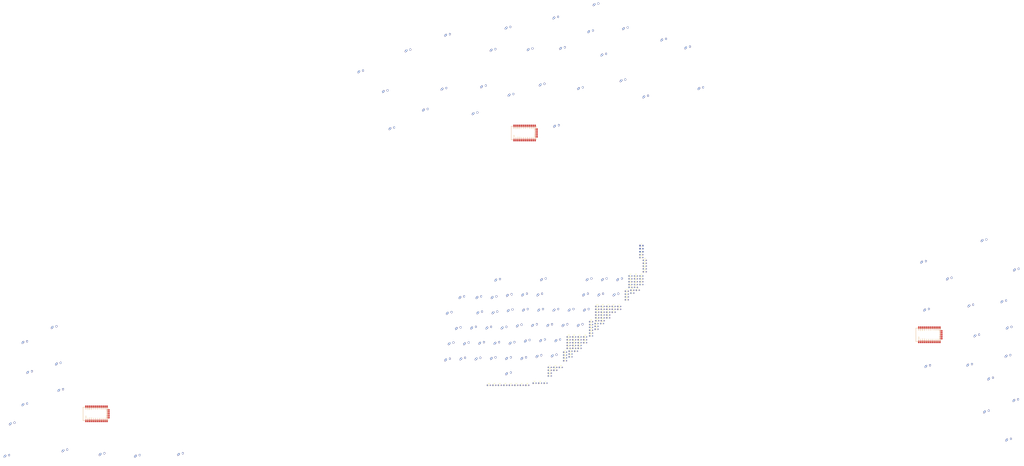
<source format=kicad_pcb>
(kicad_pcb (version 20171130) (host pcbnew "(5.1.5)-3")
  (layers (0 F.Cu signal) (31 B.Cu signal) (34 B.Paste user) (35 F.Paste user) (36 B.SilkS user) (37 F.SilkS user) (38 B.Mask user) (39 F.Mask user) (44 Edge.Cuts user))
  (net 0 "")
  (net 1 "Net-(D1-Pad2)")
  (net 2 row-C0)
  (net 3 "Net-(D2-Pad2)")
  (net 4 row-C1)
  (net 5 "Net-(D3-Pad2)")
  (net 6 row-C2)
  (net 7 "Net-(D4-Pad2)")
  (net 8 row-C3)
  (net 9 "Net-(D5-Pad2)")
  (net 10 row-C4)
  (net 11 "Net-(D6-Pad2)")
  (net 12 row-A0)
  (net 13 "Net-(D7-Pad2)")
  (net 14 row-A1)
  (net 15 "Net-(D8-Pad2)")
  (net 16 "Net-(D9-Pad2)")
  (net 17 "Net-(D10-Pad2)")
  (net 18 "Net-(D11-Pad2)")
  (net 19 "Net-(D12-Pad2)")
  (net 20 "Net-(D13-Pad2)")
  (net 21 "Net-(D14-Pad2)")
  (net 22 "Net-(D15-Pad2)")
  (net 23 "Net-(D16-Pad2)")
  (net 24 "Net-(D17-Pad2)")
  (net 25 "Net-(D18-Pad2)")
  (net 26 "Net-(D19-Pad2)")
  (net 27 "Net-(D20-Pad2)")
  (net 28 "Net-(D21-Pad2)")
  (net 29 "Net-(D22-Pad2)")
  (net 30 "Net-(D23-Pad2)")
  (net 31 "Net-(D24-Pad2)")
  (net 32 "Net-(D25-Pad2)")
  (net 33 "Net-(D26-Pad2)")
  (net 34 "Net-(D27-Pad2)")
  (net 35 "Net-(D28-Pad2)")
  (net 36 "Net-(D29-Pad2)")
  (net 37 "Net-(D30-Pad2)")
  (net 38 "Net-(D31-Pad2)")
  (net 39 "Net-(D32-Pad2)")
  (net 40 "Net-(D33-Pad2)")
  (net 41 "Net-(D34-Pad2)")
  (net 42 "Net-(D35-Pad2)")
  (net 43 "Net-(D36-Pad2)")
  (net 44 "Net-(D37-Pad2)")
  (net 45 "Net-(D38-Pad2)")
  (net 46 "Net-(D39-Pad2)")
  (net 47 "Net-(D40-Pad2)")
  (net 48 "Net-(D41-Pad2)")
  (net 49 "Net-(D42-Pad2)")
  (net 50 "Net-(D43-Pad2)")
  (net 51 "Net-(D44-Pad2)")
  (net 52 "Net-(D45-Pad2)")
  (net 53 "Net-(D46-Pad2)")
  (net 54 "Net-(D47-Pad2)")
  (net 55 "Net-(D48-Pad2)")
  (net 56 "Net-(D49-Pad2)")
  (net 57 "Net-(D50-Pad2)")
  (net 58 "Net-(D51-Pad2)")
  (net 59 "Net-(D52-Pad2)")
  (net 60 "Net-(D53-Pad2)")
  (net 61 "Net-(D54-Pad2)")
  (net 62 "Net-(D55-Pad2)")
  (net 63 "Net-(D56-Pad2)")
  (net 64 "Net-(D57-Pad2)")
  (net 65 "Net-(D58-Pad2)")
  (net 66 "Net-(D59-Pad2)")
  (net 67 "Net-(D60-Pad2)")
  (net 68 "Net-(D61-Pad2)")
  (net 69 "Net-(D62-Pad2)")
  (net 70 "Net-(D63-Pad2)")
  (net 71 "Net-(D64-Pad2)")
  (net 72 "Net-(D65-Pad2)")
  (net 73 "Net-(D66-Pad2)")
  (net 74 "Net-(D67-Pad2)")
  (net 75 "Net-(D68-Pad2)")
  (net 76 "Net-(D69-Pad2)")
  (net 77 "Net-(D70-Pad2)")
  (net 78 "Net-(D71-Pad2)")
  (net 79 "Net-(D72-Pad2)")
  (net 80 "Net-(D73-Pad2)")
  (net 81 "Net-(D74-Pad2)")
  (net 82 "Net-(D75-Pad2)")
  (net 83 "Net-(D76-Pad2)")
  (net 84 "Net-(D77-Pad2)")
  (net 85 "Net-(D78-Pad2)")
  (net 86 row-B0)
  (net 87 "Net-(D79-Pad2)")
  (net 88 row-B1)
  (net 89 "Net-(D80-Pad2)")
  (net 90 row-B4)
  (net 91 "Net-(D81-Pad2)")
  (net 92 "Net-(D82-Pad2)")
  (net 93 "Net-(D83-Pad2)")
  (net 94 row-B3)
  (net 95 "Net-(D84-Pad2)")
  (net 96 "Net-(D85-Pad2)")
  (net 97 "Net-(D86-Pad2)")
  (net 98 "Net-(D87-Pad2)")
  (net 99 "Net-(D88-Pad2)")
  (net 100 "Net-(D89-Pad2)")
  (net 101 "Net-(D90-Pad2)")
  (net 102 row-B2)
  (net 103 "Net-(D91-Pad2)")
  (net 104 "Net-(D92-Pad2)")
  (net 105 "Net-(D93-Pad2)")
  (net 106 "Net-(D94-Pad2)")
  (net 107 "Net-(D95-Pad2)")
  (net 108 "Net-(D96-Pad2)")
  (net 109 "Net-(D97-Pad2)")
  (net 110 "Net-(D98-Pad2)")
  (net 111 "Net-(D99-Pad2)")
  (net 112 "Net-(D100-Pad2)")
  (net 113 "Net-(D101-Pad2)")
  (net 114 "Net-(D102-Pad2)")
  (net 115 "Net-(D103-Pad2)")
  (net 116 "Net-(D104-Pad2)")
  (net 117 col-C0)
  (net 118 col-A0)
  (net 119 col-C1)
  (net 120 col-A1)
  (net 121 col-C2)
  (net 122 col-A2)
  (net 123 col-C3)
  (net 124 col-A3)
  (net 125 col-C4)
  (net 126 col-A4)
  (net 127 col-C5)
  (net 128 "Net-(MX38-Pad1)")
  (net 129 col-A5)
  (net 130 col-C6)
  (net 131 col-A6)
  (net 132 col-C7)
  (net 133 col-A7)
  (net 134 col-C8)
  (net 135 col-C9)
  (net 136 col-C10)
  (net 137 col-C11)
  (net 138 col-C12)
  (net 139 col-C13)
  (net 140 col-B0)
  (net 141 col-B1)
  (net 142 col-B2)
  (net 143 col-B3)
  (net 144 col-B4)
  (net 145 col-B5)
  (net 146 col-B6)
  (net 147 "Net-(U1-Pad29)")
  (net 148 "Net-(U1-Pad28)")
  (net 149 "Net-(U1-Pad27)")
  (net 150 "Net-(U1-Pad26)")
  (net 151 "Net-(U1-Pad25)")
  (net 152 "Net-(U1-Pad24)")
  (net 153 gndA)
  (net 154 rstA)
  (net 155 "Net-(U1-Pad21)")
  (net 156 "Net-(U1-Pad10)")
  (net 157 "Net-(U1-Pad9)")
  (net 158 "Net-(U1-Pad8)")
  (net 159 "Net-(U1-Pad7)")
  (net 160 "Net-(U1-Pad6)")
  (net 161 "Net-(U1-Pad5)")
  (net 162 "Net-(U1-Pad2)")
  (net 163 "Net-(U1-Pad1)")
  (net 164 "Net-(U2-Pad29)")
  (net 165 "Net-(U2-Pad28)")
  (net 166 "Net-(U2-Pad27)")
  (net 167 "Net-(U2-Pad26)")
  (net 168 "Net-(U2-Pad25)")
  (net 169 "Net-(U2-Pad24)")
  (net 170 gndB)
  (net 171 rstB)
  (net 172 "Net-(U2-Pad21)")
  (net 173 "Net-(U2-Pad20)")
  (net 174 "Net-(U2-Pad7)")
  (net 175 "Net-(U2-Pad6)")
  (net 176 "Net-(U2-Pad5)")
  (net 177 "Net-(U2-Pad2)")
  (net 178 "Net-(U2-Pad1)")
  (net 179 "Net-(U3-Pad29)")
  (net 180 "Net-(U3-Pad28)")
  (net 181 "Net-(U3-Pad24)")
  (net 182 gndC)
  (net 183 rstC)
  (net 184 "Net-(U3-Pad21)")
  (net 185 "Net-(U3-Pad2)")
  (net 186 "Net-(U3-Pad1)")
  (module MX_Alps_Hybrid:MX-6.25U-NoLED (layer F.Cu) (at 198.722379 144.327379)
    (fp_text reference MX38)
    (fp_text value MX-NoLED)
    (pad "" np_thru_hole circle (at 49.9999 8.255) (size 3.9878 3.9878) (drill 3.9878) (layers *.Cu *.Mask))
    (pad "" np_thru_hole circle (at -49.9999 8.255) (size 3.9878 3.9878) (drill 3.9878) (layers *.Cu *.Mask))
    (pad "" np_thru_hole circle (at 49.9999 -6.985) (size 3.048 3.048) (drill 3.048) (layers *.Cu *.Mask))
    (pad "" np_thru_hole circle (at -49.9999 -6.985) (size 3.048 3.048) (drill 3.048) (layers *.Cu *.Mask))
    (pad "" np_thru_hole circle (at 5.08 0 48.0996) (size 1.75 1.75) (drill 1.75) (layers *.Cu *.Mask))
    (pad "" np_thru_hole circle (at -5.08 0 48.0996) (size 1.75 1.75) (drill 1.75) (layers *.Cu *.Mask))
    (pad 1 thru_hole circle (at -2.5 -4) (size 2.25 2.25) (drill 1.47) (layers *.Cu B.Mask) (net 128 "Net-(MX38-Pad1)"))
    (pad "" np_thru_hole circle (at 0 0) (size 3.9878 3.9878) (drill 3.9878) (layers *.Cu *.Mask))
    (pad 1 thru_hole oval (at -3.81 -2.54 48.0996) (size 4.211556 2.25) (drill 1.47 (offset 0.980778 0)) (layers *.Cu B.Mask) (net 128 "Net-(MX38-Pad1)"))
    (pad 2 thru_hole circle (at 2.54 -5.08) (size 2.25 2.25) (drill 1.47) (layers *.Cu B.Mask) (net 45 "Net-(D38-Pad2)"))
    (pad 2 thru_hole oval (at 2.5 -4.5 86.0548) (size 2.831378 2.25) (drill 1.47 (offset 0.290689 0)) (layers *.Cu B.Mask) (net 45 "Net-(D38-Pad2)"))
  )
  (module Keebio-Parts:Elite-C-castellated-29pin (layer F.Cu) (at 239.7125 -157.95625)
    (fp_text reference U3 hide)
    (fp_text value "Elite-C - C" hide)
    (fp_text user D5 (at 13.289 2.54 90) (layer B.SilkS) (effects (font (size 0.8 0.8)) (justify mirror)))
    (fp_text user D5 (at 13.289 2.54 90) (layer F.SilkS) (effects (font (size 0.8 0.8))))
    (fp_text user F1 (at 13.289 -2.54 90) (layer F.SilkS) (effects (font (size 0.8 0.8))))
    (fp_text user F1 (at 13.289 -2.54 90) (layer B.SilkS) (effects (font (size 0.8 0.8)) (justify mirror)))
    (fp_text user C7 (at 13.289 0 90) (layer B.SilkS) (effects (font (size 0.8 0.8)) (justify mirror)))
    (fp_text user C7 (at 13.289 0 90) (layer F.SilkS) (effects (font (size 0.8 0.8))))
    (fp_text user B6 (at 13.462 -6.4 90 unlocked) (layer B.SilkS) (effects (font (size 0.7 0.7)) (justify mirror)))
    (fp_text user B6 (at 13.462 -6.4 90 unlocked) (layer F.SilkS) (effects (font (size 0.7 0.7))))
    (fp_text user F0 (at 13.362 -4.754 90) (layer F.SilkS) (effects (font (size 0.7 0.7))))
    (fp_text user F0 (at 13.362 -4.754 90) (layer B.SilkS) (effects (font (size 0.7 0.7)) (justify mirror)))
    (fp_text user B7 (at 13.362 4.754 90) (layer B.SilkS) (effects (font (size 0.7 0.7)) (justify mirror)))
    (fp_text user B7 (at 13.362 4.754 90) (layer F.SilkS) (effects (font (size 0.7 0.7))))
    (fp_text user ST (at -8.91 -5.929 90) (layer B.SilkS) (effects (font (size 0.8 0.8)) (justify mirror)))
    (fp_text user TX0/D3 (at -13.97 4.841872 90) (layer F.SilkS) (effects (font (size 0.8 0.8))))
    (fp_text user TX0/D3 (at -13.97 4.841872 90) (layer B.SilkS) (effects (font (size 0.8 0.8)) (justify mirror)))
    (fp_text user D2 (at -11.43 6.35 90) (layer F.SilkS) (effects (font (size 0.8 0.8))))
    (fp_text user D0 (at -1.27 6.35 90) (layer F.SilkS) (effects (font (size 0.8 0.8))))
    (fp_text user D1 (at -3.81 6.35 90) (layer F.SilkS) (effects (font (size 0.8 0.8))))
    (fp_text user GND (at -6.35 6.35 90) (layer F.SilkS) (effects (font (size 0.8 0.8))))
    (fp_text user GND (at -8.89 6.35 90) (layer F.SilkS) (effects (font (size 0.8 0.8))))
    (fp_text user D4 (at 1.27 6.35 90) (layer F.SilkS) (effects (font (size 0.8 0.8))))
    (fp_text user C6 (at 3.81 6.35 90) (layer F.SilkS) (effects (font (size 0.8 0.8))))
    (fp_text user D7 (at 6.35 6.35 90) (layer F.SilkS) (effects (font (size 0.8 0.8))))
    (fp_text user E6 (at 8.89 6.35 90) (layer F.SilkS) (effects (font (size 0.8 0.8))))
    (fp_text user B4 (at 11.43 6.35 90) (layer F.SilkS) (effects (font (size 0.8 0.8))))
    (fp_text user B5 (at 13.589 6.35 90) (layer F.SilkS) (effects (font (size 0.7 0.7))))
    (fp_text user B2 (at 11.43 -6.35 90) (layer B.SilkS) (effects (font (size 0.8 0.8)) (justify mirror)))
    (fp_text user B3 (at 8.89 -6.35 90) (layer F.SilkS) (effects (font (size 0.8 0.8))))
    (fp_text user B1 (at 6.35 -6.35 90) (layer F.SilkS) (effects (font (size 0.8 0.8))))
    (fp_text user F7 (at 3.81 -6.35 90) (layer B.SilkS) (effects (font (size 0.8 0.8)) (justify mirror)))
    (fp_text user F6 (at 1.27 -6.35 90) (layer B.SilkS) (effects (font (size 0.8 0.8)) (justify mirror)))
    (fp_text user F5 (at -1.27 -6.35 90) (layer B.SilkS) (effects (font (size 0.8 0.8)) (justify mirror)))
    (fp_text user F4 (at -3.81 -6.35 90) (layer F.SilkS) (effects (font (size 0.8 0.8))))
    (fp_text user VCC (at -6.35 -6.35 90) (layer F.SilkS) (effects (font (size 0.8 0.8))))
    (fp_text user ST (at -8.92 -6.62212 90) (layer F.SilkS) (effects (font (size 0.8 0.8))))
    (fp_text user GND (at -11.43 -6.35 90) (layer F.SilkS) (effects (font (size 0.8 0.8))))
    (fp_text user B0 (at -13.97 -6.35 90) (layer F.SilkS) (effects (font (size 0.8 0.8))))
    (fp_text user B0 (at -13.97 -6.35 90) (layer B.SilkS) (effects (font (size 0.8 0.8)) (justify mirror)))
    (fp_text user GND (at -11.43 -6.35 90) (layer B.SilkS) (effects (font (size 0.8 0.8)) (justify mirror)))
    (fp_text user VCC (at -6.35 -6.35 90) (layer B.SilkS) (effects (font (size 0.8 0.8)) (justify mirror)))
    (fp_text user F4 (at -3.81 -6.35 90) (layer B.SilkS) (effects (font (size 0.8 0.8)) (justify mirror)))
    (fp_text user F5 (at -1.27 -6.35 90) (layer F.SilkS) (effects (font (size 0.8 0.8))))
    (fp_text user F6 (at 1.27 -6.35 90) (layer F.SilkS) (effects (font (size 0.8 0.8))))
    (fp_text user F7 (at 3.81 -6.35 90) (layer F.SilkS) (effects (font (size 0.8 0.8))))
    (fp_text user B1 (at 6.35 -6.35 90) (layer B.SilkS) (effects (font (size 0.8 0.8)) (justify mirror)))
    (fp_text user B3 (at 8.89 -6.35 90) (layer B.SilkS) (effects (font (size 0.8 0.8)) (justify mirror)))
    (fp_text user B2 (at 11.43 -6.35 90) (layer F.SilkS) (effects (font (size 0.8 0.8))))
    (fp_text user B5 (at 13.589 6.35 90) (layer B.SilkS) (effects (font (size 0.7 0.7)) (justify mirror)))
    (fp_text user B4 (at 11.43 6.35 90) (layer B.SilkS) (effects (font (size 0.8 0.8)) (justify mirror)))
    (fp_text user E6 (at 8.89 6.35 90) (layer B.SilkS) (effects (font (size 0.8 0.8)) (justify mirror)))
    (fp_text user D7 (at 6.35 6.35 90) (layer B.SilkS) (effects (font (size 0.8 0.8)) (justify mirror)))
    (fp_text user C6 (at 3.81 6.35 90) (layer B.SilkS) (effects (font (size 0.8 0.8)) (justify mirror)))
    (fp_text user D4 (at 1.27 6.35 90) (layer B.SilkS) (effects (font (size 0.8 0.8)) (justify mirror)))
    (fp_text user GND (at -8.89 6.35 90) (layer B.SilkS) (effects (font (size 0.8 0.8)) (justify mirror)))
    (fp_text user GND (at -6.35 6.35 90) (layer B.SilkS) (effects (font (size 0.8 0.8)) (justify mirror)))
    (fp_text user D1 (at -3.81 6.35 90) (layer B.SilkS) (effects (font (size 0.8 0.8)) (justify mirror)))
    (fp_text user D0 (at -1.27 6.35 90) (layer B.SilkS) (effects (font (size 0.8 0.8)) (justify mirror)))
    (fp_text user D2 (at -11.43 6.35 90) (layer B.SilkS) (effects (font (size 0.8 0.8)) (justify mirror)))
    (pad 29 smd rect (at 15.875 -5.08 90) (size 2 3.25) (layers F.Cu F.Paste F.Mask) (net 179 "Net-(U3-Pad29)"))
    (pad 28 smd rect (at 15.875 -2.54 90) (size 2 3.25) (layers F.Cu F.Paste F.Mask) (net 180 "Net-(U3-Pad28)"))
    (pad 27 smd rect (at 15.875 0 90) (size 2 3.25) (layers F.Cu F.Paste F.Mask) (net 137 col-C11))
    (pad 26 smd rect (at 15.875 2.54 90) (size 2 3.25) (layers F.Cu F.Paste F.Mask) (net 138 col-C12))
    (pad 25 smd rect (at 15.875 5.08 90) (size 2 3.25) (layers F.Cu F.Paste F.Mask) (net 139 col-C13))
    (pad 24 smd rect (at -13.97 -9.398) (size 2 3.25) (layers F.Cu F.Paste F.Mask) (net 181 "Net-(U3-Pad24)"))
    (pad 23 smd rect (at -11.43 -9.398) (size 2 3.25) (layers F.Cu F.Paste F.Mask) (net 182 gndC))
    (pad 22 smd rect (at -8.89 -9.398) (size 2 3.25) (layers F.Cu F.Paste F.Mask) (net 183 rstC))
    (pad 21 smd rect (at -6.35 -9.398) (size 2 3.25) (layers F.Cu F.Paste F.Mask) (net 184 "Net-(U3-Pad21)"))
    (pad 20 smd rect (at -3.81 -9.398) (size 2 3.25) (layers F.Cu F.Paste F.Mask) (net 123 col-C3))
    (pad 19 smd rect (at -1.27 -9.398) (size 2 3.25) (layers F.Cu F.Paste F.Mask) (net 125 col-C4))
    (pad 18 smd rect (at 1.27 -9.398) (size 2 3.25) (layers F.Cu F.Paste F.Mask) (net 127 col-C5))
    (pad 17 smd rect (at 3.81 -9.398) (size 2 3.25) (layers F.Cu F.Paste F.Mask) (net 130 col-C6))
    (pad 16 smd rect (at 6.35 -9.398) (size 2 3.25) (layers F.Cu F.Paste F.Mask) (net 132 col-C7))
    (pad 15 smd rect (at 8.89 -9.398) (size 2 3.25) (layers F.Cu F.Paste F.Mask) (net 134 col-C8))
    (pad 14 smd rect (at 11.43 -9.398) (size 2 3.25) (layers F.Cu F.Paste F.Mask) (net 135 col-C9))
    (pad 13 smd rect (at 13.97 -9.398) (size 2 3.25) (layers F.Cu F.Paste F.Mask) (net 136 col-C10))
    (pad 12 smd rect (at 13.97 9.398) (size 2 3.25) (layers F.Cu F.Paste F.Mask) (net 117 col-C0))
    (pad 11 smd rect (at 11.43 9.398) (size 2 3.25) (layers F.Cu F.Paste F.Mask) (net 119 col-C1))
    (pad 10 smd rect (at 8.89 9.398) (size 2 3.25) (layers F.Cu F.Paste F.Mask) (net 121 col-C2))
    (pad 9 smd rect (at 6.35 9.398) (size 2 3.25) (layers F.Cu F.Paste F.Mask) (net 10 row-C4))
    (pad 8 smd rect (at 3.81 9.398) (size 2 3.25) (layers F.Cu F.Paste F.Mask) (net 8 row-C3))
    (pad 7 smd rect (at 1.27 9.398) (size 2 3.25) (layers F.Cu F.Paste F.Mask) (net 6 row-C2))
    (pad 6 smd rect (at -1.27 9.398) (size 2 3.25) (layers F.Cu F.Paste F.Mask) (net 4 row-C1))
    (pad 5 smd rect (at -3.81 9.398) (size 2 3.25) (layers F.Cu F.Paste F.Mask) (net 2 row-C0))
    (pad 4 smd rect (at -6.35 9.398) (size 2 3.25) (layers F.Cu F.Paste F.Mask) (net 182 gndC))
    (pad 3 smd rect (at -8.89 9.398) (size 2 3.25) (layers F.Cu F.Paste F.Mask) (net 182 gndC))
    (pad 2 smd rect (at -11.43 9.398) (size 2 3.25) (layers F.Cu F.Paste F.Mask) (net 185 "Net-(U3-Pad2)"))
    (pad 1 smd rect (at -13.97 9.398) (size 2 3.25) (layers F.Cu F.Paste F.Mask) (net 186 "Net-(U3-Pad1)"))
  )
  (module Keebio-Parts:Elite-C-castellated-29pin (layer F.Cu) (at 776.2875 109.5375)
    (fp_text reference U2 hide)
    (fp_text value "Elite-C - B" hide)
    (fp_text user D5 (at 13.289 2.54 90) (layer B.SilkS) (effects (font (size 0.8 0.8)) (justify mirror)))
    (fp_text user D5 (at 13.289 2.54 90) (layer F.SilkS) (effects (font (size 0.8 0.8))))
    (fp_text user F1 (at 13.289 -2.54 90) (layer F.SilkS) (effects (font (size 0.8 0.8))))
    (fp_text user F1 (at 13.289 -2.54 90) (layer B.SilkS) (effects (font (size 0.8 0.8)) (justify mirror)))
    (fp_text user C7 (at 13.289 0 90) (layer B.SilkS) (effects (font (size 0.8 0.8)) (justify mirror)))
    (fp_text user C7 (at 13.289 0 90) (layer F.SilkS) (effects (font (size 0.8 0.8))))
    (fp_text user B6 (at 13.462 -6.4 90 unlocked) (layer B.SilkS) (effects (font (size 0.7 0.7)) (justify mirror)))
    (fp_text user B6 (at 13.462 -6.4 90 unlocked) (layer F.SilkS) (effects (font (size 0.7 0.7))))
    (fp_text user F0 (at 13.362 -4.754 90) (layer F.SilkS) (effects (font (size 0.7 0.7))))
    (fp_text user F0 (at 13.362 -4.754 90) (layer B.SilkS) (effects (font (size 0.7 0.7)) (justify mirror)))
    (fp_text user B7 (at 13.362 4.754 90) (layer B.SilkS) (effects (font (size 0.7 0.7)) (justify mirror)))
    (fp_text user B7 (at 13.362 4.754 90) (layer F.SilkS) (effects (font (size 0.7 0.7))))
    (fp_text user ST (at -8.91 -5.929 90) (layer B.SilkS) (effects (font (size 0.8 0.8)) (justify mirror)))
    (fp_text user TX0/D3 (at -13.97 4.841872 90) (layer F.SilkS) (effects (font (size 0.8 0.8))))
    (fp_text user TX0/D3 (at -13.97 4.841872 90) (layer B.SilkS) (effects (font (size 0.8 0.8)) (justify mirror)))
    (fp_text user D2 (at -11.43 6.35 90) (layer F.SilkS) (effects (font (size 0.8 0.8))))
    (fp_text user D0 (at -1.27 6.35 90) (layer F.SilkS) (effects (font (size 0.8 0.8))))
    (fp_text user D1 (at -3.81 6.35 90) (layer F.SilkS) (effects (font (size 0.8 0.8))))
    (fp_text user GND (at -6.35 6.35 90) (layer F.SilkS) (effects (font (size 0.8 0.8))))
    (fp_text user GND (at -8.89 6.35 90) (layer F.SilkS) (effects (font (size 0.8 0.8))))
    (fp_text user D4 (at 1.27 6.35 90) (layer F.SilkS) (effects (font (size 0.8 0.8))))
    (fp_text user C6 (at 3.81 6.35 90) (layer F.SilkS) (effects (font (size 0.8 0.8))))
    (fp_text user D7 (at 6.35 6.35 90) (layer F.SilkS) (effects (font (size 0.8 0.8))))
    (fp_text user E6 (at 8.89 6.35 90) (layer F.SilkS) (effects (font (size 0.8 0.8))))
    (fp_text user B4 (at 11.43 6.35 90) (layer F.SilkS) (effects (font (size 0.8 0.8))))
    (fp_text user B5 (at 13.589 6.35 90) (layer F.SilkS) (effects (font (size 0.7 0.7))))
    (fp_text user B2 (at 11.43 -6.35 90) (layer B.SilkS) (effects (font (size 0.8 0.8)) (justify mirror)))
    (fp_text user B3 (at 8.89 -6.35 90) (layer F.SilkS) (effects (font (size 0.8 0.8))))
    (fp_text user B1 (at 6.35 -6.35 90) (layer F.SilkS) (effects (font (size 0.8 0.8))))
    (fp_text user F7 (at 3.81 -6.35 90) (layer B.SilkS) (effects (font (size 0.8 0.8)) (justify mirror)))
    (fp_text user F6 (at 1.27 -6.35 90) (layer B.SilkS) (effects (font (size 0.8 0.8)) (justify mirror)))
    (fp_text user F5 (at -1.27 -6.35 90) (layer B.SilkS) (effects (font (size 0.8 0.8)) (justify mirror)))
    (fp_text user F4 (at -3.81 -6.35 90) (layer F.SilkS) (effects (font (size 0.8 0.8))))
    (fp_text user VCC (at -6.35 -6.35 90) (layer F.SilkS) (effects (font (size 0.8 0.8))))
    (fp_text user ST (at -8.92 -6.62212 90) (layer F.SilkS) (effects (font (size 0.8 0.8))))
    (fp_text user GND (at -11.43 -6.35 90) (layer F.SilkS) (effects (font (size 0.8 0.8))))
    (fp_text user B0 (at -13.97 -6.35 90) (layer F.SilkS) (effects (font (size 0.8 0.8))))
    (fp_text user B0 (at -13.97 -6.35 90) (layer B.SilkS) (effects (font (size 0.8 0.8)) (justify mirror)))
    (fp_text user GND (at -11.43 -6.35 90) (layer B.SilkS) (effects (font (size 0.8 0.8)) (justify mirror)))
    (fp_text user VCC (at -6.35 -6.35 90) (layer B.SilkS) (effects (font (size 0.8 0.8)) (justify mirror)))
    (fp_text user F4 (at -3.81 -6.35 90) (layer B.SilkS) (effects (font (size 0.8 0.8)) (justify mirror)))
    (fp_text user F5 (at -1.27 -6.35 90) (layer F.SilkS) (effects (font (size 0.8 0.8))))
    (fp_text user F6 (at 1.27 -6.35 90) (layer F.SilkS) (effects (font (size 0.8 0.8))))
    (fp_text user F7 (at 3.81 -6.35 90) (layer F.SilkS) (effects (font (size 0.8 0.8))))
    (fp_text user B1 (at 6.35 -6.35 90) (layer B.SilkS) (effects (font (size 0.8 0.8)) (justify mirror)))
    (fp_text user B3 (at 8.89 -6.35 90) (layer B.SilkS) (effects (font (size 0.8 0.8)) (justify mirror)))
    (fp_text user B2 (at 11.43 -6.35 90) (layer F.SilkS) (effects (font (size 0.8 0.8))))
    (fp_text user B5 (at 13.589 6.35 90) (layer B.SilkS) (effects (font (size 0.7 0.7)) (justify mirror)))
    (fp_text user B4 (at 11.43 6.35 90) (layer B.SilkS) (effects (font (size 0.8 0.8)) (justify mirror)))
    (fp_text user E6 (at 8.89 6.35 90) (layer B.SilkS) (effects (font (size 0.8 0.8)) (justify mirror)))
    (fp_text user D7 (at 6.35 6.35 90) (layer B.SilkS) (effects (font (size 0.8 0.8)) (justify mirror)))
    (fp_text user C6 (at 3.81 6.35 90) (layer B.SilkS) (effects (font (size 0.8 0.8)) (justify mirror)))
    (fp_text user D4 (at 1.27 6.35 90) (layer B.SilkS) (effects (font (size 0.8 0.8)) (justify mirror)))
    (fp_text user GND (at -8.89 6.35 90) (layer B.SilkS) (effects (font (size 0.8 0.8)) (justify mirror)))
    (fp_text user GND (at -6.35 6.35 90) (layer B.SilkS) (effects (font (size 0.8 0.8)) (justify mirror)))
    (fp_text user D1 (at -3.81 6.35 90) (layer B.SilkS) (effects (font (size 0.8 0.8)) (justify mirror)))
    (fp_text user D0 (at -1.27 6.35 90) (layer B.SilkS) (effects (font (size 0.8 0.8)) (justify mirror)))
    (fp_text user D2 (at -11.43 6.35 90) (layer B.SilkS) (effects (font (size 0.8 0.8)) (justify mirror)))
    (pad 29 smd rect (at 15.875 -5.08 90) (size 2 3.25) (layers F.Cu F.Paste F.Mask) (net 164 "Net-(U2-Pad29)"))
    (pad 28 smd rect (at 15.875 -2.54 90) (size 2 3.25) (layers F.Cu F.Paste F.Mask) (net 165 "Net-(U2-Pad28)"))
    (pad 27 smd rect (at 15.875 0 90) (size 2 3.25) (layers F.Cu F.Paste F.Mask) (net 166 "Net-(U2-Pad27)"))
    (pad 26 smd rect (at 15.875 2.54 90) (size 2 3.25) (layers F.Cu F.Paste F.Mask) (net 167 "Net-(U2-Pad26)"))
    (pad 25 smd rect (at 15.875 5.08 90) (size 2 3.25) (layers F.Cu F.Paste F.Mask) (net 168 "Net-(U2-Pad25)"))
    (pad 24 smd rect (at -13.97 -9.398) (size 2 3.25) (layers F.Cu F.Paste F.Mask) (net 169 "Net-(U2-Pad24)"))
    (pad 23 smd rect (at -11.43 -9.398) (size 2 3.25) (layers F.Cu F.Paste F.Mask) (net 170 gndB))
    (pad 22 smd rect (at -8.89 -9.398) (size 2 3.25) (layers F.Cu F.Paste F.Mask) (net 171 rstB))
    (pad 21 smd rect (at -6.35 -9.398) (size 2 3.25) (layers F.Cu F.Paste F.Mask) (net 172 "Net-(U2-Pad21)"))
    (pad 20 smd rect (at -3.81 -9.398) (size 2 3.25) (layers F.Cu F.Paste F.Mask) (net 173 "Net-(U2-Pad20)"))
    (pad 19 smd rect (at -1.27 -9.398) (size 2 3.25) (layers F.Cu F.Paste F.Mask) (net 140 col-B0))
    (pad 18 smd rect (at 1.27 -9.398) (size 2 3.25) (layers F.Cu F.Paste F.Mask) (net 141 col-B1))
    (pad 17 smd rect (at 3.81 -9.398) (size 2 3.25) (layers F.Cu F.Paste F.Mask) (net 142 col-B2))
    (pad 16 smd rect (at 6.35 -9.398) (size 2 3.25) (layers F.Cu F.Paste F.Mask) (net 143 col-B3))
    (pad 15 smd rect (at 8.89 -9.398) (size 2 3.25) (layers F.Cu F.Paste F.Mask) (net 144 col-B4))
    (pad 14 smd rect (at 11.43 -9.398) (size 2 3.25) (layers F.Cu F.Paste F.Mask) (net 145 col-B5))
    (pad 13 smd rect (at 13.97 -9.398) (size 2 3.25) (layers F.Cu F.Paste F.Mask) (net 146 col-B6))
    (pad 12 smd rect (at 13.97 9.398) (size 2 3.25) (layers F.Cu F.Paste F.Mask) (net 90 row-B4))
    (pad 11 smd rect (at 11.43 9.398) (size 2 3.25) (layers F.Cu F.Paste F.Mask) (net 94 row-B3))
    (pad 10 smd rect (at 8.89 9.398) (size 2 3.25) (layers F.Cu F.Paste F.Mask) (net 102 row-B2))
    (pad 9 smd rect (at 6.35 9.398) (size 2 3.25) (layers F.Cu F.Paste F.Mask) (net 88 row-B1))
    (pad 8 smd rect (at 3.81 9.398) (size 2 3.25) (layers F.Cu F.Paste F.Mask) (net 86 row-B0))
    (pad 7 smd rect (at 1.27 9.398) (size 2 3.25) (layers F.Cu F.Paste F.Mask) (net 174 "Net-(U2-Pad7)"))
    (pad 6 smd rect (at -1.27 9.398) (size 2 3.25) (layers F.Cu F.Paste F.Mask) (net 175 "Net-(U2-Pad6)"))
    (pad 5 smd rect (at -3.81 9.398) (size 2 3.25) (layers F.Cu F.Paste F.Mask) (net 176 "Net-(U2-Pad5)"))
    (pad 4 smd rect (at -6.35 9.398) (size 2 3.25) (layers F.Cu F.Paste F.Mask) (net 170 gndB))
    (pad 3 smd rect (at -8.89 9.398) (size 2 3.25) (layers F.Cu F.Paste F.Mask) (net 170 gndB))
    (pad 2 smd rect (at -11.43 9.398) (size 2 3.25) (layers F.Cu F.Paste F.Mask) (net 177 "Net-(U2-Pad2)"))
    (pad 1 smd rect (at -13.97 9.398) (size 2 3.25) (layers F.Cu F.Paste F.Mask) (net 178 "Net-(U2-Pad1)"))
  )
  (module Keebio-Parts:Elite-C-castellated-29pin (layer F.Cu) (at -327.81875 214.3125)
    (fp_text reference U1 hide)
    (fp_text value "Elite-C - A" hide)
    (fp_text user D5 (at 13.289 2.54 90) (layer B.SilkS) (effects (font (size 0.8 0.8)) (justify mirror)))
    (fp_text user D5 (at 13.289 2.54 90) (layer F.SilkS) (effects (font (size 0.8 0.8))))
    (fp_text user F1 (at 13.289 -2.54 90) (layer F.SilkS) (effects (font (size 0.8 0.8))))
    (fp_text user F1 (at 13.289 -2.54 90) (layer B.SilkS) (effects (font (size 0.8 0.8)) (justify mirror)))
    (fp_text user C7 (at 13.289 0 90) (layer B.SilkS) (effects (font (size 0.8 0.8)) (justify mirror)))
    (fp_text user C7 (at 13.289 0 90) (layer F.SilkS) (effects (font (size 0.8 0.8))))
    (fp_text user B6 (at 13.462 -6.4 90 unlocked) (layer B.SilkS) (effects (font (size 0.7 0.7)) (justify mirror)))
    (fp_text user B6 (at 13.462 -6.4 90 unlocked) (layer F.SilkS) (effects (font (size 0.7 0.7))))
    (fp_text user F0 (at 13.362 -4.754 90) (layer F.SilkS) (effects (font (size 0.7 0.7))))
    (fp_text user F0 (at 13.362 -4.754 90) (layer B.SilkS) (effects (font (size 0.7 0.7)) (justify mirror)))
    (fp_text user B7 (at 13.362 4.754 90) (layer B.SilkS) (effects (font (size 0.7 0.7)) (justify mirror)))
    (fp_text user B7 (at 13.362 4.754 90) (layer F.SilkS) (effects (font (size 0.7 0.7))))
    (fp_text user ST (at -8.91 -5.929 90) (layer B.SilkS) (effects (font (size 0.8 0.8)) (justify mirror)))
    (fp_text user TX0/D3 (at -13.97 4.841872 90) (layer F.SilkS) (effects (font (size 0.8 0.8))))
    (fp_text user TX0/D3 (at -13.97 4.841872 90) (layer B.SilkS) (effects (font (size 0.8 0.8)) (justify mirror)))
    (fp_text user D2 (at -11.43 6.35 90) (layer F.SilkS) (effects (font (size 0.8 0.8))))
    (fp_text user D0 (at -1.27 6.35 90) (layer F.SilkS) (effects (font (size 0.8 0.8))))
    (fp_text user D1 (at -3.81 6.35 90) (layer F.SilkS) (effects (font (size 0.8 0.8))))
    (fp_text user GND (at -6.35 6.35 90) (layer F.SilkS) (effects (font (size 0.8 0.8))))
    (fp_text user GND (at -8.89 6.35 90) (layer F.SilkS) (effects (font (size 0.8 0.8))))
    (fp_text user D4 (at 1.27 6.35 90) (layer F.SilkS) (effects (font (size 0.8 0.8))))
    (fp_text user C6 (at 3.81 6.35 90) (layer F.SilkS) (effects (font (size 0.8 0.8))))
    (fp_text user D7 (at 6.35 6.35 90) (layer F.SilkS) (effects (font (size 0.8 0.8))))
    (fp_text user E6 (at 8.89 6.35 90) (layer F.SilkS) (effects (font (size 0.8 0.8))))
    (fp_text user B4 (at 11.43 6.35 90) (layer F.SilkS) (effects (font (size 0.8 0.8))))
    (fp_text user B5 (at 13.589 6.35 90) (layer F.SilkS) (effects (font (size 0.7 0.7))))
    (fp_text user B2 (at 11.43 -6.35 90) (layer B.SilkS) (effects (font (size 0.8 0.8)) (justify mirror)))
    (fp_text user B3 (at 8.89 -6.35 90) (layer F.SilkS) (effects (font (size 0.8 0.8))))
    (fp_text user B1 (at 6.35 -6.35 90) (layer F.SilkS) (effects (font (size 0.8 0.8))))
    (fp_text user F7 (at 3.81 -6.35 90) (layer B.SilkS) (effects (font (size 0.8 0.8)) (justify mirror)))
    (fp_text user F6 (at 1.27 -6.35 90) (layer B.SilkS) (effects (font (size 0.8 0.8)) (justify mirror)))
    (fp_text user F5 (at -1.27 -6.35 90) (layer B.SilkS) (effects (font (size 0.8 0.8)) (justify mirror)))
    (fp_text user F4 (at -3.81 -6.35 90) (layer F.SilkS) (effects (font (size 0.8 0.8))))
    (fp_text user VCC (at -6.35 -6.35 90) (layer F.SilkS) (effects (font (size 0.8 0.8))))
    (fp_text user ST (at -8.92 -6.62212 90) (layer F.SilkS) (effects (font (size 0.8 0.8))))
    (fp_text user GND (at -11.43 -6.35 90) (layer F.SilkS) (effects (font (size 0.8 0.8))))
    (fp_text user B0 (at -13.97 -6.35 90) (layer F.SilkS) (effects (font (size 0.8 0.8))))
    (fp_text user B0 (at -13.97 -6.35 90) (layer B.SilkS) (effects (font (size 0.8 0.8)) (justify mirror)))
    (fp_text user GND (at -11.43 -6.35 90) (layer B.SilkS) (effects (font (size 0.8 0.8)) (justify mirror)))
    (fp_text user VCC (at -6.35 -6.35 90) (layer B.SilkS) (effects (font (size 0.8 0.8)) (justify mirror)))
    (fp_text user F4 (at -3.81 -6.35 90) (layer B.SilkS) (effects (font (size 0.8 0.8)) (justify mirror)))
    (fp_text user F5 (at -1.27 -6.35 90) (layer F.SilkS) (effects (font (size 0.8 0.8))))
    (fp_text user F6 (at 1.27 -6.35 90) (layer F.SilkS) (effects (font (size 0.8 0.8))))
    (fp_text user F7 (at 3.81 -6.35 90) (layer F.SilkS) (effects (font (size 0.8 0.8))))
    (fp_text user B1 (at 6.35 -6.35 90) (layer B.SilkS) (effects (font (size 0.8 0.8)) (justify mirror)))
    (fp_text user B3 (at 8.89 -6.35 90) (layer B.SilkS) (effects (font (size 0.8 0.8)) (justify mirror)))
    (fp_text user B2 (at 11.43 -6.35 90) (layer F.SilkS) (effects (font (size 0.8 0.8))))
    (fp_text user B5 (at 13.589 6.35 90) (layer B.SilkS) (effects (font (size 0.7 0.7)) (justify mirror)))
    (fp_text user B4 (at 11.43 6.35 90) (layer B.SilkS) (effects (font (size 0.8 0.8)) (justify mirror)))
    (fp_text user E6 (at 8.89 6.35 90) (layer B.SilkS) (effects (font (size 0.8 0.8)) (justify mirror)))
    (fp_text user D7 (at 6.35 6.35 90) (layer B.SilkS) (effects (font (size 0.8 0.8)) (justify mirror)))
    (fp_text user C6 (at 3.81 6.35 90) (layer B.SilkS) (effects (font (size 0.8 0.8)) (justify mirror)))
    (fp_text user D4 (at 1.27 6.35 90) (layer B.SilkS) (effects (font (size 0.8 0.8)) (justify mirror)))
    (fp_text user GND (at -8.89 6.35 90) (layer B.SilkS) (effects (font (size 0.8 0.8)) (justify mirror)))
    (fp_text user GND (at -6.35 6.35 90) (layer B.SilkS) (effects (font (size 0.8 0.8)) (justify mirror)))
    (fp_text user D1 (at -3.81 6.35 90) (layer B.SilkS) (effects (font (size 0.8 0.8)) (justify mirror)))
    (fp_text user D0 (at -1.27 6.35 90) (layer B.SilkS) (effects (font (size 0.8 0.8)) (justify mirror)))
    (fp_text user D2 (at -11.43 6.35 90) (layer B.SilkS) (effects (font (size 0.8 0.8)) (justify mirror)))
    (pad 29 smd rect (at 15.875 -5.08 90) (size 2 3.25) (layers F.Cu F.Paste F.Mask) (net 147 "Net-(U1-Pad29)"))
    (pad 28 smd rect (at 15.875 -2.54 90) (size 2 3.25) (layers F.Cu F.Paste F.Mask) (net 148 "Net-(U1-Pad28)"))
    (pad 27 smd rect (at 15.875 0 90) (size 2 3.25) (layers F.Cu F.Paste F.Mask) (net 149 "Net-(U1-Pad27)"))
    (pad 26 smd rect (at 15.875 2.54 90) (size 2 3.25) (layers F.Cu F.Paste F.Mask) (net 150 "Net-(U1-Pad26)"))
    (pad 25 smd rect (at 15.875 5.08 90) (size 2 3.25) (layers F.Cu F.Paste F.Mask) (net 151 "Net-(U1-Pad25)"))
    (pad 24 smd rect (at -13.97 -9.398) (size 2 3.25) (layers F.Cu F.Paste F.Mask) (net 152 "Net-(U1-Pad24)"))
    (pad 23 smd rect (at -11.43 -9.398) (size 2 3.25) (layers F.Cu F.Paste F.Mask) (net 153 gndA))
    (pad 22 smd rect (at -8.89 -9.398) (size 2 3.25) (layers F.Cu F.Paste F.Mask) (net 154 rstA))
    (pad 21 smd rect (at -6.35 -9.398) (size 2 3.25) (layers F.Cu F.Paste F.Mask) (net 155 "Net-(U1-Pad21)"))
    (pad 20 smd rect (at -3.81 -9.398) (size 2 3.25) (layers F.Cu F.Paste F.Mask) (net 118 col-A0))
    (pad 19 smd rect (at -1.27 -9.398) (size 2 3.25) (layers F.Cu F.Paste F.Mask) (net 120 col-A1))
    (pad 18 smd rect (at 1.27 -9.398) (size 2 3.25) (layers F.Cu F.Paste F.Mask) (net 122 col-A2))
    (pad 17 smd rect (at 3.81 -9.398) (size 2 3.25) (layers F.Cu F.Paste F.Mask) (net 124 col-A3))
    (pad 16 smd rect (at 6.35 -9.398) (size 2 3.25) (layers F.Cu F.Paste F.Mask) (net 126 col-A4))
    (pad 15 smd rect (at 8.89 -9.398) (size 2 3.25) (layers F.Cu F.Paste F.Mask) (net 129 col-A5))
    (pad 14 smd rect (at 11.43 -9.398) (size 2 3.25) (layers F.Cu F.Paste F.Mask) (net 131 col-A6))
    (pad 13 smd rect (at 13.97 -9.398) (size 2 3.25) (layers F.Cu F.Paste F.Mask) (net 133 col-A7))
    (pad 12 smd rect (at 13.97 9.398) (size 2 3.25) (layers F.Cu F.Paste F.Mask) (net 14 row-A1))
    (pad 11 smd rect (at 11.43 9.398) (size 2 3.25) (layers F.Cu F.Paste F.Mask) (net 12 row-A0))
    (pad 10 smd rect (at 8.89 9.398) (size 2 3.25) (layers F.Cu F.Paste F.Mask) (net 156 "Net-(U1-Pad10)"))
    (pad 9 smd rect (at 6.35 9.398) (size 2 3.25) (layers F.Cu F.Paste F.Mask) (net 157 "Net-(U1-Pad9)"))
    (pad 8 smd rect (at 3.81 9.398) (size 2 3.25) (layers F.Cu F.Paste F.Mask) (net 158 "Net-(U1-Pad8)"))
    (pad 7 smd rect (at 1.27 9.398) (size 2 3.25) (layers F.Cu F.Paste F.Mask) (net 159 "Net-(U1-Pad7)"))
    (pad 6 smd rect (at -1.27 9.398) (size 2 3.25) (layers F.Cu F.Paste F.Mask) (net 160 "Net-(U1-Pad6)"))
    (pad 5 smd rect (at -3.81 9.398) (size 2 3.25) (layers F.Cu F.Paste F.Mask) (net 161 "Net-(U1-Pad5)"))
    (pad 4 smd rect (at -6.35 9.398) (size 2 3.25) (layers F.Cu F.Paste F.Mask) (net 153 gndA))
    (pad 3 smd rect (at -8.89 9.398) (size 2 3.25) (layers F.Cu F.Paste F.Mask) (net 153 gndA))
    (pad 2 smd rect (at -11.43 9.398) (size 2 3.25) (layers F.Cu F.Paste F.Mask) (net 162 "Net-(U1-Pad2)"))
    (pad 1 smd rect (at -13.97 9.398) (size 2 3.25) (layers F.Cu F.Paste F.Mask) (net 163 "Net-(U1-Pad1)"))
  )
  (module MX_Alps_Hybrid:MX-2U-NoLED (layer F.Cu) (at 831.85 74.6125)
    (fp_text reference MX104)
    (fp_text value MX-NoLED)
    (pad "" np_thru_hole circle (at 11.938 8.255) (size 3.9878 3.9878) (drill 3.9878) (layers *.Cu *.Mask))
    (pad "" np_thru_hole circle (at -11.938 8.255) (size 3.9878 3.9878) (drill 3.9878) (layers *.Cu *.Mask))
    (pad "" np_thru_hole circle (at 11.938 -6.985) (size 3.048 3.048) (drill 3.048) (layers *.Cu *.Mask))
    (pad "" np_thru_hole circle (at -11.938 -6.985) (size 3.048 3.048) (drill 3.048) (layers *.Cu *.Mask))
    (pad "" np_thru_hole circle (at 5.08 0 48.0996) (size 1.75 1.75) (drill 1.75) (layers *.Cu *.Mask))
    (pad "" np_thru_hole circle (at -5.08 0 48.0996) (size 1.75 1.75) (drill 1.75) (layers *.Cu *.Mask))
    (pad 1 thru_hole circle (at -2.5 -4) (size 2.25 2.25) (drill 1.47) (layers *.Cu B.Mask) (net 146 col-B6))
    (pad "" np_thru_hole circle (at 0 0) (size 3.9878 3.9878) (drill 3.9878) (layers *.Cu *.Mask))
    (pad 1 thru_hole oval (at -3.81 -2.54 48.0996) (size 4.211556 2.25) (drill 1.47 (offset 0.980778 0)) (layers *.Cu B.Mask) (net 146 col-B6))
    (pad 2 thru_hole circle (at 2.54 -5.08) (size 2.25 2.25) (drill 1.47) (layers *.Cu B.Mask) (net 116 "Net-(D104-Pad2)"))
    (pad 2 thru_hole oval (at 2.5 -4.5 86.0548) (size 2.831378 2.25) (drill 1.47 (offset 0.290689 0)) (layers *.Cu B.Mask) (net 116 "Net-(D104-Pad2)"))
  )
  (module MX_Alps_Hybrid:MX-2U-NoLED (layer F.Cu) (at 769.14375 16.66875)
    (fp_text reference MX103)
    (fp_text value MX-NoLED)
    (pad "" np_thru_hole circle (at 11.938 8.255) (size 3.9878 3.9878) (drill 3.9878) (layers *.Cu *.Mask))
    (pad "" np_thru_hole circle (at -11.938 8.255) (size 3.9878 3.9878) (drill 3.9878) (layers *.Cu *.Mask))
    (pad "" np_thru_hole circle (at 11.938 -6.985) (size 3.048 3.048) (drill 3.048) (layers *.Cu *.Mask))
    (pad "" np_thru_hole circle (at -11.938 -6.985) (size 3.048 3.048) (drill 3.048) (layers *.Cu *.Mask))
    (pad "" np_thru_hole circle (at 5.08 0 48.0996) (size 1.75 1.75) (drill 1.75) (layers *.Cu *.Mask))
    (pad "" np_thru_hole circle (at -5.08 0 48.0996) (size 1.75 1.75) (drill 1.75) (layers *.Cu *.Mask))
    (pad 1 thru_hole circle (at -2.5 -4) (size 2.25 2.25) (drill 1.47) (layers *.Cu B.Mask) (net 146 col-B6))
    (pad "" np_thru_hole circle (at 0 0) (size 3.9878 3.9878) (drill 3.9878) (layers *.Cu *.Mask))
    (pad 1 thru_hole oval (at -3.81 -2.54 48.0996) (size 4.211556 2.25) (drill 1.47 (offset 0.980778 0)) (layers *.Cu B.Mask) (net 146 col-B6))
    (pad 2 thru_hole circle (at 2.54 -5.08) (size 2.25 2.25) (drill 1.47) (layers *.Cu B.Mask) (net 115 "Net-(D103-Pad2)"))
    (pad 2 thru_hole oval (at 2.5 -4.5 86.0548) (size 2.831378 2.25) (drill 1.47 (offset 0.290689 0)) (layers *.Cu B.Mask) (net 115 "Net-(D103-Pad2)"))
  )
  (module MX_Alps_Hybrid:MX-1U-NoLED (layer F.Cu) (at 200.982379 83.727379)
    (fp_text reference MX102)
    (fp_text value MX-NoLED)
    (pad "" np_thru_hole circle (at 5.08 0 48.0996) (size 1.75 1.75) (drill 1.75) (layers *.Cu *.Mask))
    (pad "" np_thru_hole circle (at -5.08 0 48.0996) (size 1.75 1.75) (drill 1.75) (layers *.Cu *.Mask))
    (pad 1 thru_hole circle (at -2.5 -4) (size 2.25 2.25) (drill 1.47) (layers *.Cu B.Mask) (net 146 col-B6))
    (pad "" np_thru_hole circle (at 0 0) (size 3.9878 3.9878) (drill 3.9878) (layers *.Cu *.Mask))
    (pad 1 thru_hole oval (at -3.81 -2.54 48.0996) (size 4.211556 2.25) (drill 1.47 (offset 0.980778 0)) (layers *.Cu B.Mask) (net 146 col-B6))
    (pad 2 thru_hole circle (at 2.54 -5.08) (size 2.25 2.25) (drill 1.47) (layers *.Cu B.Mask) (net 114 "Net-(D102-Pad2)"))
    (pad 2 thru_hole oval (at 2.5 -4.5 86.0548) (size 2.831378 2.25) (drill 1.47 (offset 0.290689 0)) (layers *.Cu B.Mask) (net 114 "Net-(D102-Pad2)"))
  )
  (module MX_Alps_Hybrid:MX-1U-NoLED (layer F.Cu) (at 858.04375 171.45)
    (fp_text reference MX101)
    (fp_text value MX-NoLED)
    (pad "" np_thru_hole circle (at 5.08 0 48.0996) (size 1.75 1.75) (drill 1.75) (layers *.Cu *.Mask))
    (pad "" np_thru_hole circle (at -5.08 0 48.0996) (size 1.75 1.75) (drill 1.75) (layers *.Cu *.Mask))
    (pad 1 thru_hole circle (at -2.5 -4) (size 2.25 2.25) (drill 1.47) (layers *.Cu B.Mask) (net 145 col-B5))
    (pad "" np_thru_hole circle (at 0 0) (size 3.9878 3.9878) (drill 3.9878) (layers *.Cu *.Mask))
    (pad 1 thru_hole oval (at -3.81 -2.54 48.0996) (size 4.211556 2.25) (drill 1.47 (offset 0.980778 0)) (layers *.Cu B.Mask) (net 145 col-B5))
    (pad 2 thru_hole circle (at 2.54 -5.08) (size 2.25 2.25) (drill 1.47) (layers *.Cu B.Mask) (net 113 "Net-(D101-Pad2)"))
    (pad 2 thru_hole oval (at 2.5 -4.5 86.0548) (size 2.831378 2.25) (drill 1.47 (offset 0.290689 0)) (layers *.Cu B.Mask) (net 113 "Net-(D101-Pad2)"))
  )
  (module MX_Alps_Hybrid:MX-1U-NoLED (layer F.Cu) (at 839.7875 114.3)
    (fp_text reference MX100)
    (fp_text value MX-NoLED)
    (pad "" np_thru_hole circle (at 5.08 0 48.0996) (size 1.75 1.75) (drill 1.75) (layers *.Cu *.Mask))
    (pad "" np_thru_hole circle (at -5.08 0 48.0996) (size 1.75 1.75) (drill 1.75) (layers *.Cu *.Mask))
    (pad 1 thru_hole circle (at -2.5 -4) (size 2.25 2.25) (drill 1.47) (layers *.Cu B.Mask) (net 145 col-B5))
    (pad "" np_thru_hole circle (at 0 0) (size 3.9878 3.9878) (drill 3.9878) (layers *.Cu *.Mask))
    (pad 1 thru_hole oval (at -3.81 -2.54 48.0996) (size 4.211556 2.25) (drill 1.47 (offset 0.980778 0)) (layers *.Cu B.Mask) (net 145 col-B5))
    (pad 2 thru_hole circle (at 2.54 -5.08) (size 2.25 2.25) (drill 1.47) (layers *.Cu B.Mask) (net 112 "Net-(D100-Pad2)"))
    (pad 2 thru_hole oval (at 2.5 -4.5 86.0548) (size 2.831378 2.25) (drill 1.47 (offset 0.290689 0)) (layers *.Cu B.Mask) (net 112 "Net-(D100-Pad2)"))
  )
  (module MX_Alps_Hybrid:MX-1U-NoLED (layer F.Cu) (at 774.7 154.78125)
    (fp_text reference MX99)
    (fp_text value MX-NoLED)
    (pad "" np_thru_hole circle (at 5.08 0 48.0996) (size 1.75 1.75) (drill 1.75) (layers *.Cu *.Mask))
    (pad "" np_thru_hole circle (at -5.08 0 48.0996) (size 1.75 1.75) (drill 1.75) (layers *.Cu *.Mask))
    (pad 1 thru_hole circle (at -2.5 -4) (size 2.25 2.25) (drill 1.47) (layers *.Cu B.Mask) (net 145 col-B5))
    (pad "" np_thru_hole circle (at 0 0) (size 3.9878 3.9878) (drill 3.9878) (layers *.Cu *.Mask))
    (pad 1 thru_hole oval (at -3.81 -2.54 48.0996) (size 4.211556 2.25) (drill 1.47 (offset 0.980778 0)) (layers *.Cu B.Mask) (net 145 col-B5))
    (pad 2 thru_hole circle (at 2.54 -5.08) (size 2.25 2.25) (drill 1.47) (layers *.Cu B.Mask) (net 111 "Net-(D99-Pad2)"))
    (pad 2 thru_hole oval (at 2.5 -4.5 86.0548) (size 2.831378 2.25) (drill 1.47 (offset 0.290689 0)) (layers *.Cu B.Mask) (net 111 "Net-(D99-Pad2)"))
  )
  (module MX_Alps_Hybrid:MX-1U-NoLED (layer F.Cu) (at 852.4875 215.10625)
    (fp_text reference MX98)
    (fp_text value MX-NoLED)
    (pad "" np_thru_hole circle (at 5.08 0 48.0996) (size 1.75 1.75) (drill 1.75) (layers *.Cu *.Mask))
    (pad "" np_thru_hole circle (at -5.08 0 48.0996) (size 1.75 1.75) (drill 1.75) (layers *.Cu *.Mask))
    (pad 1 thru_hole circle (at -2.5 -4) (size 2.25 2.25) (drill 1.47) (layers *.Cu B.Mask) (net 145 col-B5))
    (pad "" np_thru_hole circle (at 0 0) (size 3.9878 3.9878) (drill 3.9878) (layers *.Cu *.Mask))
    (pad 1 thru_hole oval (at -3.81 -2.54 48.0996) (size 4.211556 2.25) (drill 1.47 (offset 0.980778 0)) (layers *.Cu B.Mask) (net 145 col-B5))
    (pad 2 thru_hole circle (at 2.54 -5.08) (size 2.25 2.25) (drill 1.47) (layers *.Cu B.Mask) (net 110 "Net-(D98-Pad2)"))
    (pad 2 thru_hole oval (at 2.5 -4.5 86.0548) (size 2.831378 2.25) (drill 1.47 (offset 0.290689 0)) (layers *.Cu B.Mask) (net 110 "Net-(D98-Pad2)"))
  )
  (module MX_Alps_Hybrid:MX-1U-NoLED (layer F.Cu) (at 849.3125 -11.90625)
    (fp_text reference MX97)
    (fp_text value MX-NoLED)
    (pad "" np_thru_hole circle (at 5.08 0 48.0996) (size 1.75 1.75) (drill 1.75) (layers *.Cu *.Mask))
    (pad "" np_thru_hole circle (at -5.08 0 48.0996) (size 1.75 1.75) (drill 1.75) (layers *.Cu *.Mask))
    (pad 1 thru_hole circle (at -2.5 -4) (size 2.25 2.25) (drill 1.47) (layers *.Cu B.Mask) (net 145 col-B5))
    (pad "" np_thru_hole circle (at 0 0) (size 3.9878 3.9878) (drill 3.9878) (layers *.Cu *.Mask))
    (pad 1 thru_hole oval (at -3.81 -2.54 48.0996) (size 4.211556 2.25) (drill 1.47 (offset 0.980778 0)) (layers *.Cu B.Mask) (net 145 col-B5))
    (pad 2 thru_hole circle (at 2.54 -5.08) (size 2.25 2.25) (drill 1.47) (layers *.Cu B.Mask) (net 109 "Net-(D97-Pad2)"))
    (pad 2 thru_hole oval (at 2.5 -4.5 86.0548) (size 2.831378 2.25) (drill 1.47 (offset 0.290689 0)) (layers *.Cu B.Mask) (net 109 "Net-(D97-Pad2)"))
  )
  (module MX_Alps_Hybrid:MX-1U-NoLED (layer F.Cu) (at 179.632379 63.527379)
    (fp_text reference MX96)
    (fp_text value MX-NoLED)
    (pad "" np_thru_hole circle (at 5.08 0 48.0996) (size 1.75 1.75) (drill 1.75) (layers *.Cu *.Mask))
    (pad "" np_thru_hole circle (at -5.08 0 48.0996) (size 1.75 1.75) (drill 1.75) (layers *.Cu *.Mask))
    (pad 1 thru_hole circle (at -2.5 -4) (size 2.25 2.25) (drill 1.47) (layers *.Cu B.Mask) (net 144 col-B4))
    (pad "" np_thru_hole circle (at 0 0) (size 3.9878 3.9878) (drill 3.9878) (layers *.Cu *.Mask))
    (pad 1 thru_hole oval (at -3.81 -2.54 48.0996) (size 4.211556 2.25) (drill 1.47 (offset 0.980778 0)) (layers *.Cu B.Mask) (net 144 col-B4))
    (pad 2 thru_hole circle (at 2.54 -5.08) (size 2.25 2.25) (drill 1.47) (layers *.Cu B.Mask) (net 108 "Net-(D96-Pad2)"))
    (pad 2 thru_hole oval (at 2.5 -4.5 86.0548) (size 2.831378 2.25) (drill 1.47 (offset 0.290689 0)) (layers *.Cu B.Mask) (net 108 "Net-(D96-Pad2)"))
  )
  (module MX_Alps_Hybrid:MX-1U-NoLED (layer F.Cu) (at 273.602379 100.447379)
    (fp_text reference MX95)
    (fp_text value MX-NoLED)
    (pad "" np_thru_hole circle (at 5.08 0 48.0996) (size 1.75 1.75) (drill 1.75) (layers *.Cu *.Mask))
    (pad "" np_thru_hole circle (at -5.08 0 48.0996) (size 1.75 1.75) (drill 1.75) (layers *.Cu *.Mask))
    (pad 1 thru_hole circle (at -2.5 -4) (size 2.25 2.25) (drill 1.47) (layers *.Cu B.Mask) (net 144 col-B4))
    (pad "" np_thru_hole circle (at 0 0) (size 3.9878 3.9878) (drill 3.9878) (layers *.Cu *.Mask))
    (pad 1 thru_hole oval (at -3.81 -2.54 48.0996) (size 4.211556 2.25) (drill 1.47 (offset 0.980778 0)) (layers *.Cu B.Mask) (net 144 col-B4))
    (pad 2 thru_hole circle (at 2.54 -5.08) (size 2.25 2.25) (drill 1.47) (layers *.Cu B.Mask) (net 107 "Net-(D95-Pad2)"))
    (pad 2 thru_hole oval (at 2.5 -4.5 86.0548) (size 2.831378 2.25) (drill 1.47 (offset 0.290689 0)) (layers *.Cu B.Mask) (net 107 "Net-(D95-Pad2)"))
  )
  (module MX_Alps_Hybrid:MX-1U-NoLED (layer F.Cu) (at 140.382379 84.367379)
    (fp_text reference MX94)
    (fp_text value MX-NoLED)
    (pad "" np_thru_hole circle (at 5.08 0 48.0996) (size 1.75 1.75) (drill 1.75) (layers *.Cu *.Mask))
    (pad "" np_thru_hole circle (at -5.08 0 48.0996) (size 1.75 1.75) (drill 1.75) (layers *.Cu *.Mask))
    (pad 1 thru_hole circle (at -2.5 -4) (size 2.25 2.25) (drill 1.47) (layers *.Cu B.Mask) (net 144 col-B4))
    (pad "" np_thru_hole circle (at 0 0) (size 3.9878 3.9878) (drill 3.9878) (layers *.Cu *.Mask))
    (pad 1 thru_hole oval (at -3.81 -2.54 48.0996) (size 4.211556 2.25) (drill 1.47 (offset 0.980778 0)) (layers *.Cu B.Mask) (net 144 col-B4))
    (pad 2 thru_hole circle (at 2.54 -5.08) (size 2.25 2.25) (drill 1.47) (layers *.Cu B.Mask) (net 106 "Net-(D94-Pad2)"))
    (pad 2 thru_hole oval (at 2.5 -4.5 86.0548) (size 2.831378 2.25) (drill 1.47 (offset 0.290689 0)) (layers *.Cu B.Mask) (net 106 "Net-(D94-Pad2)"))
  )
  (module MX_Alps_Hybrid:MX-1U-NoLED (layer F.Cu) (at -273.05 273.84375)
    (fp_text reference MX93)
    (fp_text value MX-NoLED)
    (pad "" np_thru_hole circle (at 5.08 0 48.0996) (size 1.75 1.75) (drill 1.75) (layers *.Cu *.Mask))
    (pad "" np_thru_hole circle (at -5.08 0 48.0996) (size 1.75 1.75) (drill 1.75) (layers *.Cu *.Mask))
    (pad 1 thru_hole circle (at -2.5 -4) (size 2.25 2.25) (drill 1.47) (layers *.Cu B.Mask) (net 144 col-B4))
    (pad "" np_thru_hole circle (at 0 0) (size 3.9878 3.9878) (drill 3.9878) (layers *.Cu *.Mask))
    (pad 1 thru_hole oval (at -3.81 -2.54 48.0996) (size 4.211556 2.25) (drill 1.47 (offset 0.980778 0)) (layers *.Cu B.Mask) (net 144 col-B4))
    (pad 2 thru_hole circle (at 2.54 -5.08) (size 2.25 2.25) (drill 1.47) (layers *.Cu B.Mask) (net 105 "Net-(D93-Pad2)"))
    (pad 2 thru_hole oval (at 2.5 -4.5 86.0548) (size 2.831378 2.25) (drill 1.47 (offset 0.290689 0)) (layers *.Cu B.Mask) (net 105 "Net-(D93-Pad2)"))
  )
  (module MX_Alps_Hybrid:MX-2U-NoLED (layer F.Cu) (at 773.1125 80.16875)
    (fp_text reference MX92)
    (fp_text value MX-NoLED)
    (pad "" np_thru_hole circle (at 11.938 8.255) (size 3.9878 3.9878) (drill 3.9878) (layers *.Cu *.Mask))
    (pad "" np_thru_hole circle (at -11.938 8.255) (size 3.9878 3.9878) (drill 3.9878) (layers *.Cu *.Mask))
    (pad "" np_thru_hole circle (at 11.938 -6.985) (size 3.048 3.048) (drill 3.048) (layers *.Cu *.Mask))
    (pad "" np_thru_hole circle (at -11.938 -6.985) (size 3.048 3.048) (drill 3.048) (layers *.Cu *.Mask))
    (pad "" np_thru_hole circle (at 5.08 0 48.0996) (size 1.75 1.75) (drill 1.75) (layers *.Cu *.Mask))
    (pad "" np_thru_hole circle (at -5.08 0 48.0996) (size 1.75 1.75) (drill 1.75) (layers *.Cu *.Mask))
    (pad 1 thru_hole circle (at -2.5 -4) (size 2.25 2.25) (drill 1.47) (layers *.Cu B.Mask) (net 143 col-B3))
    (pad "" np_thru_hole circle (at 0 0) (size 3.9878 3.9878) (drill 3.9878) (layers *.Cu *.Mask))
    (pad 1 thru_hole oval (at -3.81 -2.54 48.0996) (size 4.211556 2.25) (drill 1.47 (offset 0.980778 0)) (layers *.Cu B.Mask) (net 143 col-B3))
    (pad 2 thru_hole circle (at 2.54 -5.08) (size 2.25 2.25) (drill 1.47) (layers *.Cu B.Mask) (net 104 "Net-(D92-Pad2)"))
    (pad 2 thru_hole oval (at 2.5 -4.5 86.0548) (size 2.831378 2.25) (drill 1.47 (offset 0.290689 0)) (layers *.Cu B.Mask) (net 104 "Net-(D92-Pad2)"))
  )
  (module MX_Alps_Hybrid:MX-1U-NoLED (layer F.Cu) (at 881.0625 141.2875)
    (fp_text reference MX91)
    (fp_text value MX-NoLED)
    (pad "" np_thru_hole circle (at 5.08 0 48.0996) (size 1.75 1.75) (drill 1.75) (layers *.Cu *.Mask))
    (pad "" np_thru_hole circle (at -5.08 0 48.0996) (size 1.75 1.75) (drill 1.75) (layers *.Cu *.Mask))
    (pad 1 thru_hole circle (at -2.5 -4) (size 2.25 2.25) (drill 1.47) (layers *.Cu B.Mask) (net 143 col-B3))
    (pad "" np_thru_hole circle (at 0 0) (size 3.9878 3.9878) (drill 3.9878) (layers *.Cu *.Mask))
    (pad 1 thru_hole oval (at -3.81 -2.54 48.0996) (size 4.211556 2.25) (drill 1.47 (offset 0.980778 0)) (layers *.Cu B.Mask) (net 143 col-B3))
    (pad 2 thru_hole circle (at 2.54 -5.08) (size 2.25 2.25) (drill 1.47) (layers *.Cu B.Mask) (net 103 "Net-(D91-Pad2)"))
    (pad 2 thru_hole oval (at 2.5 -4.5 86.0548) (size 2.831378 2.25) (drill 1.47 (offset 0.290689 0)) (layers *.Cu B.Mask) (net 103 "Net-(D91-Pad2)"))
  )
  (module MX_Alps_Hybrid:MX-1U-NoLED (layer F.Cu) (at 875.50625 69.05625)
    (fp_text reference MX90)
    (fp_text value MX-NoLED)
    (pad "" np_thru_hole circle (at 5.08 0 48.0996) (size 1.75 1.75) (drill 1.75) (layers *.Cu *.Mask))
    (pad "" np_thru_hole circle (at -5.08 0 48.0996) (size 1.75 1.75) (drill 1.75) (layers *.Cu *.Mask))
    (pad 1 thru_hole circle (at -2.5 -4) (size 2.25 2.25) (drill 1.47) (layers *.Cu B.Mask) (net 143 col-B3))
    (pad "" np_thru_hole circle (at 0 0) (size 3.9878 3.9878) (drill 3.9878) (layers *.Cu *.Mask))
    (pad 1 thru_hole oval (at -3.81 -2.54 48.0996) (size 4.211556 2.25) (drill 1.47 (offset 0.980778 0)) (layers *.Cu B.Mask) (net 143 col-B3))
    (pad 2 thru_hole circle (at 2.54 -5.08) (size 2.25 2.25) (drill 1.47) (layers *.Cu B.Mask) (net 101 "Net-(D90-Pad2)"))
    (pad 2 thru_hole oval (at 2.5 -4.5 86.0548) (size 2.831378 2.25) (drill 1.47 (offset 0.290689 0)) (layers *.Cu B.Mask) (net 101 "Net-(D90-Pad2)"))
  )
  (module MX_Alps_Hybrid:MX-1U-NoLED (layer F.Cu) (at 152.402379 104.567379)
    (fp_text reference MX89)
    (fp_text value MX-NoLED)
    (pad "" np_thru_hole circle (at 5.08 0 48.0996) (size 1.75 1.75) (drill 1.75) (layers *.Cu *.Mask))
    (pad "" np_thru_hole circle (at -5.08 0 48.0996) (size 1.75 1.75) (drill 1.75) (layers *.Cu *.Mask))
    (pad 1 thru_hole circle (at -2.5 -4) (size 2.25 2.25) (drill 1.47) (layers *.Cu B.Mask) (net 143 col-B3))
    (pad "" np_thru_hole circle (at 0 0) (size 3.9878 3.9878) (drill 3.9878) (layers *.Cu *.Mask))
    (pad 1 thru_hole oval (at -3.81 -2.54 48.0996) (size 4.211556 2.25) (drill 1.47 (offset 0.980778 0)) (layers *.Cu B.Mask) (net 143 col-B3))
    (pad 2 thru_hole circle (at 2.54 -5.08) (size 2.25 2.25) (drill 1.47) (layers *.Cu B.Mask) (net 100 "Net-(D89-Pad2)"))
    (pad 2 thru_hole oval (at 2.5 -4.5 86.0548) (size 2.831378 2.25) (drill 1.47 (offset 0.290689 0)) (layers *.Cu B.Mask) (net 100 "Net-(D89-Pad2)"))
  )
  (module MX_Alps_Hybrid:MX-1U-NoLED (layer F.Cu) (at 803.275 38.89375)
    (fp_text reference MX88)
    (fp_text value MX-NoLED)
    (pad "" np_thru_hole circle (at 5.08 0 48.0996) (size 1.75 1.75) (drill 1.75) (layers *.Cu *.Mask))
    (pad "" np_thru_hole circle (at -5.08 0 48.0996) (size 1.75 1.75) (drill 1.75) (layers *.Cu *.Mask))
    (pad 1 thru_hole circle (at -2.5 -4) (size 2.25 2.25) (drill 1.47) (layers *.Cu B.Mask) (net 143 col-B3))
    (pad "" np_thru_hole circle (at 0 0) (size 3.9878 3.9878) (drill 3.9878) (layers *.Cu *.Mask))
    (pad 1 thru_hole oval (at -3.81 -2.54 48.0996) (size 4.211556 2.25) (drill 1.47 (offset 0.980778 0)) (layers *.Cu B.Mask) (net 143 col-B3))
    (pad 2 thru_hole circle (at 2.54 -5.08) (size 2.25 2.25) (drill 1.47) (layers *.Cu B.Mask) (net 99 "Net-(D88-Pad2)"))
    (pad 2 thru_hole oval (at 2.5 -4.5 86.0548) (size 2.831378 2.25) (drill 1.47 (offset 0.290689 0)) (layers *.Cu B.Mask) (net 99 "Net-(D88-Pad2)"))
  )
  (module MX_Alps_Hybrid:MX-1U-NoLED (layer F.Cu) (at 199.832379 63.527379)
    (fp_text reference MX87)
    (fp_text value MX-NoLED)
    (pad "" np_thru_hole circle (at 5.08 0 48.0996) (size 1.75 1.75) (drill 1.75) (layers *.Cu *.Mask))
    (pad "" np_thru_hole circle (at -5.08 0 48.0996) (size 1.75 1.75) (drill 1.75) (layers *.Cu *.Mask))
    (pad 1 thru_hole circle (at -2.5 -4) (size 2.25 2.25) (drill 1.47) (layers *.Cu B.Mask) (net 142 col-B2))
    (pad "" np_thru_hole circle (at 0 0) (size 3.9878 3.9878) (drill 3.9878) (layers *.Cu *.Mask))
    (pad 1 thru_hole oval (at -3.81 -2.54 48.0996) (size 4.211556 2.25) (drill 1.47 (offset 0.980778 0)) (layers *.Cu B.Mask) (net 142 col-B2))
    (pad 2 thru_hole circle (at 2.54 -5.08) (size 2.25 2.25) (drill 1.47) (layers *.Cu B.Mask) (net 98 "Net-(D87-Pad2)"))
    (pad 2 thru_hole oval (at 2.5 -4.5 86.0548) (size 2.831378 2.25) (drill 1.47 (offset 0.290689 0)) (layers *.Cu B.Mask) (net 98 "Net-(D87-Pad2)"))
  )
  (module MX_Alps_Hybrid:MX-1U-NoLED (layer F.Cu) (at 892.175 26.9875)
    (fp_text reference MX86)
    (fp_text value MX-NoLED)
    (pad "" np_thru_hole circle (at 5.08 0 48.0996) (size 1.75 1.75) (drill 1.75) (layers *.Cu *.Mask))
    (pad "" np_thru_hole circle (at -5.08 0 48.0996) (size 1.75 1.75) (drill 1.75) (layers *.Cu *.Mask))
    (pad 1 thru_hole circle (at -2.5 -4) (size 2.25 2.25) (drill 1.47) (layers *.Cu B.Mask) (net 142 col-B2))
    (pad "" np_thru_hole circle (at 0 0) (size 3.9878 3.9878) (drill 3.9878) (layers *.Cu *.Mask))
    (pad 1 thru_hole oval (at -3.81 -2.54 48.0996) (size 4.211556 2.25) (drill 1.47 (offset 0.980778 0)) (layers *.Cu B.Mask) (net 142 col-B2))
    (pad 2 thru_hole circle (at 2.54 -5.08) (size 2.25 2.25) (drill 1.47) (layers *.Cu B.Mask) (net 97 "Net-(D86-Pad2)"))
    (pad 2 thru_hole oval (at 2.5 -4.5 86.0548) (size 2.831378 2.25) (drill 1.47 (offset 0.290689 0)) (layers *.Cu B.Mask) (net 97 "Net-(D86-Pad2)"))
  )
  (module MX_Alps_Hybrid:MX-1U-NoLED (layer F.Cu) (at 830.2625 153.19375)
    (fp_text reference MX85)
    (fp_text value MX-NoLED)
    (pad "" np_thru_hole circle (at 5.08 0 48.0996) (size 1.75 1.75) (drill 1.75) (layers *.Cu *.Mask))
    (pad "" np_thru_hole circle (at -5.08 0 48.0996) (size 1.75 1.75) (drill 1.75) (layers *.Cu *.Mask))
    (pad 1 thru_hole circle (at -2.5 -4) (size 2.25 2.25) (drill 1.47) (layers *.Cu B.Mask) (net 142 col-B2))
    (pad "" np_thru_hole circle (at 0 0) (size 3.9878 3.9878) (drill 3.9878) (layers *.Cu *.Mask))
    (pad 1 thru_hole oval (at -3.81 -2.54 48.0996) (size 4.211556 2.25) (drill 1.47 (offset 0.980778 0)) (layers *.Cu B.Mask) (net 142 col-B2))
    (pad 2 thru_hole circle (at 2.54 -5.08) (size 2.25 2.25) (drill 1.47) (layers *.Cu B.Mask) (net 96 "Net-(D85-Pad2)"))
    (pad 2 thru_hole oval (at 2.5 -4.5 86.0548) (size 2.831378 2.25) (drill 1.47 (offset 0.290689 0)) (layers *.Cu B.Mask) (net 96 "Net-(D85-Pad2)"))
  )
  (module MX_Alps_Hybrid:MX-1U-NoLED (layer F.Cu) (at 891.38125 200.025)
    (fp_text reference MX84)
    (fp_text value MX-NoLED)
    (pad "" np_thru_hole circle (at 5.08 0 48.0996) (size 1.75 1.75) (drill 1.75) (layers *.Cu *.Mask))
    (pad "" np_thru_hole circle (at -5.08 0 48.0996) (size 1.75 1.75) (drill 1.75) (layers *.Cu *.Mask))
    (pad 1 thru_hole circle (at -2.5 -4) (size 2.25 2.25) (drill 1.47) (layers *.Cu B.Mask) (net 141 col-B1))
    (pad "" np_thru_hole circle (at 0 0) (size 3.9878 3.9878) (drill 3.9878) (layers *.Cu *.Mask))
    (pad 1 thru_hole oval (at -3.81 -2.54 48.0996) (size 4.211556 2.25) (drill 1.47 (offset 0.980778 0)) (layers *.Cu B.Mask) (net 141 col-B1))
    (pad 2 thru_hole circle (at 2.54 -5.08) (size 2.25 2.25) (drill 1.47) (layers *.Cu B.Mask) (net 95 "Net-(D84-Pad2)"))
    (pad 2 thru_hole oval (at 2.5 -4.5 86.0548) (size 2.831378 2.25) (drill 1.47 (offset 0.290689 0)) (layers *.Cu B.Mask) (net 95 "Net-(D84-Pad2)"))
  )
  (module MX_Alps_Hybrid:MX-1U-NoLED (layer F.Cu) (at 882.65 103.98125)
    (fp_text reference MX83)
    (fp_text value MX-NoLED)
    (pad "" np_thru_hole circle (at 5.08 0 48.0996) (size 1.75 1.75) (drill 1.75) (layers *.Cu *.Mask))
    (pad "" np_thru_hole circle (at -5.08 0 48.0996) (size 1.75 1.75) (drill 1.75) (layers *.Cu *.Mask))
    (pad 1 thru_hole circle (at -2.5 -4) (size 2.25 2.25) (drill 1.47) (layers *.Cu B.Mask) (net 141 col-B1))
    (pad "" np_thru_hole circle (at 0 0) (size 3.9878 3.9878) (drill 3.9878) (layers *.Cu *.Mask))
    (pad 1 thru_hole oval (at -3.81 -2.54 48.0996) (size 4.211556 2.25) (drill 1.47 (offset 0.980778 0)) (layers *.Cu B.Mask) (net 141 col-B1))
    (pad 2 thru_hole circle (at 2.54 -5.08) (size 2.25 2.25) (drill 1.47) (layers *.Cu B.Mask) (net 93 "Net-(D83-Pad2)"))
    (pad 2 thru_hole oval (at 2.5 -4.5 86.0548) (size 2.831378 2.25) (drill 1.47 (offset 0.290689 0)) (layers *.Cu B.Mask) (net 93 "Net-(D83-Pad2)"))
  )
  (module MX_Alps_Hybrid:MX-1U-NoLED (layer F.Cu) (at 243.882379 121.287379)
    (fp_text reference MX82)
    (fp_text value MX-NoLED)
    (pad "" np_thru_hole circle (at 5.08 0 48.0996) (size 1.75 1.75) (drill 1.75) (layers *.Cu *.Mask))
    (pad "" np_thru_hole circle (at -5.08 0 48.0996) (size 1.75 1.75) (drill 1.75) (layers *.Cu *.Mask))
    (pad 1 thru_hole circle (at -2.5 -4) (size 2.25 2.25) (drill 1.47) (layers *.Cu B.Mask) (net 141 col-B1))
    (pad "" np_thru_hole circle (at 0 0) (size 3.9878 3.9878) (drill 3.9878) (layers *.Cu *.Mask))
    (pad 1 thru_hole oval (at -3.81 -2.54 48.0996) (size 4.211556 2.25) (drill 1.47 (offset 0.980778 0)) (layers *.Cu B.Mask) (net 141 col-B1))
    (pad 2 thru_hole circle (at 2.54 -5.08) (size 2.25 2.25) (drill 1.47) (layers *.Cu B.Mask) (net 92 "Net-(D82-Pad2)"))
    (pad 2 thru_hole oval (at 2.5 -4.5 86.0548) (size 2.831378 2.25) (drill 1.47 (offset 0.290689 0)) (layers *.Cu B.Mask) (net 92 "Net-(D82-Pad2)"))
  )
  (module MX_Alps_Hybrid:MX-1U-NoLED (layer F.Cu) (at 204.592379 40.487379)
    (fp_text reference MX81)
    (fp_text value MX-NoLED)
    (pad "" np_thru_hole circle (at 5.08 0 48.0996) (size 1.75 1.75) (drill 1.75) (layers *.Cu *.Mask))
    (pad "" np_thru_hole circle (at -5.08 0 48.0996) (size 1.75 1.75) (drill 1.75) (layers *.Cu *.Mask))
    (pad 1 thru_hole circle (at -2.5 -4) (size 2.25 2.25) (drill 1.47) (layers *.Cu B.Mask) (net 141 col-B1))
    (pad "" np_thru_hole circle (at 0 0) (size 3.9878 3.9878) (drill 3.9878) (layers *.Cu *.Mask))
    (pad 1 thru_hole oval (at -3.81 -2.54 48.0996) (size 4.211556 2.25) (drill 1.47 (offset 0.980778 0)) (layers *.Cu B.Mask) (net 141 col-B1))
    (pad 2 thru_hole circle (at 2.54 -5.08) (size 2.25 2.25) (drill 1.47) (layers *.Cu B.Mask) (net 91 "Net-(D81-Pad2)"))
    (pad 2 thru_hole oval (at 2.5 -4.5 86.0548) (size 2.831378 2.25) (drill 1.47 (offset 0.290689 0)) (layers *.Cu B.Mask) (net 91 "Net-(D81-Pad2)"))
  )
  (module MX_Alps_Hybrid:MX-1U-NoLED (layer F.Cu) (at 881.85625 252.4125)
    (fp_text reference MX80)
    (fp_text value MX-NoLED)
    (pad "" np_thru_hole circle (at 5.08 0 48.0996) (size 1.75 1.75) (drill 1.75) (layers *.Cu *.Mask))
    (pad "" np_thru_hole circle (at -5.08 0 48.0996) (size 1.75 1.75) (drill 1.75) (layers *.Cu *.Mask))
    (pad 1 thru_hole circle (at -2.5 -4) (size 2.25 2.25) (drill 1.47) (layers *.Cu B.Mask) (net 140 col-B0))
    (pad "" np_thru_hole circle (at 0 0) (size 3.9878 3.9878) (drill 3.9878) (layers *.Cu *.Mask))
    (pad 1 thru_hole oval (at -3.81 -2.54 48.0996) (size 4.211556 2.25) (drill 1.47 (offset 0.980778 0)) (layers *.Cu B.Mask) (net 140 col-B0))
    (pad 2 thru_hole circle (at 2.54 -5.08) (size 2.25 2.25) (drill 1.47) (layers *.Cu B.Mask) (net 89 "Net-(D80-Pad2)"))
    (pad 2 thru_hole oval (at 2.5 -4.5 86.0548) (size 2.831378 2.25) (drill 1.47 (offset 0.290689 0)) (layers *.Cu B.Mask) (net 89 "Net-(D80-Pad2)"))
  )
  (module MX_Alps_Hybrid:MX-1U-NoLED (layer F.Cu) (at 142.882379 124.767379)
    (fp_text reference MX79)
    (fp_text value MX-NoLED)
    (pad "" np_thru_hole circle (at 5.08 0 48.0996) (size 1.75 1.75) (drill 1.75) (layers *.Cu *.Mask))
    (pad "" np_thru_hole circle (at -5.08 0 48.0996) (size 1.75 1.75) (drill 1.75) (layers *.Cu *.Mask))
    (pad 1 thru_hole circle (at -2.5 -4) (size 2.25 2.25) (drill 1.47) (layers *.Cu B.Mask) (net 140 col-B0))
    (pad "" np_thru_hole circle (at 0 0) (size 3.9878 3.9878) (drill 3.9878) (layers *.Cu *.Mask))
    (pad 1 thru_hole oval (at -3.81 -2.54 48.0996) (size 4.211556 2.25) (drill 1.47 (offset 0.980778 0)) (layers *.Cu B.Mask) (net 140 col-B0))
    (pad 2 thru_hole circle (at 2.54 -5.08) (size 2.25 2.25) (drill 1.47) (layers *.Cu B.Mask) (net 87 "Net-(D79-Pad2)"))
    (pad 2 thru_hole oval (at 2.5 -4.5 86.0548) (size 2.831378 2.25) (drill 1.47 (offset 0.290689 0)) (layers *.Cu B.Mask) (net 87 "Net-(D79-Pad2)"))
  )
  (module MX_Alps_Hybrid:MX-1U-NoLED (layer F.Cu) (at 172.602379 103.927379)
    (fp_text reference MX78)
    (fp_text value MX-NoLED)
    (pad "" np_thru_hole circle (at 5.08 0 48.0996) (size 1.75 1.75) (drill 1.75) (layers *.Cu *.Mask))
    (pad "" np_thru_hole circle (at -5.08 0 48.0996) (size 1.75 1.75) (drill 1.75) (layers *.Cu *.Mask))
    (pad 1 thru_hole circle (at -2.5 -4) (size 2.25 2.25) (drill 1.47) (layers *.Cu B.Mask) (net 140 col-B0))
    (pad "" np_thru_hole circle (at 0 0) (size 3.9878 3.9878) (drill 3.9878) (layers *.Cu *.Mask))
    (pad 1 thru_hole oval (at -3.81 -2.54 48.0996) (size 4.211556 2.25) (drill 1.47 (offset 0.980778 0)) (layers *.Cu B.Mask) (net 140 col-B0))
    (pad 2 thru_hole circle (at 2.54 -5.08) (size 2.25 2.25) (drill 1.47) (layers *.Cu B.Mask) (net 85 "Net-(D78-Pad2)"))
    (pad 2 thru_hole oval (at 2.5 -4.5 86.0548) (size 2.831378 2.25) (drill 1.47 (offset 0.290689 0)) (layers *.Cu B.Mask) (net 85 "Net-(D78-Pad2)"))
  )
  (module MX_Alps_Hybrid:MX-1.25U-NoLED (layer F.Cu) (at 23.01875 -235.74375)
    (fp_text reference MX77)
    (fp_text value MX-NoLED)
    (pad "" np_thru_hole circle (at 5.08 0 48.0996) (size 1.75 1.75) (drill 1.75) (layers *.Cu *.Mask))
    (pad "" np_thru_hole circle (at -5.08 0 48.0996) (size 1.75 1.75) (drill 1.75) (layers *.Cu *.Mask))
    (pad 1 thru_hole circle (at -2.5 -4) (size 2.25 2.25) (drill 1.47) (layers *.Cu B.Mask) (net 139 col-C13))
    (pad "" np_thru_hole circle (at 0 0) (size 3.9878 3.9878) (drill 3.9878) (layers *.Cu *.Mask))
    (pad 1 thru_hole oval (at -3.81 -2.54 48.0996) (size 4.211556 2.25) (drill 1.47 (offset 0.980778 0)) (layers *.Cu B.Mask) (net 139 col-C13))
    (pad 2 thru_hole circle (at 2.54 -5.08) (size 2.25 2.25) (drill 1.47) (layers *.Cu B.Mask) (net 84 "Net-(D77-Pad2)"))
    (pad 2 thru_hole oval (at 2.5 -4.5 86.0548) (size 2.831378 2.25) (drill 1.47 (offset 0.290689 0)) (layers *.Cu B.Mask) (net 84 "Net-(D77-Pad2)"))
  )
  (module MX_Alps_Hybrid:MX-2.75U-NoLED (layer F.Cu) (at 133.35 -212.725)
    (fp_text reference MX76)
    (fp_text value MX-NoLED)
    (pad "" np_thru_hole circle (at 11.938 8.255) (size 3.9878 3.9878) (drill 3.9878) (layers *.Cu *.Mask))
    (pad "" np_thru_hole circle (at -11.938 8.255) (size 3.9878 3.9878) (drill 3.9878) (layers *.Cu *.Mask))
    (pad "" np_thru_hole circle (at 11.938 -6.985) (size 3.048 3.048) (drill 3.048) (layers *.Cu *.Mask))
    (pad "" np_thru_hole circle (at -11.938 -6.985) (size 3.048 3.048) (drill 3.048) (layers *.Cu *.Mask))
    (pad "" np_thru_hole circle (at 5.08 0 48.0996) (size 1.75 1.75) (drill 1.75) (layers *.Cu *.Mask))
    (pad "" np_thru_hole circle (at -5.08 0 48.0996) (size 1.75 1.75) (drill 1.75) (layers *.Cu *.Mask))
    (pad 1 thru_hole circle (at -2.5 -4) (size 2.25 2.25) (drill 1.47) (layers *.Cu B.Mask) (net 139 col-C13))
    (pad "" np_thru_hole circle (at 0 0) (size 3.9878 3.9878) (drill 3.9878) (layers *.Cu *.Mask))
    (pad 1 thru_hole oval (at -3.81 -2.54 48.0996) (size 4.211556 2.25) (drill 1.47 (offset 0.980778 0)) (layers *.Cu B.Mask) (net 139 col-C13))
    (pad 2 thru_hole circle (at 2.54 -5.08) (size 2.25 2.25) (drill 1.47) (layers *.Cu B.Mask) (net 83 "Net-(D76-Pad2)"))
    (pad 2 thru_hole oval (at 2.5 -4.5 86.0548) (size 2.831378 2.25) (drill 1.47 (offset 0.290689 0)) (layers *.Cu B.Mask) (net 83 "Net-(D76-Pad2)"))
  )
  (module MX_Alps_Hybrid:MX-2.25U-NoLED (layer F.Cu) (at 314.325 -213.51875)
    (fp_text reference MX75)
    (fp_text value MX-NoLED)
    (pad "" np_thru_hole circle (at 11.938 8.255) (size 3.9878 3.9878) (drill 3.9878) (layers *.Cu *.Mask))
    (pad "" np_thru_hole circle (at -11.938 8.255) (size 3.9878 3.9878) (drill 3.9878) (layers *.Cu *.Mask))
    (pad "" np_thru_hole circle (at 11.938 -6.985) (size 3.048 3.048) (drill 3.048) (layers *.Cu *.Mask))
    (pad "" np_thru_hole circle (at -11.938 -6.985) (size 3.048 3.048) (drill 3.048) (layers *.Cu *.Mask))
    (pad "" np_thru_hole circle (at 5.08 0 48.0996) (size 1.75 1.75) (drill 1.75) (layers *.Cu *.Mask))
    (pad "" np_thru_hole circle (at -5.08 0 48.0996) (size 1.75 1.75) (drill 1.75) (layers *.Cu *.Mask))
    (pad 1 thru_hole circle (at -2.5 -4) (size 2.25 2.25) (drill 1.47) (layers *.Cu B.Mask) (net 139 col-C13))
    (pad "" np_thru_hole circle (at 0 0) (size 3.9878 3.9878) (drill 3.9878) (layers *.Cu *.Mask))
    (pad 1 thru_hole oval (at -3.81 -2.54 48.0996) (size 4.211556 2.25) (drill 1.47 (offset 0.980778 0)) (layers *.Cu B.Mask) (net 139 col-C13))
    (pad 2 thru_hole circle (at 2.54 -5.08) (size 2.25 2.25) (drill 1.47) (layers *.Cu B.Mask) (net 82 "Net-(D75-Pad2)"))
    (pad 2 thru_hole oval (at 2.5 -4.5 86.0548) (size 2.831378 2.25) (drill 1.47 (offset 0.290689 0)) (layers *.Cu B.Mask) (net 82 "Net-(D75-Pad2)"))
  )
  (module MX_Alps_Hybrid:MX-1.5U-NoLED (layer F.Cu) (at 263.525 -218.28125)
    (fp_text reference MX74)
    (fp_text value MX-NoLED)
    (pad "" np_thru_hole circle (at 5.08 0 48.0996) (size 1.75 1.75) (drill 1.75) (layers *.Cu *.Mask))
    (pad "" np_thru_hole circle (at -5.08 0 48.0996) (size 1.75 1.75) (drill 1.75) (layers *.Cu *.Mask))
    (pad 1 thru_hole circle (at -2.5 -4) (size 2.25 2.25) (drill 1.47) (layers *.Cu B.Mask) (net 139 col-C13))
    (pad "" np_thru_hole circle (at 0 0) (size 3.9878 3.9878) (drill 3.9878) (layers *.Cu *.Mask))
    (pad 1 thru_hole oval (at -3.81 -2.54 48.0996) (size 4.211556 2.25) (drill 1.47 (offset 0.980778 0)) (layers *.Cu B.Mask) (net 139 col-C13))
    (pad 2 thru_hole circle (at 2.54 -5.08) (size 2.25 2.25) (drill 1.47) (layers *.Cu B.Mask) (net 81 "Net-(D74-Pad2)"))
    (pad 2 thru_hole oval (at 2.5 -4.5 86.0548) (size 2.831378 2.25) (drill 1.47 (offset 0.290689 0)) (layers *.Cu B.Mask) (net 81 "Net-(D74-Pad2)"))
  )
  (module MX_Alps_Hybrid:MX-2U-NoLED (layer F.Cu) (at 174.625 -180.18125)
    (fp_text reference MX73)
    (fp_text value MX-NoLED)
    (pad "" np_thru_hole circle (at 11.938 8.255) (size 3.9878 3.9878) (drill 3.9878) (layers *.Cu *.Mask))
    (pad "" np_thru_hole circle (at -11.938 8.255) (size 3.9878 3.9878) (drill 3.9878) (layers *.Cu *.Mask))
    (pad "" np_thru_hole circle (at 11.938 -6.985) (size 3.048 3.048) (drill 3.048) (layers *.Cu *.Mask))
    (pad "" np_thru_hole circle (at -11.938 -6.985) (size 3.048 3.048) (drill 3.048) (layers *.Cu *.Mask))
    (pad "" np_thru_hole circle (at 5.08 0 48.0996) (size 1.75 1.75) (drill 1.75) (layers *.Cu *.Mask))
    (pad "" np_thru_hole circle (at -5.08 0 48.0996) (size 1.75 1.75) (drill 1.75) (layers *.Cu *.Mask))
    (pad 1 thru_hole circle (at -2.5 -4) (size 2.25 2.25) (drill 1.47) (layers *.Cu B.Mask) (net 139 col-C13))
    (pad "" np_thru_hole circle (at 0 0) (size 3.9878 3.9878) (drill 3.9878) (layers *.Cu *.Mask))
    (pad 1 thru_hole oval (at -3.81 -2.54 48.0996) (size 4.211556 2.25) (drill 1.47 (offset 0.980778 0)) (layers *.Cu B.Mask) (net 139 col-C13))
    (pad 2 thru_hole circle (at 2.54 -5.08) (size 2.25 2.25) (drill 1.47) (layers *.Cu B.Mask) (net 80 "Net-(D73-Pad2)"))
    (pad 2 thru_hole oval (at 2.5 -4.5 86.0548) (size 2.831378 2.25) (drill 1.47 (offset 0.290689 0)) (layers *.Cu B.Mask) (net 80 "Net-(D73-Pad2)"))
  )
  (module MX_Alps_Hybrid:MX-1.25U-NoLED (layer F.Cu) (at 218.28125 -293.6875)
    (fp_text reference MX72)
    (fp_text value MX-NoLED)
    (pad "" np_thru_hole circle (at 5.08 0 48.0996) (size 1.75 1.75) (drill 1.75) (layers *.Cu *.Mask))
    (pad "" np_thru_hole circle (at -5.08 0 48.0996) (size 1.75 1.75) (drill 1.75) (layers *.Cu *.Mask))
    (pad 1 thru_hole circle (at -2.5 -4) (size 2.25 2.25) (drill 1.47) (layers *.Cu B.Mask) (net 138 col-C12))
    (pad "" np_thru_hole circle (at 0 0) (size 3.9878 3.9878) (drill 3.9878) (layers *.Cu *.Mask))
    (pad 1 thru_hole oval (at -3.81 -2.54 48.0996) (size 4.211556 2.25) (drill 1.47 (offset 0.980778 0)) (layers *.Cu B.Mask) (net 138 col-C12))
    (pad 2 thru_hole circle (at 2.54 -5.08) (size 2.25 2.25) (drill 1.47) (layers *.Cu B.Mask) (net 79 "Net-(D72-Pad2)"))
    (pad 2 thru_hole oval (at 2.5 -4.5 86.0548) (size 2.831378 2.25) (drill 1.47 (offset 0.290689 0)) (layers *.Cu B.Mask) (net 79 "Net-(D72-Pad2)"))
  )
  (module MX_Alps_Hybrid:MX-1U-NoLED (layer F.Cu) (at 85.725 -263.525)
    (fp_text reference MX71)
    (fp_text value MX-NoLED)
    (pad "" np_thru_hole circle (at 5.08 0 48.0996) (size 1.75 1.75) (drill 1.75) (layers *.Cu *.Mask))
    (pad "" np_thru_hole circle (at -5.08 0 48.0996) (size 1.75 1.75) (drill 1.75) (layers *.Cu *.Mask))
    (pad 1 thru_hole circle (at -2.5 -4) (size 2.25 2.25) (drill 1.47) (layers *.Cu B.Mask) (net 138 col-C12))
    (pad "" np_thru_hole circle (at 0 0) (size 3.9878 3.9878) (drill 3.9878) (layers *.Cu *.Mask))
    (pad 1 thru_hole oval (at -3.81 -2.54 48.0996) (size 4.211556 2.25) (drill 1.47 (offset 0.980778 0)) (layers *.Cu B.Mask) (net 138 col-C12))
    (pad 2 thru_hole circle (at 2.54 -5.08) (size 2.25 2.25) (drill 1.47) (layers *.Cu B.Mask) (net 78 "Net-(D71-Pad2)"))
    (pad 2 thru_hole oval (at 2.5 -4.5 86.0548) (size 2.831378 2.25) (drill 1.47 (offset 0.290689 0)) (layers *.Cu B.Mask) (net 78 "Net-(D71-Pad2)"))
  )
  (module MX_Alps_Hybrid:MX-1U-NoLED (layer F.Cu) (at 220.032379 60.687379)
    (fp_text reference MX70)
    (fp_text value MX-NoLED)
    (pad "" np_thru_hole circle (at 5.08 0 48.0996) (size 1.75 1.75) (drill 1.75) (layers *.Cu *.Mask))
    (pad "" np_thru_hole circle (at -5.08 0 48.0996) (size 1.75 1.75) (drill 1.75) (layers *.Cu *.Mask))
    (pad 1 thru_hole circle (at -2.5 -4) (size 2.25 2.25) (drill 1.47) (layers *.Cu B.Mask) (net 138 col-C12))
    (pad "" np_thru_hole circle (at 0 0) (size 3.9878 3.9878) (drill 3.9878) (layers *.Cu *.Mask))
    (pad 1 thru_hole oval (at -3.81 -2.54 48.0996) (size 4.211556 2.25) (drill 1.47 (offset 0.980778 0)) (layers *.Cu B.Mask) (net 138 col-C12))
    (pad 2 thru_hole circle (at 2.54 -5.08) (size 2.25 2.25) (drill 1.47) (layers *.Cu B.Mask) (net 77 "Net-(D70-Pad2)"))
    (pad 2 thru_hole oval (at 2.5 -4.5 86.0548) (size 2.831378 2.25) (drill 1.47 (offset 0.290689 0)) (layers *.Cu B.Mask) (net 77 "Net-(D70-Pad2)"))
  )
  (module MX_Alps_Hybrid:MX-1.25U-NoLED (layer F.Cu) (at 157.053629 63.527379)
    (fp_text reference MX69)
    (fp_text value MX-NoLED)
    (pad "" np_thru_hole circle (at 5.08 0 48.0996) (size 1.75 1.75) (drill 1.75) (layers *.Cu *.Mask))
    (pad "" np_thru_hole circle (at -5.08 0 48.0996) (size 1.75 1.75) (drill 1.75) (layers *.Cu *.Mask))
    (pad 1 thru_hole circle (at -2.5 -4) (size 2.25 2.25) (drill 1.47) (layers *.Cu B.Mask) (net 137 col-C11))
    (pad "" np_thru_hole circle (at 0 0) (size 3.9878 3.9878) (drill 3.9878) (layers *.Cu *.Mask))
    (pad 1 thru_hole oval (at -3.81 -2.54 48.0996) (size 4.211556 2.25) (drill 1.47 (offset 0.980778 0)) (layers *.Cu B.Mask) (net 137 col-C11))
    (pad 2 thru_hole circle (at 2.54 -5.08) (size 2.25 2.25) (drill 1.47) (layers *.Cu B.Mask) (net 76 "Net-(D69-Pad2)"))
    (pad 2 thru_hole oval (at 2.5 -4.5 86.0548) (size 2.831378 2.25) (drill 1.47 (offset 0.290689 0)) (layers *.Cu B.Mask) (net 76 "Net-(D69-Pad2)"))
  )
  (module MX_Alps_Hybrid:MX-1U-NoLED (layer F.Cu) (at 221.182379 80.887379)
    (fp_text reference MX68)
    (fp_text value MX-NoLED)
    (pad "" np_thru_hole circle (at 5.08 0 48.0996) (size 1.75 1.75) (drill 1.75) (layers *.Cu *.Mask))
    (pad "" np_thru_hole circle (at -5.08 0 48.0996) (size 1.75 1.75) (drill 1.75) (layers *.Cu *.Mask))
    (pad 1 thru_hole circle (at -2.5 -4) (size 2.25 2.25) (drill 1.47) (layers *.Cu B.Mask) (net 137 col-C11))
    (pad "" np_thru_hole circle (at 0 0) (size 3.9878 3.9878) (drill 3.9878) (layers *.Cu *.Mask))
    (pad 1 thru_hole oval (at -3.81 -2.54 48.0996) (size 4.211556 2.25) (drill 1.47 (offset 0.980778 0)) (layers *.Cu B.Mask) (net 137 col-C11))
    (pad 2 thru_hole circle (at 2.54 -5.08) (size 2.25 2.25) (drill 1.47) (layers *.Cu B.Mask) (net 75 "Net-(D68-Pad2)"))
    (pad 2 thru_hole oval (at 2.5 -4.5 86.0548) (size 2.831378 2.25) (drill 1.47 (offset 0.290689 0)) (layers *.Cu B.Mask) (net 75 "Net-(D68-Pad2)"))
  )
  (module MX_Alps_Hybrid:MX-1U-NoLED (layer F.Cu) (at 138.122379 146.247379)
    (fp_text reference MX67)
    (fp_text value MX-NoLED)
    (pad "" np_thru_hole circle (at 5.08 0 48.0996) (size 1.75 1.75) (drill 1.75) (layers *.Cu *.Mask))
    (pad "" np_thru_hole circle (at -5.08 0 48.0996) (size 1.75 1.75) (drill 1.75) (layers *.Cu *.Mask))
    (pad 1 thru_hole circle (at -2.5 -4) (size 2.25 2.25) (drill 1.47) (layers *.Cu B.Mask) (net 137 col-C11))
    (pad "" np_thru_hole circle (at 0 0) (size 3.9878 3.9878) (drill 3.9878) (layers *.Cu *.Mask))
    (pad 1 thru_hole oval (at -3.81 -2.54 48.0996) (size 4.211556 2.25) (drill 1.47 (offset 0.980778 0)) (layers *.Cu B.Mask) (net 137 col-C11))
    (pad 2 thru_hole circle (at 2.54 -5.08) (size 2.25 2.25) (drill 1.47) (layers *.Cu B.Mask) (net 74 "Net-(D67-Pad2)"))
    (pad 2 thru_hole oval (at 2.5 -4.5 86.0548) (size 2.831378 2.25) (drill 1.47 (offset 0.290689 0)) (layers *.Cu B.Mask) (net 74 "Net-(D67-Pad2)"))
  )
  (module MX_Alps_Hybrid:MX-1U-NoLED (layer F.Cu) (at 334.9625 -324.64375)
    (fp_text reference MX66)
    (fp_text value MX-NoLED)
    (pad "" np_thru_hole circle (at 5.08 0 48.0996) (size 1.75 1.75) (drill 1.75) (layers *.Cu *.Mask))
    (pad "" np_thru_hole circle (at -5.08 0 48.0996) (size 1.75 1.75) (drill 1.75) (layers *.Cu *.Mask))
    (pad 1 thru_hole circle (at -2.5 -4) (size 2.25 2.25) (drill 1.47) (layers *.Cu B.Mask) (net 137 col-C11))
    (pad "" np_thru_hole circle (at 0 0) (size 3.9878 3.9878) (drill 3.9878) (layers *.Cu *.Mask))
    (pad 1 thru_hole oval (at -3.81 -2.54 48.0996) (size 4.211556 2.25) (drill 1.47 (offset 0.980778 0)) (layers *.Cu B.Mask) (net 137 col-C11))
    (pad 2 thru_hole circle (at 2.54 -5.08) (size 2.25 2.25) (drill 1.47) (layers *.Cu B.Mask) (net 73 "Net-(D66-Pad2)"))
    (pad 2 thru_hole oval (at 2.5 -4.5 86.0548) (size 2.831378 2.25) (drill 1.47 (offset 0.290689 0)) (layers *.Cu B.Mask) (net 73 "Net-(D66-Pad2)"))
  )
  (module MX_Alps_Hybrid:MX-1.25U-NoLED (layer F.Cu) (at 290.5125 -266.7)
    (fp_text reference MX65)
    (fp_text value MX-NoLED)
    (pad "" np_thru_hole circle (at 5.08 0 48.0996) (size 1.75 1.75) (drill 1.75) (layers *.Cu *.Mask))
    (pad "" np_thru_hole circle (at -5.08 0 48.0996) (size 1.75 1.75) (drill 1.75) (layers *.Cu *.Mask))
    (pad 1 thru_hole circle (at -2.5 -4) (size 2.25 2.25) (drill 1.47) (layers *.Cu B.Mask) (net 136 col-C10))
    (pad "" np_thru_hole circle (at 0 0) (size 3.9878 3.9878) (drill 3.9878) (layers *.Cu *.Mask))
    (pad 1 thru_hole oval (at -3.81 -2.54 48.0996) (size 4.211556 2.25) (drill 1.47 (offset 0.980778 0)) (layers *.Cu B.Mask) (net 136 col-C10))
    (pad 2 thru_hole circle (at 2.54 -5.08) (size 2.25 2.25) (drill 1.47) (layers *.Cu B.Mask) (net 72 "Net-(D65-Pad2)"))
    (pad 2 thru_hole oval (at 2.5 -4.5 86.0548) (size 2.831378 2.25) (drill 1.47 (offset 0.290689 0)) (layers *.Cu B.Mask) (net 72 "Net-(D65-Pad2)"))
  )
  (module MX_Alps_Hybrid:MX-1U-NoLED (layer F.Cu) (at -215.9 271.4625)
    (fp_text reference MX64)
    (fp_text value MX-NoLED)
    (pad "" np_thru_hole circle (at 5.08 0 48.0996) (size 1.75 1.75) (drill 1.75) (layers *.Cu *.Mask))
    (pad "" np_thru_hole circle (at -5.08 0 48.0996) (size 1.75 1.75) (drill 1.75) (layers *.Cu *.Mask))
    (pad 1 thru_hole circle (at -2.5 -4) (size 2.25 2.25) (drill 1.47) (layers *.Cu B.Mask) (net 136 col-C10))
    (pad "" np_thru_hole circle (at 0 0) (size 3.9878 3.9878) (drill 3.9878) (layers *.Cu *.Mask))
    (pad 1 thru_hole oval (at -3.81 -2.54 48.0996) (size 4.211556 2.25) (drill 1.47 (offset 0.980778 0)) (layers *.Cu B.Mask) (net 136 col-C10))
    (pad 2 thru_hole circle (at 2.54 -5.08) (size 2.25 2.25) (drill 1.47) (layers *.Cu B.Mask) (net 71 "Net-(D64-Pad2)"))
    (pad 2 thru_hole oval (at 2.5 -4.5 86.0548) (size 2.831378 2.25) (drill 1.47 (offset 0.290689 0)) (layers *.Cu B.Mask) (net 71 "Net-(D64-Pad2)"))
  )
  (module MX_Alps_Hybrid:MX-1U-NoLED (layer F.Cu) (at -446.0875 273.84375)
    (fp_text reference MX63)
    (fp_text value MX-NoLED)
    (pad "" np_thru_hole circle (at 5.08 0 48.0996) (size 1.75 1.75) (drill 1.75) (layers *.Cu *.Mask))
    (pad "" np_thru_hole circle (at -5.08 0 48.0996) (size 1.75 1.75) (drill 1.75) (layers *.Cu *.Mask))
    (pad 1 thru_hole circle (at -2.5 -4) (size 2.25 2.25) (drill 1.47) (layers *.Cu B.Mask) (net 136 col-C10))
    (pad "" np_thru_hole circle (at 0 0) (size 3.9878 3.9878) (drill 3.9878) (layers *.Cu *.Mask))
    (pad 1 thru_hole oval (at -3.81 -2.54 48.0996) (size 4.211556 2.25) (drill 1.47 (offset 0.980778 0)) (layers *.Cu B.Mask) (net 136 col-C10))
    (pad 2 thru_hole circle (at 2.54 -5.08) (size 2.25 2.25) (drill 1.47) (layers *.Cu B.Mask) (net 70 "Net-(D63-Pad2)"))
    (pad 2 thru_hole oval (at 2.5 -4.5 86.0548) (size 2.831378 2.25) (drill 1.47 (offset 0.290689 0)) (layers *.Cu B.Mask) (net 70 "Net-(D63-Pad2)"))
  )
  (module MX_Alps_Hybrid:MX-1U-NoLED (layer F.Cu) (at 163.082379 124.767379)
    (fp_text reference MX62)
    (fp_text value MX-NoLED)
    (pad "" np_thru_hole circle (at 5.08 0 48.0996) (size 1.75 1.75) (drill 1.75) (layers *.Cu *.Mask))
    (pad "" np_thru_hole circle (at -5.08 0 48.0996) (size 1.75 1.75) (drill 1.75) (layers *.Cu *.Mask))
    (pad 1 thru_hole circle (at -2.5 -4) (size 2.25 2.25) (drill 1.47) (layers *.Cu B.Mask) (net 136 col-C10))
    (pad "" np_thru_hole circle (at 0 0) (size 3.9878 3.9878) (drill 3.9878) (layers *.Cu *.Mask))
    (pad 1 thru_hole oval (at -3.81 -2.54 48.0996) (size 4.211556 2.25) (drill 1.47 (offset 0.980778 0)) (layers *.Cu B.Mask) (net 136 col-C10))
    (pad 2 thru_hole circle (at 2.54 -5.08) (size 2.25 2.25) (drill 1.47) (layers *.Cu B.Mask) (net 69 "Net-(D62-Pad2)"))
    (pad 2 thru_hole oval (at 2.5 -4.5 86.0548) (size 2.831378 2.25) (drill 1.47 (offset 0.290689 0)) (layers *.Cu B.Mask) (net 69 "Net-(D62-Pad2)"))
  )
  (module MX_Alps_Hybrid:MX-1U-NoLED (layer F.Cu) (at 192.802379 103.927379)
    (fp_text reference MX61)
    (fp_text value MX-NoLED)
    (pad "" np_thru_hole circle (at 5.08 0 48.0996) (size 1.75 1.75) (drill 1.75) (layers *.Cu *.Mask))
    (pad "" np_thru_hole circle (at -5.08 0 48.0996) (size 1.75 1.75) (drill 1.75) (layers *.Cu *.Mask))
    (pad 1 thru_hole circle (at -2.5 -4) (size 2.25 2.25) (drill 1.47) (layers *.Cu B.Mask) (net 136 col-C10))
    (pad "" np_thru_hole circle (at 0 0) (size 3.9878 3.9878) (drill 3.9878) (layers *.Cu *.Mask))
    (pad 1 thru_hole oval (at -3.81 -2.54 48.0996) (size 4.211556 2.25) (drill 1.47 (offset 0.980778 0)) (layers *.Cu B.Mask) (net 136 col-C10))
    (pad 2 thru_hole circle (at 2.54 -5.08) (size 2.25 2.25) (drill 1.47) (layers *.Cu B.Mask) (net 68 "Net-(D61-Pad2)"))
    (pad 2 thru_hole oval (at 2.5 -4.5 86.0548) (size 2.831378 2.25) (drill 1.47 (offset 0.290689 0)) (layers *.Cu B.Mask) (net 68 "Net-(D61-Pad2)"))
  )
  (module MX_Alps_Hybrid:MX-1U-NoLED (layer F.Cu) (at 247.65 -265.1125)
    (fp_text reference MX60)
    (fp_text value MX-NoLED)
    (pad "" np_thru_hole circle (at 5.08 0 48.0996) (size 1.75 1.75) (drill 1.75) (layers *.Cu *.Mask))
    (pad "" np_thru_hole circle (at -5.08 0 48.0996) (size 1.75 1.75) (drill 1.75) (layers *.Cu *.Mask))
    (pad 1 thru_hole circle (at -2.5 -4) (size 2.25 2.25) (drill 1.47) (layers *.Cu B.Mask) (net 135 col-C9))
    (pad "" np_thru_hole circle (at 0 0) (size 3.9878 3.9878) (drill 3.9878) (layers *.Cu *.Mask))
    (pad 1 thru_hole oval (at -3.81 -2.54 48.0996) (size 4.211556 2.25) (drill 1.47 (offset 0.980778 0)) (layers *.Cu B.Mask) (net 135 col-C9))
    (pad 2 thru_hole circle (at 2.54 -5.08) (size 2.25 2.25) (drill 1.47) (layers *.Cu B.Mask) (net 67 "Net-(D60-Pad2)"))
    (pad 2 thru_hole oval (at 2.5 -4.5 86.0548) (size 2.831378 2.25) (drill 1.47 (offset 0.290689 0)) (layers *.Cu B.Mask) (net 67 "Net-(D60-Pad2)"))
  )
  (module MX_Alps_Hybrid:MX-1U-NoLED (layer F.Cu) (at 240.232379 60.047379)
    (fp_text reference MX59)
    (fp_text value MX-NoLED)
    (pad "" np_thru_hole circle (at 5.08 0 48.0996) (size 1.75 1.75) (drill 1.75) (layers *.Cu *.Mask))
    (pad "" np_thru_hole circle (at -5.08 0 48.0996) (size 1.75 1.75) (drill 1.75) (layers *.Cu *.Mask))
    (pad 1 thru_hole circle (at -2.5 -4) (size 2.25 2.25) (drill 1.47) (layers *.Cu B.Mask) (net 135 col-C9))
    (pad "" np_thru_hole circle (at 0 0) (size 3.9878 3.9878) (drill 3.9878) (layers *.Cu *.Mask))
    (pad 1 thru_hole oval (at -3.81 -2.54 48.0996) (size 4.211556 2.25) (drill 1.47 (offset 0.980778 0)) (layers *.Cu B.Mask) (net 135 col-C9))
    (pad 2 thru_hole circle (at 2.54 -5.08) (size 2.25 2.25) (drill 1.47) (layers *.Cu B.Mask) (net 66 "Net-(D59-Pad2)"))
    (pad 2 thru_hole oval (at 2.5 -4.5 86.0548) (size 2.831378 2.25) (drill 1.47 (offset 0.290689 0)) (layers *.Cu B.Mask) (net 66 "Net-(D59-Pad2)"))
  )
  (module MX_Alps_Hybrid:MX-1U-NoLED (layer F.Cu) (at 400.84375 -202.40625)
    (fp_text reference MX58)
    (fp_text value MX-NoLED)
    (pad "" np_thru_hole circle (at 5.08 0 48.0996) (size 1.75 1.75) (drill 1.75) (layers *.Cu *.Mask))
    (pad "" np_thru_hole circle (at -5.08 0 48.0996) (size 1.75 1.75) (drill 1.75) (layers *.Cu *.Mask))
    (pad 1 thru_hole circle (at -2.5 -4) (size 2.25 2.25) (drill 1.47) (layers *.Cu B.Mask) (net 135 col-C9))
    (pad "" np_thru_hole circle (at 0 0) (size 3.9878 3.9878) (drill 3.9878) (layers *.Cu *.Mask))
    (pad 1 thru_hole oval (at -3.81 -2.54 48.0996) (size 4.211556 2.25) (drill 1.47 (offset 0.980778 0)) (layers *.Cu B.Mask) (net 135 col-C9))
    (pad 2 thru_hole circle (at 2.54 -5.08) (size 2.25 2.25) (drill 1.47) (layers *.Cu B.Mask) (net 65 "Net-(D58-Pad2)"))
    (pad 2 thru_hole oval (at 2.5 -4.5 86.0548) (size 2.831378 2.25) (drill 1.47 (offset 0.290689 0)) (layers *.Cu B.Mask) (net 65 "Net-(D58-Pad2)"))
  )
  (module MX_Alps_Hybrid:MX-1U-NoLED (layer F.Cu) (at 222.25 -204.7875)
    (fp_text reference MX57)
    (fp_text value MX-NoLED)
    (pad "" np_thru_hole circle (at 5.08 0 48.0996) (size 1.75 1.75) (drill 1.75) (layers *.Cu *.Mask))
    (pad "" np_thru_hole circle (at -5.08 0 48.0996) (size 1.75 1.75) (drill 1.75) (layers *.Cu *.Mask))
    (pad 1 thru_hole circle (at -2.5 -4) (size 2.25 2.25) (drill 1.47) (layers *.Cu B.Mask) (net 135 col-C9))
    (pad "" np_thru_hole circle (at 0 0) (size 3.9878 3.9878) (drill 3.9878) (layers *.Cu *.Mask))
    (pad 1 thru_hole oval (at -3.81 -2.54 48.0996) (size 4.211556 2.25) (drill 1.47 (offset 0.980778 0)) (layers *.Cu B.Mask) (net 135 col-C9))
    (pad 2 thru_hole circle (at 2.54 -5.08) (size 2.25 2.25) (drill 1.47) (layers *.Cu B.Mask) (net 64 "Net-(D57-Pad2)"))
    (pad 2 thru_hole oval (at 2.5 -4.5 86.0548) (size 2.831378 2.25) (drill 1.47 (offset 0.290689 0)) (layers *.Cu B.Mask) (net 64 "Net-(D57-Pad2)"))
  )
  (module MX_Alps_Hybrid:MX-1U-NoLED (layer F.Cu) (at 158.322379 144.967379)
    (fp_text reference MX56)
    (fp_text value MX-NoLED)
    (pad "" np_thru_hole circle (at 5.08 0 48.0996) (size 1.75 1.75) (drill 1.75) (layers *.Cu *.Mask))
    (pad "" np_thru_hole circle (at -5.08 0 48.0996) (size 1.75 1.75) (drill 1.75) (layers *.Cu *.Mask))
    (pad 1 thru_hole circle (at -2.5 -4) (size 2.25 2.25) (drill 1.47) (layers *.Cu B.Mask) (net 134 col-C8))
    (pad "" np_thru_hole circle (at 0 0) (size 3.9878 3.9878) (drill 3.9878) (layers *.Cu *.Mask))
    (pad 1 thru_hole oval (at -3.81 -2.54 48.0996) (size 4.211556 2.25) (drill 1.47 (offset 0.980778 0)) (layers *.Cu B.Mask) (net 134 col-C8))
    (pad 2 thru_hole circle (at 2.54 -5.08) (size 2.25 2.25) (drill 1.47) (layers *.Cu B.Mask) (net 63 "Net-(D56-Pad2)"))
    (pad 2 thru_hole oval (at 2.5 -4.5 86.0548) (size 2.831378 2.25) (drill 1.47 (offset 0.290689 0)) (layers *.Cu B.Mask) (net 63 "Net-(D56-Pad2)"))
  )
  (module MX_Alps_Hybrid:MX-1U-NoLED (layer F.Cu) (at 138.1125 -284.1625)
    (fp_text reference MX55)
    (fp_text value MX-NoLED)
    (pad "" np_thru_hole circle (at 5.08 0 48.0996) (size 1.75 1.75) (drill 1.75) (layers *.Cu *.Mask))
    (pad "" np_thru_hole circle (at -5.08 0 48.0996) (size 1.75 1.75) (drill 1.75) (layers *.Cu *.Mask))
    (pad 1 thru_hole circle (at -2.5 -4) (size 2.25 2.25) (drill 1.47) (layers *.Cu B.Mask) (net 134 col-C8))
    (pad "" np_thru_hole circle (at 0 0) (size 3.9878 3.9878) (drill 3.9878) (layers *.Cu *.Mask))
    (pad 1 thru_hole oval (at -3.81 -2.54 48.0996) (size 4.211556 2.25) (drill 1.47 (offset 0.980778 0)) (layers *.Cu B.Mask) (net 134 col-C8))
    (pad 2 thru_hole circle (at 2.54 -5.08) (size 2.25 2.25) (drill 1.47) (layers *.Cu B.Mask) (net 62 "Net-(D55-Pad2)"))
    (pad 2 thru_hole oval (at 2.5 -4.5 86.0548) (size 2.831378 2.25) (drill 1.47 (offset 0.290689 0)) (layers *.Cu B.Mask) (net 62 "Net-(D55-Pad2)"))
  )
  (module MX_Alps_Hybrid:MX-1U-NoLED (layer F.Cu) (at 325.792379 39.847379)
    (fp_text reference MX54)
    (fp_text value MX-NoLED)
    (pad "" np_thru_hole circle (at 5.08 0 48.0996) (size 1.75 1.75) (drill 1.75) (layers *.Cu *.Mask))
    (pad "" np_thru_hole circle (at -5.08 0 48.0996) (size 1.75 1.75) (drill 1.75) (layers *.Cu *.Mask))
    (pad 1 thru_hole circle (at -2.5 -4) (size 2.25 2.25) (drill 1.47) (layers *.Cu B.Mask) (net 134 col-C8))
    (pad "" np_thru_hole circle (at 0 0) (size 3.9878 3.9878) (drill 3.9878) (layers *.Cu *.Mask))
    (pad 1 thru_hole oval (at -3.81 -2.54 48.0996) (size 4.211556 2.25) (drill 1.47 (offset 0.980778 0)) (layers *.Cu B.Mask) (net 134 col-C8))
    (pad 2 thru_hole circle (at 2.54 -5.08) (size 2.25 2.25) (drill 1.47) (layers *.Cu B.Mask) (net 61 "Net-(D54-Pad2)"))
    (pad 2 thru_hole oval (at 2.5 -4.5 86.0548) (size 2.831378 2.25) (drill 1.47 (offset 0.290689 0)) (layers *.Cu B.Mask) (net 61 "Net-(D54-Pad2)"))
  )
  (module MX_Alps_Hybrid:MX-1U-NoLED (layer F.Cu) (at 183.282379 124.127379)
    (fp_text reference MX53)
    (fp_text value MX-NoLED)
    (pad "" np_thru_hole circle (at 5.08 0 48.0996) (size 1.75 1.75) (drill 1.75) (layers *.Cu *.Mask))
    (pad "" np_thru_hole circle (at -5.08 0 48.0996) (size 1.75 1.75) (drill 1.75) (layers *.Cu *.Mask))
    (pad 1 thru_hole circle (at -2.5 -4) (size 2.25 2.25) (drill 1.47) (layers *.Cu B.Mask) (net 134 col-C8))
    (pad "" np_thru_hole circle (at 0 0) (size 3.9878 3.9878) (drill 3.9878) (layers *.Cu *.Mask))
    (pad 1 thru_hole oval (at -3.81 -2.54 48.0996) (size 4.211556 2.25) (drill 1.47 (offset 0.980778 0)) (layers *.Cu B.Mask) (net 134 col-C8))
    (pad 2 thru_hole circle (at 2.54 -5.08) (size 2.25 2.25) (drill 1.47) (layers *.Cu B.Mask) (net 60 "Net-(D53-Pad2)"))
    (pad 2 thru_hole oval (at 2.5 -4.5 86.0548) (size 2.831378 2.25) (drill 1.47 (offset 0.290689 0)) (layers *.Cu B.Mask) (net 60 "Net-(D53-Pad2)"))
  )
  (module MX_Alps_Hybrid:MX-1U-NoLED (layer F.Cu) (at 213.002379 103.927379)
    (fp_text reference MX52)
    (fp_text value MX-NoLED)
    (pad "" np_thru_hole circle (at 5.08 0 48.0996) (size 1.75 1.75) (drill 1.75) (layers *.Cu *.Mask))
    (pad "" np_thru_hole circle (at -5.08 0 48.0996) (size 1.75 1.75) (drill 1.75) (layers *.Cu *.Mask))
    (pad 1 thru_hole circle (at -2.5 -4) (size 2.25 2.25) (drill 1.47) (layers *.Cu B.Mask) (net 133 col-A7))
    (pad "" np_thru_hole circle (at 0 0) (size 3.9878 3.9878) (drill 3.9878) (layers *.Cu *.Mask))
    (pad 1 thru_hole oval (at -3.81 -2.54 48.0996) (size 4.211556 2.25) (drill 1.47 (offset 0.980778 0)) (layers *.Cu B.Mask) (net 133 col-A7))
    (pad 2 thru_hole circle (at 2.54 -5.08) (size 2.25 2.25) (drill 1.47) (layers *.Cu B.Mask) (net 59 "Net-(D52-Pad2)"))
    (pad 2 thru_hole oval (at 2.5 -4.5 86.0548) (size 2.831378 2.25) (drill 1.47 (offset 0.290689 0)) (layers *.Cu B.Mask) (net 59 "Net-(D52-Pad2)"))
  )
  (module MX_Alps_Hybrid:MX-1U-NoLED (layer F.Cu) (at -415.925 162.71875)
    (fp_text reference MX51)
    (fp_text value MX-NoLED)
    (pad "" np_thru_hole circle (at 5.08 0 48.0996) (size 1.75 1.75) (drill 1.75) (layers *.Cu *.Mask))
    (pad "" np_thru_hole circle (at -5.08 0 48.0996) (size 1.75 1.75) (drill 1.75) (layers *.Cu *.Mask))
    (pad 1 thru_hole circle (at -2.5 -4) (size 2.25 2.25) (drill 1.47) (layers *.Cu B.Mask) (net 133 col-A7))
    (pad "" np_thru_hole circle (at 0 0) (size 3.9878 3.9878) (drill 3.9878) (layers *.Cu *.Mask))
    (pad 1 thru_hole oval (at -3.81 -2.54 48.0996) (size 4.211556 2.25) (drill 1.47 (offset 0.980778 0)) (layers *.Cu B.Mask) (net 133 col-A7))
    (pad 2 thru_hole circle (at 2.54 -5.08) (size 2.25 2.25) (drill 1.47) (layers *.Cu B.Mask) (net 58 "Net-(D51-Pad2)"))
    (pad 2 thru_hole oval (at 2.5 -4.5 86.0548) (size 2.831378 2.25) (drill 1.47 (offset 0.290689 0)) (layers *.Cu B.Mask) (net 58 "Net-(D51-Pad2)"))
  )
  (module MX_Alps_Hybrid:MX-1U-NoLED (layer F.Cu) (at 260.432379 60.047379)
    (fp_text reference MX50)
    (fp_text value MX-NoLED)
    (pad "" np_thru_hole circle (at 5.08 0 48.0996) (size 1.75 1.75) (drill 1.75) (layers *.Cu *.Mask))
    (pad "" np_thru_hole circle (at -5.08 0 48.0996) (size 1.75 1.75) (drill 1.75) (layers *.Cu *.Mask))
    (pad 1 thru_hole circle (at -2.5 -4) (size 2.25 2.25) (drill 1.47) (layers *.Cu B.Mask) (net 132 col-C7))
    (pad "" np_thru_hole circle (at 0 0) (size 3.9878 3.9878) (drill 3.9878) (layers *.Cu *.Mask))
    (pad 1 thru_hole oval (at -3.81 -2.54 48.0996) (size 4.211556 2.25) (drill 1.47 (offset 0.980778 0)) (layers *.Cu B.Mask) (net 132 col-C7))
    (pad 2 thru_hole circle (at 2.54 -5.08) (size 2.25 2.25) (drill 1.47) (layers *.Cu B.Mask) (net 57 "Net-(D50-Pad2)"))
    (pad 2 thru_hole oval (at 2.5 -4.5 86.0548) (size 2.831378 2.25) (drill 1.47 (offset 0.290689 0)) (layers *.Cu B.Mask) (net 57 "Net-(D50-Pad2)"))
  )
  (module MX_Alps_Hybrid:MX-1U-NoLED (layer F.Cu) (at 241.382379 80.247379)
    (fp_text reference MX49)
    (fp_text value MX-NoLED)
    (pad "" np_thru_hole circle (at 5.08 0 48.0996) (size 1.75 1.75) (drill 1.75) (layers *.Cu *.Mask))
    (pad "" np_thru_hole circle (at -5.08 0 48.0996) (size 1.75 1.75) (drill 1.75) (layers *.Cu *.Mask))
    (pad 1 thru_hole circle (at -2.5 -4) (size 2.25 2.25) (drill 1.47) (layers *.Cu B.Mask) (net 132 col-C7))
    (pad "" np_thru_hole circle (at 0 0) (size 3.9878 3.9878) (drill 3.9878) (layers *.Cu *.Mask))
    (pad 1 thru_hole oval (at -3.81 -2.54 48.0996) (size 4.211556 2.25) (drill 1.47 (offset 0.980778 0)) (layers *.Cu B.Mask) (net 132 col-C7))
    (pad 2 thru_hole circle (at 2.54 -5.08) (size 2.25 2.25) (drill 1.47) (layers *.Cu B.Mask) (net 56 "Net-(D49-Pad2)"))
    (pad 2 thru_hole oval (at 2.5 -4.5 86.0548) (size 2.831378 2.25) (drill 1.47 (offset 0.290689 0)) (layers *.Cu B.Mask) (net 56 "Net-(D49-Pad2)"))
  )
  (module MX_Alps_Hybrid:MX-1U-NoLED (layer F.Cu) (at 178.522379 144.967379)
    (fp_text reference MX48)
    (fp_text value MX-NoLED)
    (pad "" np_thru_hole circle (at 5.08 0 48.0996) (size 1.75 1.75) (drill 1.75) (layers *.Cu *.Mask))
    (pad "" np_thru_hole circle (at -5.08 0 48.0996) (size 1.75 1.75) (drill 1.75) (layers *.Cu *.Mask))
    (pad 1 thru_hole circle (at -2.5 -4) (size 2.25 2.25) (drill 1.47) (layers *.Cu B.Mask) (net 132 col-C7))
    (pad "" np_thru_hole circle (at 0 0) (size 3.9878 3.9878) (drill 3.9878) (layers *.Cu *.Mask))
    (pad 1 thru_hole oval (at -3.81 -2.54 48.0996) (size 4.211556 2.25) (drill 1.47 (offset 0.980778 0)) (layers *.Cu B.Mask) (net 132 col-C7))
    (pad 2 thru_hole circle (at 2.54 -5.08) (size 2.25 2.25) (drill 1.47) (layers *.Cu B.Mask) (net 55 "Net-(D48-Pad2)"))
    (pad 2 thru_hole oval (at 2.5 -4.5 86.0548) (size 2.831378 2.25) (drill 1.47 (offset 0.290689 0)) (layers *.Cu B.Mask) (net 55 "Net-(D48-Pad2)"))
  )
  (module MX_Alps_Hybrid:MX-1U-NoLED (layer F.Cu) (at 473.86875 -213.51875)
    (fp_text reference MX47)
    (fp_text value MX-NoLED)
    (pad "" np_thru_hole circle (at 5.08 0 48.0996) (size 1.75 1.75) (drill 1.75) (layers *.Cu *.Mask))
    (pad "" np_thru_hole circle (at -5.08 0 48.0996) (size 1.75 1.75) (drill 1.75) (layers *.Cu *.Mask))
    (pad 1 thru_hole circle (at -2.5 -4) (size 2.25 2.25) (drill 1.47) (layers *.Cu B.Mask) (net 132 col-C7))
    (pad "" np_thru_hole circle (at 0 0) (size 3.9878 3.9878) (drill 3.9878) (layers *.Cu *.Mask))
    (pad 1 thru_hole oval (at -3.81 -2.54 48.0996) (size 4.211556 2.25) (drill 1.47 (offset 0.980778 0)) (layers *.Cu B.Mask) (net 132 col-C7))
    (pad 2 thru_hole circle (at 2.54 -5.08) (size 2.25 2.25) (drill 1.47) (layers *.Cu B.Mask) (net 54 "Net-(D47-Pad2)"))
    (pad 2 thru_hole oval (at 2.5 -4.5 86.0548) (size 2.831378 2.25) (drill 1.47 (offset 0.290689 0)) (layers *.Cu B.Mask) (net 54 "Net-(D47-Pad2)"))
  )
  (module MX_Alps_Hybrid:MX-1U-NoLED (layer F.Cu) (at -422.275 123.03125)
    (fp_text reference MX46)
    (fp_text value MX-NoLED)
    (pad "" np_thru_hole circle (at 5.08 0 48.0996) (size 1.75 1.75) (drill 1.75) (layers *.Cu *.Mask))
    (pad "" np_thru_hole circle (at -5.08 0 48.0996) (size 1.75 1.75) (drill 1.75) (layers *.Cu *.Mask))
    (pad 1 thru_hole circle (at -2.5 -4) (size 2.25 2.25) (drill 1.47) (layers *.Cu B.Mask) (net 131 col-A6))
    (pad "" np_thru_hole circle (at 0 0) (size 3.9878 3.9878) (drill 3.9878) (layers *.Cu *.Mask))
    (pad 1 thru_hole oval (at -3.81 -2.54 48.0996) (size 4.211556 2.25) (drill 1.47 (offset 0.980778 0)) (layers *.Cu B.Mask) (net 131 col-A6))
    (pad 2 thru_hole circle (at 2.54 -5.08) (size 2.25 2.25) (drill 1.47) (layers *.Cu B.Mask) (net 53 "Net-(D46-Pad2)"))
    (pad 2 thru_hole oval (at 2.5 -4.5 86.0548) (size 2.831378 2.25) (drill 1.47 (offset 0.290689 0)) (layers *.Cu B.Mask) (net 53 "Net-(D46-Pad2)"))
  )
  (module MX_Alps_Hybrid:MX-1U-NoLED (layer F.Cu) (at -319.88125 271.4625)
    (fp_text reference MX45)
    (fp_text value MX-NoLED)
    (pad "" np_thru_hole circle (at 5.08 0 48.0996) (size 1.75 1.75) (drill 1.75) (layers *.Cu *.Mask))
    (pad "" np_thru_hole circle (at -5.08 0 48.0996) (size 1.75 1.75) (drill 1.75) (layers *.Cu *.Mask))
    (pad 1 thru_hole circle (at -2.5 -4) (size 2.25 2.25) (drill 1.47) (layers *.Cu B.Mask) (net 131 col-A6))
    (pad "" np_thru_hole circle (at 0 0) (size 3.9878 3.9878) (drill 3.9878) (layers *.Cu *.Mask))
    (pad 1 thru_hole oval (at -3.81 -2.54 48.0996) (size 4.211556 2.25) (drill 1.47 (offset 0.980778 0)) (layers *.Cu B.Mask) (net 131 col-A6))
    (pad 2 thru_hole circle (at 2.54 -5.08) (size 2.25 2.25) (drill 1.47) (layers *.Cu B.Mask) (net 52 "Net-(D45-Pad2)"))
    (pad 2 thru_hole oval (at 2.5 -4.5 86.0548) (size 2.831378 2.25) (drill 1.47 (offset 0.290689 0)) (layers *.Cu B.Mask) (net 52 "Net-(D45-Pad2)"))
  )
  (module MX_Alps_Hybrid:MX-1U-NoLED (layer F.Cu) (at 203.482379 124.127379)
    (fp_text reference MX44)
    (fp_text value MX-NoLED)
    (pad "" np_thru_hole circle (at 5.08 0 48.0996) (size 1.75 1.75) (drill 1.75) (layers *.Cu *.Mask))
    (pad "" np_thru_hole circle (at -5.08 0 48.0996) (size 1.75 1.75) (drill 1.75) (layers *.Cu *.Mask))
    (pad 1 thru_hole circle (at -2.5 -4) (size 2.25 2.25) (drill 1.47) (layers *.Cu B.Mask) (net 130 col-C6))
    (pad "" np_thru_hole circle (at 0 0) (size 3.9878 3.9878) (drill 3.9878) (layers *.Cu *.Mask))
    (pad 1 thru_hole oval (at -3.81 -2.54 48.0996) (size 4.211556 2.25) (drill 1.47 (offset 0.980778 0)) (layers *.Cu B.Mask) (net 130 col-C6))
    (pad 2 thru_hole circle (at 2.54 -5.08) (size 2.25 2.25) (drill 1.47) (layers *.Cu B.Mask) (net 51 "Net-(D44-Pad2)"))
    (pad 2 thru_hole oval (at 2.5 -4.5 86.0548) (size 2.831378 2.25) (drill 1.47 (offset 0.290689 0)) (layers *.Cu B.Mask) (net 51 "Net-(D44-Pad2)"))
  )
  (module MX_Alps_Hybrid:MX-1U-NoLED (layer F.Cu) (at 233.202379 101.087379)
    (fp_text reference MX43)
    (fp_text value MX-NoLED)
    (pad "" np_thru_hole circle (at 5.08 0 48.0996) (size 1.75 1.75) (drill 1.75) (layers *.Cu *.Mask))
    (pad "" np_thru_hole circle (at -5.08 0 48.0996) (size 1.75 1.75) (drill 1.75) (layers *.Cu *.Mask))
    (pad 1 thru_hole circle (at -2.5 -4) (size 2.25 2.25) (drill 1.47) (layers *.Cu B.Mask) (net 130 col-C6))
    (pad "" np_thru_hole circle (at 0 0) (size 3.9878 3.9878) (drill 3.9878) (layers *.Cu *.Mask))
    (pad 1 thru_hole oval (at -3.81 -2.54 48.0996) (size 4.211556 2.25) (drill 1.47 (offset 0.980778 0)) (layers *.Cu B.Mask) (net 130 col-C6))
    (pad 2 thru_hole circle (at 2.54 -5.08) (size 2.25 2.25) (drill 1.47) (layers *.Cu B.Mask) (net 50 "Net-(D43-Pad2)"))
    (pad 2 thru_hole oval (at 2.5 -4.5 86.0548) (size 2.831378 2.25) (drill 1.47 (offset 0.290689 0)) (layers *.Cu B.Mask) (net 50 "Net-(D43-Pad2)"))
  )
  (module MX_Alps_Hybrid:MX-1U-NoLED (layer F.Cu) (at 185.7375 -215.9)
    (fp_text reference MX42)
    (fp_text value MX-NoLED)
    (pad "" np_thru_hole circle (at 5.08 0 48.0996) (size 1.75 1.75) (drill 1.75) (layers *.Cu *.Mask))
    (pad "" np_thru_hole circle (at -5.08 0 48.0996) (size 1.75 1.75) (drill 1.75) (layers *.Cu *.Mask))
    (pad 1 thru_hole circle (at -2.5 -4) (size 2.25 2.25) (drill 1.47) (layers *.Cu B.Mask) (net 130 col-C6))
    (pad "" np_thru_hole circle (at 0 0) (size 3.9878 3.9878) (drill 3.9878) (layers *.Cu *.Mask))
    (pad 1 thru_hole oval (at -3.81 -2.54 48.0996) (size 4.211556 2.25) (drill 1.47 (offset 0.980778 0)) (layers *.Cu B.Mask) (net 130 col-C6))
    (pad 2 thru_hole circle (at 2.54 -5.08) (size 2.25 2.25) (drill 1.47) (layers *.Cu B.Mask) (net 49 "Net-(D42-Pad2)"))
    (pad 2 thru_hole oval (at 2.5 -4.5 86.0548) (size 2.831378 2.25) (drill 1.47 (offset 0.290689 0)) (layers *.Cu B.Mask) (net 49 "Net-(D42-Pad2)"))
  )
  (module MX_Alps_Hybrid:MX-1U-NoLED (layer F.Cu) (at 265.192379 39.847379)
    (fp_text reference MX41)
    (fp_text value MX-NoLED)
    (pad "" np_thru_hole circle (at 5.08 0 48.0996) (size 1.75 1.75) (drill 1.75) (layers *.Cu *.Mask))
    (pad "" np_thru_hole circle (at -5.08 0 48.0996) (size 1.75 1.75) (drill 1.75) (layers *.Cu *.Mask))
    (pad 1 thru_hole circle (at -2.5 -4) (size 2.25 2.25) (drill 1.47) (layers *.Cu B.Mask) (net 130 col-C6))
    (pad "" np_thru_hole circle (at 0 0) (size 3.9878 3.9878) (drill 3.9878) (layers *.Cu *.Mask))
    (pad 1 thru_hole oval (at -3.81 -2.54 48.0996) (size 4.211556 2.25) (drill 1.47 (offset 0.980778 0)) (layers *.Cu B.Mask) (net 130 col-C6))
    (pad 2 thru_hole circle (at 2.54 -5.08) (size 2.25 2.25) (drill 1.47) (layers *.Cu B.Mask) (net 48 "Net-(D41-Pad2)"))
    (pad 2 thru_hole oval (at 2.5 -4.5 86.0548) (size 2.831378 2.25) (drill 1.47 (offset 0.290689 0)) (layers *.Cu B.Mask) (net 48 "Net-(D41-Pad2)"))
  )
  (module MX_Alps_Hybrid:MX-1U-NoLED (layer F.Cu) (at 261.582379 80.247379)
    (fp_text reference MX40)
    (fp_text value MX-NoLED)
    (pad "" np_thru_hole circle (at 5.08 0 48.0996) (size 1.75 1.75) (drill 1.75) (layers *.Cu *.Mask))
    (pad "" np_thru_hole circle (at -5.08 0 48.0996) (size 1.75 1.75) (drill 1.75) (layers *.Cu *.Mask))
    (pad 1 thru_hole circle (at -2.5 -4) (size 2.25 2.25) (drill 1.47) (layers *.Cu B.Mask) (net 129 col-A5))
    (pad "" np_thru_hole circle (at 0 0) (size 3.9878 3.9878) (drill 3.9878) (layers *.Cu *.Mask))
    (pad 1 thru_hole oval (at -3.81 -2.54 48.0996) (size 4.211556 2.25) (drill 1.47 (offset 0.980778 0)) (layers *.Cu B.Mask) (net 129 col-A5))
    (pad 2 thru_hole circle (at 2.54 -5.08) (size 2.25 2.25) (drill 1.47) (layers *.Cu B.Mask) (net 47 "Net-(D40-Pad2)"))
    (pad 2 thru_hole oval (at 2.5 -4.5 86.0548) (size 2.831378 2.25) (drill 1.47 (offset 0.290689 0)) (layers *.Cu B.Mask) (net 47 "Net-(D40-Pad2)"))
  )
  (module MX_Alps_Hybrid:MX-1U-NoLED (layer F.Cu) (at -374.65 186.53125)
    (fp_text reference MX39)
    (fp_text value MX-NoLED)
    (pad "" np_thru_hole circle (at 5.08 0 48.0996) (size 1.75 1.75) (drill 1.75) (layers *.Cu *.Mask))
    (pad "" np_thru_hole circle (at -5.08 0 48.0996) (size 1.75 1.75) (drill 1.75) (layers *.Cu *.Mask))
    (pad 1 thru_hole circle (at -2.5 -4) (size 2.25 2.25) (drill 1.47) (layers *.Cu B.Mask) (net 129 col-A5))
    (pad "" np_thru_hole circle (at 0 0) (size 3.9878 3.9878) (drill 3.9878) (layers *.Cu *.Mask))
    (pad 1 thru_hole oval (at -3.81 -2.54 48.0996) (size 4.211556 2.25) (drill 1.47 (offset 0.980778 0)) (layers *.Cu B.Mask) (net 129 col-A5))
    (pad 2 thru_hole circle (at 2.54 -5.08) (size 2.25 2.25) (drill 1.47) (layers *.Cu B.Mask) (net 46 "Net-(D39-Pad2)"))
    (pad 2 thru_hole oval (at 2.5 -4.5 86.0548) (size 2.831378 2.25) (drill 1.47 (offset 0.290689 0)) (layers *.Cu B.Mask) (net 46 "Net-(D39-Pad2)"))
  )
  (module MX_Alps_Hybrid:MX-1U-NoLED (layer F.Cu) (at 456.40625 -267.49375)
    (fp_text reference MX37)
    (fp_text value MX-NoLED)
    (pad "" np_thru_hole circle (at 5.08 0 48.0996) (size 1.75 1.75) (drill 1.75) (layers *.Cu *.Mask))
    (pad "" np_thru_hole circle (at -5.08 0 48.0996) (size 1.75 1.75) (drill 1.75) (layers *.Cu *.Mask))
    (pad 1 thru_hole circle (at -2.5 -4) (size 2.25 2.25) (drill 1.47) (layers *.Cu B.Mask) (net 127 col-C5))
    (pad "" np_thru_hole circle (at 0 0) (size 3.9878 3.9878) (drill 3.9878) (layers *.Cu *.Mask))
    (pad 1 thru_hole oval (at -3.81 -2.54 48.0996) (size 4.211556 2.25) (drill 1.47 (offset 0.980778 0)) (layers *.Cu B.Mask) (net 127 col-C5))
    (pad 2 thru_hole circle (at 2.54 -5.08) (size 2.25 2.25) (drill 1.47) (layers *.Cu B.Mask) (net 44 "Net-(D37-Pad2)"))
    (pad 2 thru_hole oval (at 2.5 -4.5 86.0548) (size 2.831378 2.25) (drill 1.47 (offset 0.290689 0)) (layers *.Cu B.Mask) (net 44 "Net-(D37-Pad2)"))
  )
  (module MX_Alps_Hybrid:MX-1U-NoLED (layer F.Cu) (at 281.6225 -307.0225)
    (fp_text reference MX36)
    (fp_text value MX-NoLED)
    (pad "" np_thru_hole circle (at 5.08 0 48.0996) (size 1.75 1.75) (drill 1.75) (layers *.Cu *.Mask))
    (pad "" np_thru_hole circle (at -5.08 0 48.0996) (size 1.75 1.75) (drill 1.75) (layers *.Cu *.Mask))
    (pad 1 thru_hole circle (at -2.5 -4) (size 2.25 2.25) (drill 1.47) (layers *.Cu B.Mask) (net 127 col-C5))
    (pad "" np_thru_hole circle (at 0 0) (size 3.9878 3.9878) (drill 3.9878) (layers *.Cu *.Mask))
    (pad 1 thru_hole oval (at -3.81 -2.54 48.0996) (size 4.211556 2.25) (drill 1.47 (offset 0.980778 0)) (layers *.Cu B.Mask) (net 127 col-C5))
    (pad 2 thru_hole circle (at 2.54 -5.08) (size 2.25 2.25) (drill 1.47) (layers *.Cu B.Mask) (net 43 "Net-(D36-Pad2)"))
    (pad 2 thru_hole oval (at 2.5 -4.5 86.0548) (size 2.831378 2.25) (drill 1.47 (offset 0.290689 0)) (layers *.Cu B.Mask) (net 43 "Net-(D36-Pad2)"))
  )
  (module MX_Alps_Hybrid:MX-1U-NoLED (layer F.Cu) (at 223.682379 124.127379)
    (fp_text reference MX35)
    (fp_text value MX-NoLED)
    (pad "" np_thru_hole circle (at 5.08 0 48.0996) (size 1.75 1.75) (drill 1.75) (layers *.Cu *.Mask))
    (pad "" np_thru_hole circle (at -5.08 0 48.0996) (size 1.75 1.75) (drill 1.75) (layers *.Cu *.Mask))
    (pad 1 thru_hole circle (at -2.5 -4) (size 2.25 2.25) (drill 1.47) (layers *.Cu B.Mask) (net 127 col-C5))
    (pad "" np_thru_hole circle (at 0 0) (size 3.9878 3.9878) (drill 3.9878) (layers *.Cu *.Mask))
    (pad 1 thru_hole oval (at -3.81 -2.54 48.0996) (size 4.211556 2.25) (drill 1.47 (offset 0.980778 0)) (layers *.Cu B.Mask) (net 127 col-C5))
    (pad 2 thru_hole circle (at 2.54 -5.08) (size 2.25 2.25) (drill 1.47) (layers *.Cu B.Mask) (net 42 "Net-(D35-Pad2)"))
    (pad 2 thru_hole oval (at 2.5 -4.5 86.0548) (size 2.831378 2.25) (drill 1.47 (offset 0.290689 0)) (layers *.Cu B.Mask) (net 42 "Net-(D35-Pad2)"))
  )
  (module MX_Alps_Hybrid:MX-1U-NoLED (layer F.Cu) (at 253.402379 100.447379)
    (fp_text reference MX34)
    (fp_text value MX-NoLED)
    (pad "" np_thru_hole circle (at 5.08 0 48.0996) (size 1.75 1.75) (drill 1.75) (layers *.Cu *.Mask))
    (pad "" np_thru_hole circle (at -5.08 0 48.0996) (size 1.75 1.75) (drill 1.75) (layers *.Cu *.Mask))
    (pad 1 thru_hole circle (at -2.5 -4) (size 2.25 2.25) (drill 1.47) (layers *.Cu B.Mask) (net 127 col-C5))
    (pad "" np_thru_hole circle (at 0 0) (size 3.9878 3.9878) (drill 3.9878) (layers *.Cu *.Mask))
    (pad 1 thru_hole oval (at -3.81 -2.54 48.0996) (size 4.211556 2.25) (drill 1.47 (offset 0.980778 0)) (layers *.Cu B.Mask) (net 127 col-C5))
    (pad 2 thru_hole circle (at 2.54 -5.08) (size 2.25 2.25) (drill 1.47) (layers *.Cu B.Mask) (net 41 "Net-(D34-Pad2)"))
    (pad 2 thru_hole oval (at 2.5 -4.5 86.0548) (size 2.831378 2.25) (drill 1.47 (offset 0.290689 0)) (layers *.Cu B.Mask) (net 41 "Net-(D34-Pad2)"))
  )
  (module MX_Alps_Hybrid:MX-1U-NoLED (layer F.Cu) (at -438.94375 230.98125)
    (fp_text reference MX33)
    (fp_text value MX-NoLED)
    (pad "" np_thru_hole circle (at 5.08 0 48.0996) (size 1.75 1.75) (drill 1.75) (layers *.Cu *.Mask))
    (pad "" np_thru_hole circle (at -5.08 0 48.0996) (size 1.75 1.75) (drill 1.75) (layers *.Cu *.Mask))
    (pad 1 thru_hole circle (at -2.5 -4) (size 2.25 2.25) (drill 1.47) (layers *.Cu B.Mask) (net 126 col-A4))
    (pad "" np_thru_hole circle (at 0 0) (size 3.9878 3.9878) (drill 3.9878) (layers *.Cu *.Mask))
    (pad 1 thru_hole oval (at -3.81 -2.54 48.0996) (size 4.211556 2.25) (drill 1.47 (offset 0.980778 0)) (layers *.Cu B.Mask) (net 126 col-A4))
    (pad 2 thru_hole circle (at 2.54 -5.08) (size 2.25 2.25) (drill 1.47) (layers *.Cu B.Mask) (net 40 "Net-(D33-Pad2)"))
    (pad 2 thru_hole oval (at 2.5 -4.5 86.0548) (size 2.831378 2.25) (drill 1.47 (offset 0.290689 0)) (layers *.Cu B.Mask) (net 40 "Net-(D33-Pad2)"))
  )
  (module MX_Alps_Hybrid:MX-1U-NoLED (layer F.Cu) (at -383.38125 103.1875)
    (fp_text reference MX32)
    (fp_text value MX-NoLED)
    (pad "" np_thru_hole circle (at 5.08 0 48.0996) (size 1.75 1.75) (drill 1.75) (layers *.Cu *.Mask))
    (pad "" np_thru_hole circle (at -5.08 0 48.0996) (size 1.75 1.75) (drill 1.75) (layers *.Cu *.Mask))
    (pad 1 thru_hole circle (at -2.5 -4) (size 2.25 2.25) (drill 1.47) (layers *.Cu B.Mask) (net 126 col-A4))
    (pad "" np_thru_hole circle (at 0 0) (size 3.9878 3.9878) (drill 3.9878) (layers *.Cu *.Mask))
    (pad 1 thru_hole oval (at -3.81 -2.54 48.0996) (size 4.211556 2.25) (drill 1.47 (offset 0.980778 0)) (layers *.Cu B.Mask) (net 126 col-A4))
    (pad 2 thru_hole circle (at 2.54 -5.08) (size 2.25 2.25) (drill 1.47) (layers *.Cu B.Mask) (net 39 "Net-(D32-Pad2)"))
    (pad 2 thru_hole oval (at 2.5 -4.5 86.0548) (size 2.831378 2.25) (drill 1.47 (offset 0.290689 0)) (layers *.Cu B.Mask) (net 39 "Net-(D32-Pad2)"))
  )
  (module MX_Alps_Hybrid:MX-1U-NoLED (layer F.Cu) (at 281.782379 80.247379)
    (fp_text reference MX31)
    (fp_text value MX-NoLED)
    (pad "" np_thru_hole circle (at 5.08 0 48.0996) (size 1.75 1.75) (drill 1.75) (layers *.Cu *.Mask))
    (pad "" np_thru_hole circle (at -5.08 0 48.0996) (size 1.75 1.75) (drill 1.75) (layers *.Cu *.Mask))
    (pad 1 thru_hole circle (at -2.5 -4) (size 2.25 2.25) (drill 1.47) (layers *.Cu B.Mask) (net 125 col-C4))
    (pad "" np_thru_hole circle (at 0 0) (size 3.9878 3.9878) (drill 3.9878) (layers *.Cu *.Mask))
    (pad 1 thru_hole oval (at -3.81 -2.54 48.0996) (size 4.211556 2.25) (drill 1.47 (offset 0.980778 0)) (layers *.Cu B.Mask) (net 125 col-C4))
    (pad 2 thru_hole circle (at 2.54 -5.08) (size 2.25 2.25) (drill 1.47) (layers *.Cu B.Mask) (net 38 "Net-(D31-Pad2)"))
    (pad 2 thru_hole oval (at 2.5 -4.5 86.0548) (size 2.831378 2.25) (drill 1.47 (offset 0.290689 0)) (layers *.Cu B.Mask) (net 38 "Net-(D31-Pad2)"))
  )
  (module MX_Alps_Hybrid:MX-1U-NoLED (layer F.Cu) (at 218.922379 144.327379)
    (fp_text reference MX30)
    (fp_text value MX-NoLED)
    (pad "" np_thru_hole circle (at 5.08 0 48.0996) (size 1.75 1.75) (drill 1.75) (layers *.Cu *.Mask))
    (pad "" np_thru_hole circle (at -5.08 0 48.0996) (size 1.75 1.75) (drill 1.75) (layers *.Cu *.Mask))
    (pad 1 thru_hole circle (at -2.5 -4) (size 2.25 2.25) (drill 1.47) (layers *.Cu B.Mask) (net 125 col-C4))
    (pad "" np_thru_hole circle (at 0 0) (size 3.9878 3.9878) (drill 3.9878) (layers *.Cu *.Mask))
    (pad 1 thru_hole oval (at -3.81 -2.54 48.0996) (size 4.211556 2.25) (drill 1.47 (offset 0.980778 0)) (layers *.Cu B.Mask) (net 125 col-C4))
    (pad 2 thru_hole circle (at 2.54 -5.08) (size 2.25 2.25) (drill 1.47) (layers *.Cu B.Mask) (net 37 "Net-(D30-Pad2)"))
    (pad 2 thru_hole oval (at 2.5 -4.5 86.0548) (size 2.831378 2.25) (drill 1.47 (offset 0.290689 0)) (layers *.Cu B.Mask) (net 37 "Net-(D30-Pad2)"))
  )
  (module MX_Alps_Hybrid:MX-1U-NoLED (layer F.Cu) (at 180.782379 83.727379)
    (fp_text reference MX29)
    (fp_text value MX-NoLED)
    (pad "" np_thru_hole circle (at 5.08 0 48.0996) (size 1.75 1.75) (drill 1.75) (layers *.Cu *.Mask))
    (pad "" np_thru_hole circle (at -5.08 0 48.0996) (size 1.75 1.75) (drill 1.75) (layers *.Cu *.Mask))
    (pad 1 thru_hole circle (at -2.5 -4) (size 2.25 2.25) (drill 1.47) (layers *.Cu B.Mask) (net 125 col-C4))
    (pad "" np_thru_hole circle (at 0 0) (size 3.9878 3.9878) (drill 3.9878) (layers *.Cu *.Mask))
    (pad 1 thru_hole oval (at -3.81 -2.54 48.0996) (size 4.211556 2.25) (drill 1.47 (offset 0.980778 0)) (layers *.Cu B.Mask) (net 125 col-C4))
    (pad 2 thru_hole circle (at 2.54 -5.08) (size 2.25 2.25) (drill 1.47) (layers *.Cu B.Mask) (net 36 "Net-(D29-Pad2)"))
    (pad 2 thru_hole oval (at 2.5 -4.5 86.0548) (size 2.831378 2.25) (drill 1.47 (offset 0.290689 0)) (layers *.Cu B.Mask) (net 36 "Net-(D29-Pad2)"))
  )
  (module MX_Alps_Hybrid:MX-1U-NoLED (layer F.Cu) (at 198.4375 -264.31875)
    (fp_text reference MX28)
    (fp_text value MX-NoLED)
    (pad "" np_thru_hole circle (at 5.08 0 48.0996) (size 1.75 1.75) (drill 1.75) (layers *.Cu *.Mask))
    (pad "" np_thru_hole circle (at -5.08 0 48.0996) (size 1.75 1.75) (drill 1.75) (layers *.Cu *.Mask))
    (pad 1 thru_hole circle (at -2.5 -4) (size 2.25 2.25) (drill 1.47) (layers *.Cu B.Mask) (net 125 col-C4))
    (pad "" np_thru_hole circle (at 0 0) (size 3.9878 3.9878) (drill 3.9878) (layers *.Cu *.Mask))
    (pad 1 thru_hole oval (at -3.81 -2.54 48.0996) (size 4.211556 2.25) (drill 1.47 (offset 0.980778 0)) (layers *.Cu B.Mask) (net 125 col-C4))
    (pad 2 thru_hole circle (at 2.54 -5.08) (size 2.25 2.25) (drill 1.47) (layers *.Cu B.Mask) (net 35 "Net-(D28-Pad2)"))
    (pad 2 thru_hole oval (at 2.5 -4.5 86.0548) (size 2.831378 2.25) (drill 1.47 (offset 0.290689 0)) (layers *.Cu B.Mask) (net 35 "Net-(D28-Pad2)"))
  )
  (module MX_Alps_Hybrid:MX-1U-NoLED (layer F.Cu) (at -369.09375 266.7)
    (fp_text reference MX27)
    (fp_text value MX-NoLED)
    (pad "" np_thru_hole circle (at 5.08 0 48.0996) (size 1.75 1.75) (drill 1.75) (layers *.Cu *.Mask))
    (pad "" np_thru_hole circle (at -5.08 0 48.0996) (size 1.75 1.75) (drill 1.75) (layers *.Cu *.Mask))
    (pad 1 thru_hole circle (at -2.5 -4) (size 2.25 2.25) (drill 1.47) (layers *.Cu B.Mask) (net 124 col-A3))
    (pad "" np_thru_hole circle (at 0 0) (size 3.9878 3.9878) (drill 3.9878) (layers *.Cu *.Mask))
    (pad 1 thru_hole oval (at -3.81 -2.54 48.0996) (size 4.211556 2.25) (drill 1.47 (offset 0.980778 0)) (layers *.Cu B.Mask) (net 124 col-A3))
    (pad 2 thru_hole circle (at 2.54 -5.08) (size 2.25 2.25) (drill 1.47) (layers *.Cu B.Mask) (net 34 "Net-(D27-Pad2)"))
    (pad 2 thru_hole oval (at 2.5 -4.5 86.0548) (size 2.831378 2.25) (drill 1.47 (offset 0.290689 0)) (layers *.Cu B.Mask) (net 34 "Net-(D27-Pad2)"))
  )
  (module MX_Alps_Hybrid:MX-1U-NoLED (layer F.Cu) (at 321.032379 60.047379)
    (fp_text reference MX26)
    (fp_text value MX-NoLED)
    (pad "" np_thru_hole circle (at 5.08 0 48.0996) (size 1.75 1.75) (drill 1.75) (layers *.Cu *.Mask))
    (pad "" np_thru_hole circle (at -5.08 0 48.0996) (size 1.75 1.75) (drill 1.75) (layers *.Cu *.Mask))
    (pad 1 thru_hole circle (at -2.5 -4) (size 2.25 2.25) (drill 1.47) (layers *.Cu B.Mask) (net 124 col-A3))
    (pad "" np_thru_hole circle (at 0 0) (size 3.9878 3.9878) (drill 3.9878) (layers *.Cu *.Mask))
    (pad 1 thru_hole oval (at -3.81 -2.54 48.0996) (size 4.211556 2.25) (drill 1.47 (offset 0.980778 0)) (layers *.Cu B.Mask) (net 124 col-A3))
    (pad 2 thru_hole circle (at 2.54 -5.08) (size 2.25 2.25) (drill 1.47) (layers *.Cu B.Mask) (net 33 "Net-(D26-Pad2)"))
    (pad 2 thru_hole oval (at 2.5 -4.5 86.0548) (size 2.831378 2.25) (drill 1.47 (offset 0.290689 0)) (layers *.Cu B.Mask) (net 33 "Net-(D26-Pad2)"))
  )
  (module MX_Alps_Hybrid:MX-1U-NoLED (layer F.Cu) (at 301.982379 80.247379)
    (fp_text reference MX25)
    (fp_text value MX-NoLED)
    (pad "" np_thru_hole circle (at 5.08 0 48.0996) (size 1.75 1.75) (drill 1.75) (layers *.Cu *.Mask))
    (pad "" np_thru_hole circle (at -5.08 0 48.0996) (size 1.75 1.75) (drill 1.75) (layers *.Cu *.Mask))
    (pad 1 thru_hole circle (at -2.5 -4) (size 2.25 2.25) (drill 1.47) (layers *.Cu B.Mask) (net 123 col-C3))
    (pad "" np_thru_hole circle (at 0 0) (size 3.9878 3.9878) (drill 3.9878) (layers *.Cu *.Mask))
    (pad 1 thru_hole oval (at -3.81 -2.54 48.0996) (size 4.211556 2.25) (drill 1.47 (offset 0.980778 0)) (layers *.Cu B.Mask) (net 123 col-C3))
    (pad 2 thru_hole circle (at 2.54 -5.08) (size 2.25 2.25) (drill 1.47) (layers *.Cu B.Mask) (net 32 "Net-(D25-Pad2)"))
    (pad 2 thru_hole oval (at 2.5 -4.5 86.0548) (size 2.831378 2.25) (drill 1.47 (offset 0.290689 0)) (layers *.Cu B.Mask) (net 32 "Net-(D25-Pad2)"))
  )
  (module MX_Alps_Hybrid:MX-1U-NoLED (layer F.Cu) (at 218.922379 164.527379)
    (fp_text reference MX24)
    (fp_text value MX-NoLED)
    (pad "" np_thru_hole circle (at 5.08 0 48.0996) (size 1.75 1.75) (drill 1.75) (layers *.Cu *.Mask))
    (pad "" np_thru_hole circle (at -5.08 0 48.0996) (size 1.75 1.75) (drill 1.75) (layers *.Cu *.Mask))
    (pad 1 thru_hole circle (at -2.5 -4) (size 2.25 2.25) (drill 1.47) (layers *.Cu B.Mask) (net 123 col-C3))
    (pad "" np_thru_hole circle (at 0 0) (size 3.9878 3.9878) (drill 3.9878) (layers *.Cu *.Mask))
    (pad 1 thru_hole oval (at -3.81 -2.54 48.0996) (size 4.211556 2.25) (drill 1.47 (offset 0.980778 0)) (layers *.Cu B.Mask) (net 123 col-C3))
    (pad 2 thru_hole circle (at 2.54 -5.08) (size 2.25 2.25) (drill 1.47) (layers *.Cu B.Mask) (net 31 "Net-(D24-Pad2)"))
    (pad 2 thru_hole oval (at 2.5 -4.5 86.0548) (size 2.831378 2.25) (drill 1.47 (offset 0.290689 0)) (layers *.Cu B.Mask) (net 31 "Net-(D24-Pad2)"))
  )
  (module MX_Alps_Hybrid:MX-1U-NoLED (layer F.Cu) (at 239.122379 144.327379)
    (fp_text reference MX23)
    (fp_text value MX-NoLED)
    (pad "" np_thru_hole circle (at 5.08 0 48.0996) (size 1.75 1.75) (drill 1.75) (layers *.Cu *.Mask))
    (pad "" np_thru_hole circle (at -5.08 0 48.0996) (size 1.75 1.75) (drill 1.75) (layers *.Cu *.Mask))
    (pad 1 thru_hole circle (at -2.5 -4) (size 2.25 2.25) (drill 1.47) (layers *.Cu B.Mask) (net 123 col-C3))
    (pad "" np_thru_hole circle (at 0 0) (size 3.9878 3.9878) (drill 3.9878) (layers *.Cu *.Mask))
    (pad 1 thru_hole oval (at -3.81 -2.54 48.0996) (size 4.211556 2.25) (drill 1.47 (offset 0.980778 0)) (layers *.Cu B.Mask) (net 123 col-C3))
    (pad 2 thru_hole circle (at 2.54 -5.08) (size 2.25 2.25) (drill 1.47) (layers *.Cu B.Mask) (net 30 "Net-(D23-Pad2)"))
    (pad 2 thru_hole oval (at 2.5 -4.5 86.0548) (size 2.831378 2.25) (drill 1.47 (offset 0.290689 0)) (layers *.Cu B.Mask) (net 30 "Net-(D23-Pad2)"))
  )
  (module MX_Alps_Hybrid:MX-1U-NoLED (layer F.Cu) (at 327.81875 -288.925)
    (fp_text reference MX22)
    (fp_text value MX-NoLED)
    (pad "" np_thru_hole circle (at 5.08 0 48.0996) (size 1.75 1.75) (drill 1.75) (layers *.Cu *.Mask))
    (pad "" np_thru_hole circle (at -5.08 0 48.0996) (size 1.75 1.75) (drill 1.75) (layers *.Cu *.Mask))
    (pad 1 thru_hole circle (at -2.5 -4) (size 2.25 2.25) (drill 1.47) (layers *.Cu B.Mask) (net 123 col-C3))
    (pad "" np_thru_hole circle (at 0 0) (size 3.9878 3.9878) (drill 3.9878) (layers *.Cu *.Mask))
    (pad 1 thru_hole oval (at -3.81 -2.54 48.0996) (size 4.211556 2.25) (drill 1.47 (offset 0.980778 0)) (layers *.Cu B.Mask) (net 123 col-C3))
    (pad 2 thru_hole circle (at 2.54 -5.08) (size 2.25 2.25) (drill 1.47) (layers *.Cu B.Mask) (net 29 "Net-(D22-Pad2)"))
    (pad 2 thru_hole oval (at 2.5 -4.5 86.0548) (size 2.831378 2.25) (drill 1.47 (offset 0.290689 0)) (layers *.Cu B.Mask) (net 29 "Net-(D22-Pad2)"))
  )
  (module MX_Alps_Hybrid:MX-1U-NoLED (layer F.Cu) (at 264.082379 120.647379)
    (fp_text reference MX21)
    (fp_text value MX-NoLED)
    (pad "" np_thru_hole circle (at 5.08 0 48.0996) (size 1.75 1.75) (drill 1.75) (layers *.Cu *.Mask))
    (pad "" np_thru_hole circle (at -5.08 0 48.0996) (size 1.75 1.75) (drill 1.75) (layers *.Cu *.Mask))
    (pad 1 thru_hole circle (at -2.5 -4) (size 2.25 2.25) (drill 1.47) (layers *.Cu B.Mask) (net 122 col-A2))
    (pad "" np_thru_hole circle (at 0 0) (size 3.9878 3.9878) (drill 3.9878) (layers *.Cu *.Mask))
    (pad 1 thru_hole oval (at -3.81 -2.54 48.0996) (size 4.211556 2.25) (drill 1.47 (offset 0.980778 0)) (layers *.Cu B.Mask) (net 122 col-A2))
    (pad 2 thru_hole circle (at 2.54 -5.08) (size 2.25 2.25) (drill 1.47) (layers *.Cu B.Mask) (net 28 "Net-(D21-Pad2)"))
    (pad 2 thru_hole oval (at 2.5 -4.5 86.0548) (size 2.831378 2.25) (drill 1.47 (offset 0.290689 0)) (layers *.Cu B.Mask) (net 28 "Net-(D21-Pad2)"))
  )
  (module MX_Alps_Hybrid:MX-1U-NoLED (layer F.Cu) (at 345.992379 39.847379)
    (fp_text reference MX20)
    (fp_text value MX-NoLED)
    (pad "" np_thru_hole circle (at 5.08 0 48.0996) (size 1.75 1.75) (drill 1.75) (layers *.Cu *.Mask))
    (pad "" np_thru_hole circle (at -5.08 0 48.0996) (size 1.75 1.75) (drill 1.75) (layers *.Cu *.Mask))
    (pad 1 thru_hole circle (at -2.5 -4) (size 2.25 2.25) (drill 1.47) (layers *.Cu B.Mask) (net 122 col-A2))
    (pad "" np_thru_hole circle (at 0 0) (size 3.9878 3.9878) (drill 3.9878) (layers *.Cu *.Mask))
    (pad 1 thru_hole oval (at -3.81 -2.54 48.0996) (size 4.211556 2.25) (drill 1.47 (offset 0.980778 0)) (layers *.Cu B.Mask) (net 122 col-A2))
    (pad 2 thru_hole circle (at 2.54 -5.08) (size 2.25 2.25) (drill 1.47) (layers *.Cu B.Mask) (net 27 "Net-(D20-Pad2)"))
    (pad 2 thru_hole oval (at 2.5 -4.5 86.0548) (size 2.831378 2.25) (drill 1.47 (offset 0.290689 0)) (layers *.Cu B.Mask) (net 27 "Net-(D20-Pad2)"))
  )
  (module MX_Alps_Hybrid:MX-1.25U-NoLED (layer F.Cu) (at 64.29375 -160.3375)
    (fp_text reference MX19)
    (fp_text value MX-NoLED)
    (pad "" np_thru_hole circle (at 5.08 0 48.0996) (size 1.75 1.75) (drill 1.75) (layers *.Cu *.Mask))
    (pad "" np_thru_hole circle (at -5.08 0 48.0996) (size 1.75 1.75) (drill 1.75) (layers *.Cu *.Mask))
    (pad 1 thru_hole circle (at -2.5 -4) (size 2.25 2.25) (drill 1.47) (layers *.Cu B.Mask) (net 121 col-C2))
    (pad "" np_thru_hole circle (at 0 0) (size 3.9878 3.9878) (drill 3.9878) (layers *.Cu *.Mask))
    (pad 1 thru_hole oval (at -3.81 -2.54 48.0996) (size 4.211556 2.25) (drill 1.47 (offset 0.980778 0)) (layers *.Cu B.Mask) (net 121 col-C2))
    (pad 2 thru_hole circle (at 2.54 -5.08) (size 2.25 2.25) (drill 1.47) (layers *.Cu B.Mask) (net 26 "Net-(D19-Pad2)"))
    (pad 2 thru_hole oval (at 2.5 -4.5 86.0548) (size 2.831378 2.25) (drill 1.47 (offset 0.290689 0)) (layers *.Cu B.Mask) (net 26 "Net-(D19-Pad2)"))
  )
  (module MX_Alps_Hybrid:MX-1U-NoLED (layer F.Cu) (at 293.802379 100.447379)
    (fp_text reference MX18)
    (fp_text value MX-NoLED)
    (pad "" np_thru_hole circle (at 5.08 0 48.0996) (size 1.75 1.75) (drill 1.75) (layers *.Cu *.Mask))
    (pad "" np_thru_hole circle (at -5.08 0 48.0996) (size 1.75 1.75) (drill 1.75) (layers *.Cu *.Mask))
    (pad 1 thru_hole circle (at -2.5 -4) (size 2.25 2.25) (drill 1.47) (layers *.Cu B.Mask) (net 121 col-C2))
    (pad "" np_thru_hole circle (at 0 0) (size 3.9878 3.9878) (drill 3.9878) (layers *.Cu *.Mask))
    (pad 1 thru_hole oval (at -3.81 -2.54 48.0996) (size 4.211556 2.25) (drill 1.47 (offset 0.980778 0)) (layers *.Cu B.Mask) (net 121 col-C2))
    (pad 2 thru_hole circle (at 2.54 -5.08) (size 2.25 2.25) (drill 1.47) (layers *.Cu B.Mask) (net 25 "Net-(D18-Pad2)"))
    (pad 2 thru_hole oval (at 2.5 -4.5 86.0548) (size 2.831378 2.25) (drill 1.47 (offset 0.290689 0)) (layers *.Cu B.Mask) (net 25 "Net-(D18-Pad2)"))
  )
  (module MX_Alps_Hybrid:MX-1U-NoLED (layer F.Cu) (at 341.232379 60.047379)
    (fp_text reference MX17)
    (fp_text value MX-NoLED)
    (pad "" np_thru_hole circle (at 5.08 0 48.0996) (size 1.75 1.75) (drill 1.75) (layers *.Cu *.Mask))
    (pad "" np_thru_hole circle (at -5.08 0 48.0996) (size 1.75 1.75) (drill 1.75) (layers *.Cu *.Mask))
    (pad 1 thru_hole circle (at -2.5 -4) (size 2.25 2.25) (drill 1.47) (layers *.Cu B.Mask) (net 121 col-C2))
    (pad "" np_thru_hole circle (at 0 0) (size 3.9878 3.9878) (drill 3.9878) (layers *.Cu *.Mask))
    (pad 1 thru_hole oval (at -3.81 -2.54 48.0996) (size 4.211556 2.25) (drill 1.47 (offset 0.980778 0)) (layers *.Cu B.Mask) (net 121 col-C2))
    (pad 2 thru_hole circle (at 2.54 -5.08) (size 2.25 2.25) (drill 1.47) (layers *.Cu B.Mask) (net 24 "Net-(D17-Pad2)"))
    (pad 2 thru_hole oval (at 2.5 -4.5 86.0548) (size 2.831378 2.25) (drill 1.47 (offset 0.290689 0)) (layers *.Cu B.Mask) (net 24 "Net-(D17-Pad2)"))
  )
  (module MX_Alps_Hybrid:MX-1U-NoLED (layer F.Cu) (at 322.182379 80.247379)
    (fp_text reference MX16)
    (fp_text value MX-NoLED)
    (pad "" np_thru_hole circle (at 5.08 0 48.0996) (size 1.75 1.75) (drill 1.75) (layers *.Cu *.Mask))
    (pad "" np_thru_hole circle (at -5.08 0 48.0996) (size 1.75 1.75) (drill 1.75) (layers *.Cu *.Mask))
    (pad 1 thru_hole circle (at -2.5 -4) (size 2.25 2.25) (drill 1.47) (layers *.Cu B.Mask) (net 121 col-C2))
    (pad "" np_thru_hole circle (at 0 0) (size 3.9878 3.9878) (drill 3.9878) (layers *.Cu *.Mask))
    (pad 1 thru_hole oval (at -3.81 -2.54 48.0996) (size 4.211556 2.25) (drill 1.47 (offset 0.980778 0)) (layers *.Cu B.Mask) (net 121 col-C2))
    (pad 2 thru_hole circle (at 2.54 -5.08) (size 2.25 2.25) (drill 1.47) (layers *.Cu B.Mask) (net 23 "Net-(D16-Pad2)"))
    (pad 2 thru_hole oval (at 2.5 -4.5 86.0548) (size 2.831378 2.25) (drill 1.47 (offset 0.290689 0)) (layers *.Cu B.Mask) (net 23 "Net-(D16-Pad2)"))
  )
  (module MX_Alps_Hybrid:MX-1U-NoLED (layer F.Cu) (at 55.5625 -209.55)
    (fp_text reference MX15)
    (fp_text value MX-NoLED)
    (pad "" np_thru_hole circle (at 5.08 0 48.0996) (size 1.75 1.75) (drill 1.75) (layers *.Cu *.Mask))
    (pad "" np_thru_hole circle (at -5.08 0 48.0996) (size 1.75 1.75) (drill 1.75) (layers *.Cu *.Mask))
    (pad 1 thru_hole circle (at -2.5 -4) (size 2.25 2.25) (drill 1.47) (layers *.Cu B.Mask) (net 121 col-C2))
    (pad "" np_thru_hole circle (at 0 0) (size 3.9878 3.9878) (drill 3.9878) (layers *.Cu *.Mask))
    (pad 1 thru_hole oval (at -3.81 -2.54 48.0996) (size 4.211556 2.25) (drill 1.47 (offset 0.980778 0)) (layers *.Cu B.Mask) (net 121 col-C2))
    (pad 2 thru_hole circle (at 2.54 -5.08) (size 2.25 2.25) (drill 1.47) (layers *.Cu B.Mask) (net 22 "Net-(D15-Pad2)"))
    (pad 2 thru_hole oval (at 2.5 -4.5 86.0548) (size 2.831378 2.25) (drill 1.47 (offset 0.290689 0)) (layers *.Cu B.Mask) (net 22 "Net-(D15-Pad2)"))
  )
  (module MX_Alps_Hybrid:MX-1U-NoLED (layer F.Cu) (at 259.322379 141.487379)
    (fp_text reference MX14)
    (fp_text value MX-NoLED)
    (pad "" np_thru_hole circle (at 5.08 0 48.0996) (size 1.75 1.75) (drill 1.75) (layers *.Cu *.Mask))
    (pad "" np_thru_hole circle (at -5.08 0 48.0996) (size 1.75 1.75) (drill 1.75) (layers *.Cu *.Mask))
    (pad 1 thru_hole circle (at -2.5 -4) (size 2.25 2.25) (drill 1.47) (layers *.Cu B.Mask) (net 120 col-A1))
    (pad "" np_thru_hole circle (at 0 0) (size 3.9878 3.9878) (drill 3.9878) (layers *.Cu *.Mask))
    (pad 1 thru_hole oval (at -3.81 -2.54 48.0996) (size 4.211556 2.25) (drill 1.47 (offset 0.980778 0)) (layers *.Cu B.Mask) (net 120 col-A1))
    (pad 2 thru_hole circle (at 2.54 -5.08) (size 2.25 2.25) (drill 1.47) (layers *.Cu B.Mask) (net 21 "Net-(D14-Pad2)"))
    (pad 2 thru_hole oval (at 2.5 -4.5 86.0548) (size 2.831378 2.25) (drill 1.47 (offset 0.290689 0)) (layers *.Cu B.Mask) (net 21 "Net-(D14-Pad2)"))
  )
  (module MX_Alps_Hybrid:MX-1U-NoLED (layer F.Cu) (at -377.825 151.60625)
    (fp_text reference MX13)
    (fp_text value MX-NoLED)
    (pad "" np_thru_hole circle (at 5.08 0 48.0996) (size 1.75 1.75) (drill 1.75) (layers *.Cu *.Mask))
    (pad "" np_thru_hole circle (at -5.08 0 48.0996) (size 1.75 1.75) (drill 1.75) (layers *.Cu *.Mask))
    (pad 1 thru_hole circle (at -2.5 -4) (size 2.25 2.25) (drill 1.47) (layers *.Cu B.Mask) (net 120 col-A1))
    (pad "" np_thru_hole circle (at 0 0) (size 3.9878 3.9878) (drill 3.9878) (layers *.Cu *.Mask))
    (pad 1 thru_hole oval (at -3.81 -2.54 48.0996) (size 4.211556 2.25) (drill 1.47 (offset 0.980778 0)) (layers *.Cu B.Mask) (net 120 col-A1))
    (pad 2 thru_hole circle (at 2.54 -5.08) (size 2.25 2.25) (drill 1.47) (layers *.Cu B.Mask) (net 20 "Net-(D13-Pad2)"))
    (pad 2 thru_hole oval (at 2.5 -4.5 86.0548) (size 2.831378 2.25) (drill 1.47 (offset 0.290689 0)) (layers *.Cu B.Mask) (net 20 "Net-(D13-Pad2)"))
  )
  (module MX_Alps_Hybrid:MX-1.25U-NoLED (layer F.Cu) (at 424.65625 -277.8125)
    (fp_text reference MX12)
    (fp_text value MX-NoLED)
    (pad "" np_thru_hole circle (at 5.08 0 48.0996) (size 1.75 1.75) (drill 1.75) (layers *.Cu *.Mask))
    (pad "" np_thru_hole circle (at -5.08 0 48.0996) (size 1.75 1.75) (drill 1.75) (layers *.Cu *.Mask))
    (pad 1 thru_hole circle (at -2.5 -4) (size 2.25 2.25) (drill 1.47) (layers *.Cu B.Mask) (net 119 col-C1))
    (pad "" np_thru_hole circle (at 0 0) (size 3.9878 3.9878) (drill 3.9878) (layers *.Cu *.Mask))
    (pad 1 thru_hole oval (at -3.81 -2.54 48.0996) (size 4.211556 2.25) (drill 1.47 (offset 0.980778 0)) (layers *.Cu B.Mask) (net 119 col-C1))
    (pad 2 thru_hole circle (at 2.54 -5.08) (size 2.25 2.25) (drill 1.47) (layers *.Cu B.Mask) (net 19 "Net-(D12-Pad2)"))
    (pad 2 thru_hole oval (at 2.5 -4.5 86.0548) (size 2.831378 2.25) (drill 1.47 (offset 0.290689 0)) (layers *.Cu B.Mask) (net 19 "Net-(D12-Pad2)"))
  )
  (module MX_Alps_Hybrid:MX-1U-NoLED (layer F.Cu) (at 284.282379 120.647379)
    (fp_text reference MX11)
    (fp_text value MX-NoLED)
    (pad "" np_thru_hole circle (at 5.08 0 48.0996) (size 1.75 1.75) (drill 1.75) (layers *.Cu *.Mask))
    (pad "" np_thru_hole circle (at -5.08 0 48.0996) (size 1.75 1.75) (drill 1.75) (layers *.Cu *.Mask))
    (pad 1 thru_hole circle (at -2.5 -4) (size 2.25 2.25) (drill 1.47) (layers *.Cu B.Mask) (net 119 col-C1))
    (pad "" np_thru_hole circle (at 0 0) (size 3.9878 3.9878) (drill 3.9878) (layers *.Cu *.Mask))
    (pad 1 thru_hole oval (at -3.81 -2.54 48.0996) (size 4.211556 2.25) (drill 1.47 (offset 0.980778 0)) (layers *.Cu B.Mask) (net 119 col-C1))
    (pad 2 thru_hole circle (at 2.54 -5.08) (size 2.25 2.25) (drill 1.47) (layers *.Cu B.Mask) (net 18 "Net-(D11-Pad2)"))
    (pad 2 thru_hole oval (at 2.5 -4.5 86.0548) (size 2.831378 2.25) (drill 1.47 (offset 0.290689 0)) (layers *.Cu B.Mask) (net 18 "Net-(D11-Pad2)"))
  )
  (module MX_Alps_Hybrid:MX-1U-NoLED (layer F.Cu) (at 366.192379 39.847379)
    (fp_text reference MX10)
    (fp_text value MX-NoLED)
    (pad "" np_thru_hole circle (at 5.08 0 48.0996) (size 1.75 1.75) (drill 1.75) (layers *.Cu *.Mask))
    (pad "" np_thru_hole circle (at -5.08 0 48.0996) (size 1.75 1.75) (drill 1.75) (layers *.Cu *.Mask))
    (pad 1 thru_hole circle (at -2.5 -4) (size 2.25 2.25) (drill 1.47) (layers *.Cu B.Mask) (net 119 col-C1))
    (pad "" np_thru_hole circle (at 0 0) (size 3.9878 3.9878) (drill 3.9878) (layers *.Cu *.Mask))
    (pad 1 thru_hole oval (at -3.81 -2.54 48.0996) (size 4.211556 2.25) (drill 1.47 (offset 0.980778 0)) (layers *.Cu B.Mask) (net 119 col-C1))
    (pad 2 thru_hole circle (at 2.54 -5.08) (size 2.25 2.25) (drill 1.47) (layers *.Cu B.Mask) (net 17 "Net-(D10-Pad2)"))
    (pad 2 thru_hole oval (at 2.5 -4.5 86.0548) (size 2.831378 2.25) (drill 1.47 (offset 0.290689 0)) (layers *.Cu B.Mask) (net 17 "Net-(D10-Pad2)"))
  )
  (module MX_Alps_Hybrid:MX-1U-NoLED (layer F.Cu) (at 314.002379 100.447379)
    (fp_text reference MX9)
    (fp_text value MX-NoLED)
    (pad "" np_thru_hole circle (at 5.08 0 48.0996) (size 1.75 1.75) (drill 1.75) (layers *.Cu *.Mask))
    (pad "" np_thru_hole circle (at -5.08 0 48.0996) (size 1.75 1.75) (drill 1.75) (layers *.Cu *.Mask))
    (pad 1 thru_hole circle (at -2.5 -4) (size 2.25 2.25) (drill 1.47) (layers *.Cu B.Mask) (net 119 col-C1))
    (pad "" np_thru_hole circle (at 0 0) (size 3.9878 3.9878) (drill 3.9878) (layers *.Cu *.Mask))
    (pad 1 thru_hole oval (at -3.81 -2.54 48.0996) (size 4.211556 2.25) (drill 1.47 (offset 0.980778 0)) (layers *.Cu B.Mask) (net 119 col-C1))
    (pad 2 thru_hole circle (at 2.54 -5.08) (size 2.25 2.25) (drill 1.47) (layers *.Cu B.Mask) (net 16 "Net-(D9-Pad2)"))
    (pad 2 thru_hole oval (at 2.5 -4.5 86.0548) (size 2.831378 2.25) (drill 1.47 (offset 0.290689 0)) (layers *.Cu B.Mask) (net 16 "Net-(D9-Pad2)"))
  )
  (module MX_Alps_Hybrid:MX-1U-NoLED (layer F.Cu) (at 279.522379 140.847379)
    (fp_text reference MX8)
    (fp_text value MX-NoLED)
    (pad "" np_thru_hole circle (at 5.08 0 48.0996) (size 1.75 1.75) (drill 1.75) (layers *.Cu *.Mask))
    (pad "" np_thru_hole circle (at -5.08 0 48.0996) (size 1.75 1.75) (drill 1.75) (layers *.Cu *.Mask))
    (pad 1 thru_hole circle (at -2.5 -4) (size 2.25 2.25) (drill 1.47) (layers *.Cu B.Mask) (net 119 col-C1))
    (pad "" np_thru_hole circle (at 0 0) (size 3.9878 3.9878) (drill 3.9878) (layers *.Cu *.Mask))
    (pad 1 thru_hole oval (at -3.81 -2.54 48.0996) (size 4.211556 2.25) (drill 1.47 (offset 0.980778 0)) (layers *.Cu B.Mask) (net 119 col-C1))
    (pad 2 thru_hole circle (at 2.54 -5.08) (size 2.25 2.25) (drill 1.47) (layers *.Cu B.Mask) (net 15 "Net-(D8-Pad2)"))
    (pad 2 thru_hole oval (at 2.5 -4.5 86.0548) (size 2.831378 2.25) (drill 1.47 (offset 0.290689 0)) (layers *.Cu B.Mask) (net 15 "Net-(D8-Pad2)"))
  )
  (module MX_Alps_Hybrid:MX-1U-NoLED (layer F.Cu) (at -422.275 205.58125)
    (fp_text reference MX7)
    (fp_text value MX-NoLED)
    (pad "" np_thru_hole circle (at 5.08 0 48.0996) (size 1.75 1.75) (drill 1.75) (layers *.Cu *.Mask))
    (pad "" np_thru_hole circle (at -5.08 0 48.0996) (size 1.75 1.75) (drill 1.75) (layers *.Cu *.Mask))
    (pad 1 thru_hole circle (at -2.5 -4) (size 2.25 2.25) (drill 1.47) (layers *.Cu B.Mask) (net 118 col-A0))
    (pad "" np_thru_hole circle (at 0 0) (size 3.9878 3.9878) (drill 3.9878) (layers *.Cu *.Mask))
    (pad 1 thru_hole oval (at -3.81 -2.54 48.0996) (size 4.211556 2.25) (drill 1.47 (offset 0.980778 0)) (layers *.Cu B.Mask) (net 118 col-A0))
    (pad 2 thru_hole circle (at 2.54 -5.08) (size 2.25 2.25) (drill 1.47) (layers *.Cu B.Mask) (net 13 "Net-(D7-Pad2)"))
    (pad 2 thru_hole oval (at 2.5 -4.5 86.0548) (size 2.831378 2.25) (drill 1.47 (offset 0.290689 0)) (layers *.Cu B.Mask) (net 13 "Net-(D7-Pad2)"))
  )
  (module MX_Alps_Hybrid:MX-1U-NoLED (layer F.Cu) (at 361.432379 60.047379)
    (fp_text reference MX6)
    (fp_text value MX-NoLED)
    (pad "" np_thru_hole circle (at 5.08 0 48.0996) (size 1.75 1.75) (drill 1.75) (layers *.Cu *.Mask))
    (pad "" np_thru_hole circle (at -5.08 0 48.0996) (size 1.75 1.75) (drill 1.75) (layers *.Cu *.Mask))
    (pad 1 thru_hole circle (at -2.5 -4) (size 2.25 2.25) (drill 1.47) (layers *.Cu B.Mask) (net 118 col-A0))
    (pad "" np_thru_hole circle (at 0 0) (size 3.9878 3.9878) (drill 3.9878) (layers *.Cu *.Mask))
    (pad 1 thru_hole oval (at -3.81 -2.54 48.0996) (size 4.211556 2.25) (drill 1.47 (offset 0.980778 0)) (layers *.Cu B.Mask) (net 118 col-A0))
    (pad 2 thru_hole circle (at 2.54 -5.08) (size 2.25 2.25) (drill 1.47) (layers *.Cu B.Mask) (net 11 "Net-(D6-Pad2)"))
    (pad 2 thru_hole oval (at 2.5 -4.5 86.0548) (size 2.831378 2.25) (drill 1.47 (offset 0.290689 0)) (layers *.Cu B.Mask) (net 11 "Net-(D6-Pad2)"))
  )
  (module MX_Alps_Hybrid:MX-1.25U-NoLED (layer F.Cu) (at 282.575 -163.5125)
    (fp_text reference MX5)
    (fp_text value MX-NoLED)
    (pad "" np_thru_hole circle (at 5.08 0 48.0996) (size 1.75 1.75) (drill 1.75) (layers *.Cu *.Mask))
    (pad "" np_thru_hole circle (at -5.08 0 48.0996) (size 1.75 1.75) (drill 1.75) (layers *.Cu *.Mask))
    (pad 1 thru_hole circle (at -2.5 -4) (size 2.25 2.25) (drill 1.47) (layers *.Cu B.Mask) (net 117 col-C0))
    (pad "" np_thru_hole circle (at 0 0) (size 3.9878 3.9878) (drill 3.9878) (layers *.Cu *.Mask))
    (pad 1 thru_hole oval (at -3.81 -2.54 48.0996) (size 4.211556 2.25) (drill 1.47 (offset 0.980778 0)) (layers *.Cu B.Mask) (net 117 col-C0))
    (pad 2 thru_hole circle (at 2.54 -5.08) (size 2.25 2.25) (drill 1.47) (layers *.Cu B.Mask) (net 9 "Net-(D5-Pad2)"))
    (pad 2 thru_hole oval (at 2.5 -4.5 86.0548) (size 2.831378 2.25) (drill 1.47 (offset 0.290689 0)) (layers *.Cu B.Mask) (net 9 "Net-(D5-Pad2)"))
  )
  (module MX_Alps_Hybrid:MX-2U-NoLED (layer F.Cu) (at 370.68125 -223.8375)
    (fp_text reference MX4)
    (fp_text value MX-NoLED)
    (pad "" np_thru_hole circle (at 11.938 8.255) (size 3.9878 3.9878) (drill 3.9878) (layers *.Cu *.Mask))
    (pad "" np_thru_hole circle (at -11.938 8.255) (size 3.9878 3.9878) (drill 3.9878) (layers *.Cu *.Mask))
    (pad "" np_thru_hole circle (at 11.938 -6.985) (size 3.048 3.048) (drill 3.048) (layers *.Cu *.Mask))
    (pad "" np_thru_hole circle (at -11.938 -6.985) (size 3.048 3.048) (drill 3.048) (layers *.Cu *.Mask))
    (pad "" np_thru_hole circle (at 5.08 0 48.0996) (size 1.75 1.75) (drill 1.75) (layers *.Cu *.Mask))
    (pad "" np_thru_hole circle (at -5.08 0 48.0996) (size 1.75 1.75) (drill 1.75) (layers *.Cu *.Mask))
    (pad 1 thru_hole circle (at -2.5 -4) (size 2.25 2.25) (drill 1.47) (layers *.Cu B.Mask) (net 117 col-C0))
    (pad "" np_thru_hole circle (at 0 0) (size 3.9878 3.9878) (drill 3.9878) (layers *.Cu *.Mask))
    (pad 1 thru_hole oval (at -3.81 -2.54 48.0996) (size 4.211556 2.25) (drill 1.47 (offset 0.980778 0)) (layers *.Cu B.Mask) (net 117 col-C0))
    (pad 2 thru_hole circle (at 2.54 -5.08) (size 2.25 2.25) (drill 1.47) (layers *.Cu B.Mask) (net 7 "Net-(D4-Pad2)"))
    (pad 2 thru_hole oval (at 2.5 -4.5 86.0548) (size 2.831378 2.25) (drill 1.47 (offset 0.290689 0)) (layers *.Cu B.Mask) (net 7 "Net-(D4-Pad2)"))
  )
  (module MX_Alps_Hybrid:MX-1.75U-NoLED (layer F.Cu) (at 373.85625 -292.89375)
    (fp_text reference MX3)
    (fp_text value MX-NoLED)
    (pad "" np_thru_hole circle (at 5.08 0 48.0996) (size 1.75 1.75) (drill 1.75) (layers *.Cu *.Mask))
    (pad "" np_thru_hole circle (at -5.08 0 48.0996) (size 1.75 1.75) (drill 1.75) (layers *.Cu *.Mask))
    (pad 1 thru_hole circle (at -2.5 -4) (size 2.25 2.25) (drill 1.47) (layers *.Cu B.Mask) (net 117 col-C0))
    (pad "" np_thru_hole circle (at 0 0) (size 3.9878 3.9878) (drill 3.9878) (layers *.Cu *.Mask))
    (pad 1 thru_hole oval (at -3.81 -2.54 48.0996) (size 4.211556 2.25) (drill 1.47 (offset 0.980778 0)) (layers *.Cu B.Mask) (net 117 col-C0))
    (pad 2 thru_hole circle (at 2.54 -5.08) (size 2.25 2.25) (drill 1.47) (layers *.Cu B.Mask) (net 5 "Net-(D3-Pad2)"))
    (pad 2 thru_hole oval (at 2.5 -4.5 86.0548) (size 2.831378 2.25) (drill 1.47 (offset 0.290689 0)) (layers *.Cu B.Mask) (net 5 "Net-(D3-Pad2)"))
  )
  (module MX_Alps_Hybrid:MX-1.5U-NoLED (layer F.Cu) (at 108.74375 -184.94375)
    (fp_text reference MX2)
    (fp_text value MX-NoLED)
    (pad "" np_thru_hole circle (at 5.08 0 48.0996) (size 1.75 1.75) (drill 1.75) (layers *.Cu *.Mask))
    (pad "" np_thru_hole circle (at -5.08 0 48.0996) (size 1.75 1.75) (drill 1.75) (layers *.Cu *.Mask))
    (pad 1 thru_hole circle (at -2.5 -4) (size 2.25 2.25) (drill 1.47) (layers *.Cu B.Mask) (net 117 col-C0))
    (pad "" np_thru_hole circle (at 0 0) (size 3.9878 3.9878) (drill 3.9878) (layers *.Cu *.Mask))
    (pad 1 thru_hole oval (at -3.81 -2.54 48.0996) (size 4.211556 2.25) (drill 1.47 (offset 0.980778 0)) (layers *.Cu B.Mask) (net 117 col-C0))
    (pad 2 thru_hole circle (at 2.54 -5.08) (size 2.25 2.25) (drill 1.47) (layers *.Cu B.Mask) (net 3 "Net-(D2-Pad2)"))
    (pad 2 thru_hole oval (at 2.5 -4.5 86.0548) (size 2.831378 2.25) (drill 1.47 (offset 0.290689 0)) (layers *.Cu B.Mask) (net 3 "Net-(D2-Pad2)"))
  )
  (module MX_Alps_Hybrid:MX-1U-NoLED (layer F.Cu) (at 345.28125 -257.96875)
    (fp_text reference MX1)
    (fp_text value MX-NoLED)
    (pad "" np_thru_hole circle (at 5.08 0 48.0996) (size 1.75 1.75) (drill 1.75) (layers *.Cu *.Mask))
    (pad "" np_thru_hole circle (at -5.08 0 48.0996) (size 1.75 1.75) (drill 1.75) (layers *.Cu *.Mask))
    (pad 1 thru_hole circle (at -2.5 -4) (size 2.25 2.25) (drill 1.47) (layers *.Cu B.Mask) (net 117 col-C0))
    (pad "" np_thru_hole circle (at 0 0) (size 3.9878 3.9878) (drill 3.9878) (layers *.Cu *.Mask))
    (pad 1 thru_hole oval (at -3.81 -2.54 48.0996) (size 4.211556 2.25) (drill 1.47 (offset 0.980778 0)) (layers *.Cu B.Mask) (net 117 col-C0))
    (pad 2 thru_hole circle (at 2.54 -5.08) (size 2.25 2.25) (drill 1.47) (layers *.Cu B.Mask) (net 1 "Net-(D1-Pad2)"))
    (pad 2 thru_hole oval (at 2.5 -4.5 86.0548) (size 2.831378 2.25) (drill 1.47 (offset 0.290689 0)) (layers *.Cu B.Mask) (net 1 "Net-(D1-Pad2)"))
  )
  (module Connector_Wire:SolderWirePad_1x02_P3.81mm_Drill0.8mm (layer F.Cu) (at 392.787379 -8.627621)
    (fp_text reference J3 (at 1.905 -2.5) (layer F.SilkS))
    (fp_text value "Reset Switch - C")
    (pad 2 thru_hole circle (at 3.81 0) (size 1.99898 1.99898) (drill 0.8001) (layers *.Cu *.Mask))
    (pad 1 thru_hole rect (at 0 0) (size 1.99898 1.99898) (drill 0.8001) (layers *.Cu *.Mask))
  )
  (module Connector_Wire:SolderWirePad_1x02_P3.81mm_Drill0.8mm (layer F.Cu) (at 392.787379 -4.577621)
    (fp_text reference J2 (at 1.905 -2.5) (layer F.SilkS))
    (fp_text value "Reset Switch - B")
    (pad 2 thru_hole circle (at 3.81 0) (size 1.99898 1.99898) (drill 0.8001) (layers *.Cu *.Mask))
    (pad 1 thru_hole rect (at 0 0) (size 1.99898 1.99898) (drill 0.8001) (layers *.Cu *.Mask))
  )
  (module Connector_Wire:SolderWirePad_1x02_P3.81mm_Drill0.8mm (layer F.Cu) (at 392.787379 -0.527621)
    (fp_text reference J1 (at 1.905 -2.5) (layer F.SilkS))
    (fp_text value "Reset Switch - A")
    (pad 2 thru_hole circle (at 3.81 0) (size 1.99898 1.99898) (drill 0.8001) (layers *.Cu *.Mask))
    (pad 1 thru_hole rect (at 0 0) (size 1.99898 1.99898) (drill 0.8001) (layers *.Cu *.Mask))
  )
  (module Diode_THT:D_DO-35_SOD27_P3.81mm_Vertical_AnodeUp (layer F.Cu) (at 219.58875 176.51375)
    (fp_text reference D104 (at 1.905 -2.326371) (layer F.SilkS))
    (fp_text value D_Small)
    (fp_text user A (at 2.31 0.8) (layer F.SilkS))
    (pad 2 thru_hole oval (at 3.81 0) (size 1.6 1.6) (drill 0.8) (layers *.Cu *.Mask) (net 116 "Net-(D104-Pad2)"))
    (pad 1 thru_hole rect (at 0 0) (size 1.6 1.6) (drill 0.8) (layers *.Cu *.Mask) (net 94 row-B3))
  )
  (module Diode_THT:D_DO-35_SOD27_P3.81mm_Vertical_AnodeUp (layer F.Cu) (at 392.65875 3.38375)
    (fp_text reference D103 (at 1.905 -2.326371) (layer F.SilkS))
    (fp_text value D_Small)
    (fp_text user A (at 2.31 0.8) (layer F.SilkS))
    (pad 2 thru_hole oval (at 3.81 0) (size 1.6 1.6) (drill 0.8) (layers *.Cu *.Mask) (net 115 "Net-(D103-Pad2)"))
    (pad 1 thru_hole rect (at 0 0) (size 1.6 1.6) (drill 0.8) (layers *.Cu *.Mask) (net 88 row-B1))
  )
  (module Diode_THT:D_DO-35_SOD27_P3.81mm_Vertical_AnodeUp (layer F.Cu) (at 392.65875 7.15375)
    (fp_text reference D102 (at 1.905 -2.326371) (layer F.SilkS))
    (fp_text value D_Small)
    (fp_text user A (at 2.31 0.8) (layer F.SilkS))
    (pad 2 thru_hole oval (at 3.81 0) (size 1.6 1.6) (drill 0.8) (layers *.Cu *.Mask) (net 114 "Net-(D102-Pad2)"))
    (pad 1 thru_hole rect (at 0 0) (size 1.6 1.6) (drill 0.8) (layers *.Cu *.Mask) (net 86 row-B0))
  )
  (module Diode_THT:D_DO-35_SOD27_P3.81mm_Vertical_AnodeUp (layer F.Cu) (at 226.85875 176.51375)
    (fp_text reference D101 (at 1.905 -2.326371) (layer F.SilkS))
    (fp_text value D_Small)
    (fp_text user A (at 2.31 0.8) (layer F.SilkS))
    (pad 2 thru_hole oval (at 3.81 0) (size 1.6 1.6) (drill 0.8) (layers *.Cu *.Mask) (net 113 "Net-(D101-Pad2)"))
    (pad 1 thru_hole rect (at 0 0) (size 1.6 1.6) (drill 0.8) (layers *.Cu *.Mask) (net 90 row-B4))
  )
  (module Diode_THT:D_DO-35_SOD27_P3.81mm_Vertical_AnodeUp (layer F.Cu) (at 334.16875 72.03375)
    (fp_text reference D100 (at 1.905 -2.326371) (layer F.SilkS))
    (fp_text value D_Small)
    (fp_text user A (at 2.31 0.8) (layer F.SilkS))
    (pad 2 thru_hole oval (at 3.81 0) (size 1.6 1.6) (drill 0.8) (layers *.Cu *.Mask) (net 112 "Net-(D100-Pad2)"))
    (pad 1 thru_hole rect (at 0 0) (size 1.6 1.6) (drill 0.8) (layers *.Cu *.Mask) (net 94 row-B3))
  )
  (module Diode_THT:D_DO-35_SOD27_P3.81mm_Vertical_AnodeUp (layer F.Cu) (at 397.22875 10.92375)
    (fp_text reference D99 (at 1.905 -2.326371) (layer F.SilkS))
    (fp_text value D_Small)
    (fp_text user A (at 2.31 0.8) (layer F.SilkS))
    (pad 2 thru_hole oval (at 3.81 0) (size 1.6 1.6) (drill 0.8) (layers *.Cu *.Mask) (net 111 "Net-(D99-Pad2)"))
    (pad 1 thru_hole rect (at 0 0) (size 1.6 1.6) (drill 0.8) (layers *.Cu *.Mask) (net 102 row-B2))
  )
  (module Diode_THT:D_DO-35_SOD27_P3.81mm_Vertical_AnodeUp (layer F.Cu) (at 296.26875 112.43375)
    (fp_text reference D98 (at 1.905 -2.326371) (layer F.SilkS))
    (fp_text value D_Small)
    (fp_text user A (at 2.31 0.8) (layer F.SilkS))
    (pad 2 thru_hole oval (at 3.81 0) (size 1.6 1.6) (drill 0.8) (layers *.Cu *.Mask) (net 110 "Net-(D98-Pad2)"))
    (pad 1 thru_hole rect (at 0 0) (size 1.6 1.6) (drill 0.8) (layers *.Cu *.Mask) (net 88 row-B1))
  )
  (module Diode_THT:D_DO-35_SOD27_P3.81mm_Vertical_AnodeUp (layer F.Cu) (at 378.17875 31.63375)
    (fp_text reference D97 (at 1.905 -2.326371) (layer F.SilkS))
    (fp_text value D_Small)
    (fp_text user A (at 2.31 0.8) (layer F.SilkS))
    (pad 2 thru_hole oval (at 3.81 0) (size 1.6 1.6) (drill 0.8) (layers *.Cu *.Mask) (net 109 "Net-(D97-Pad2)"))
    (pad 1 thru_hole rect (at 0 0) (size 1.6 1.6) (drill 0.8) (layers *.Cu *.Mask) (net 86 row-B0))
  )
  (module Diode_THT:D_DO-35_SOD27_P3.81mm_Vertical_AnodeUp (layer F.Cu) (at 190.50875 176.51375)
    (fp_text reference D96 (at 1.905 -2.326371) (layer F.SilkS))
    (fp_text value D_Small)
    (fp_text user A (at 2.31 0.8) (layer F.SilkS))
    (pad 2 thru_hole oval (at 3.81 0) (size 1.6 1.6) (drill 0.8) (layers *.Cu *.Mask) (net 108 "Net-(D96-Pad2)"))
    (pad 1 thru_hole rect (at 0 0) (size 1.6 1.6) (drill 0.8) (layers *.Cu *.Mask) (net 94 row-B3))
  )
  (module Diode_THT:D_DO-35_SOD27_P3.81mm_Vertical_AnodeUp (layer F.Cu) (at 197.77875 176.51375)
    (fp_text reference D95 (at 1.905 -2.326371) (layer F.SilkS))
    (fp_text value D_Small)
    (fp_text user A (at 2.31 0.8) (layer F.SilkS))
    (pad 2 thru_hole oval (at 3.81 0) (size 1.6 1.6) (drill 0.8) (layers *.Cu *.Mask) (net 107 "Net-(D95-Pad2)"))
    (pad 1 thru_hole rect (at 0 0) (size 1.6 1.6) (drill 0.8) (layers *.Cu *.Mask) (net 102 row-B2))
  )
  (module Diode_THT:D_DO-35_SOD27_P3.81mm_Vertical_AnodeUp (layer F.Cu) (at 378.17875 35.40375)
    (fp_text reference D94 (at 1.905 -2.326371) (layer F.SilkS))
    (fp_text value D_Small)
    (fp_text user A (at 2.31 0.8) (layer F.SilkS))
    (pad 2 thru_hole oval (at 3.81 0) (size 1.6 1.6) (drill 0.8) (layers *.Cu *.Mask) (net 106 "Net-(D94-Pad2)"))
    (pad 1 thru_hole rect (at 0 0) (size 1.6 1.6) (drill 0.8) (layers *.Cu *.Mask) (net 88 row-B1))
  )
  (module Diode_THT:D_DO-35_SOD27_P3.81mm_Vertical_AnodeUp (layer F.Cu) (at 296.26875 116.20375)
    (fp_text reference D93 (at 1.905 -2.326371) (layer F.SilkS))
    (fp_text value D_Small)
    (fp_text user A (at 2.31 0.8) (layer F.SilkS))
    (pad 2 thru_hole oval (at 3.81 0) (size 1.6 1.6) (drill 0.8) (layers *.Cu *.Mask) (net 105 "Net-(D93-Pad2)"))
    (pad 1 thru_hole rect (at 0 0) (size 1.6 1.6) (drill 0.8) (layers *.Cu *.Mask) (net 86 row-B0))
  )
  (module Diode_THT:D_DO-35_SOD27_P3.81mm_Vertical_AnodeUp (layer F.Cu) (at 397.22875 14.69375)
    (fp_text reference D92 (at 1.905 -2.326371) (layer F.SilkS))
    (fp_text value D_Small)
    (fp_text user A (at 2.31 0.8) (layer F.SilkS))
    (pad 2 thru_hole oval (at 3.81 0) (size 1.6 1.6) (drill 0.8) (layers *.Cu *.Mask) (net 104 "Net-(D92-Pad2)"))
    (pad 1 thru_hole rect (at 0 0) (size 1.6 1.6) (drill 0.8) (layers *.Cu *.Mask) (net 90 row-B4))
  )
  (module Diode_THT:D_DO-35_SOD27_P3.81mm_Vertical_AnodeUp (layer F.Cu) (at 397.22875 18.46375)
    (fp_text reference D91 (at 1.905 -2.326371) (layer F.SilkS))
    (fp_text value D_Small)
    (fp_text user A (at 2.31 0.8) (layer F.SilkS))
    (pad 2 thru_hole oval (at 3.81 0) (size 1.6 1.6) (drill 0.8) (layers *.Cu *.Mask) (net 103 "Net-(D91-Pad2)"))
    (pad 1 thru_hole rect (at 0 0) (size 1.6 1.6) (drill 0.8) (layers *.Cu *.Mask) (net 94 row-B3))
  )
  (module Diode_THT:D_DO-35_SOD27_P3.81mm_Vertical_AnodeUp (layer F.Cu) (at 341.43875 72.03375)
    (fp_text reference D90 (at 1.905 -2.326371) (layer F.SilkS))
    (fp_text value D_Small)
    (fp_text user A (at 2.31 0.8) (layer F.SilkS))
    (pad 2 thru_hole oval (at 3.81 0) (size 1.6 1.6) (drill 0.8) (layers *.Cu *.Mask) (net 101 "Net-(D90-Pad2)"))
    (pad 1 thru_hole rect (at 0 0) (size 1.6 1.6) (drill 0.8) (layers *.Cu *.Mask) (net 102 row-B2))
  )
  (module Diode_THT:D_DO-35_SOD27_P3.81mm_Vertical_AnodeUp (layer F.Cu) (at 334.16875 75.80375)
    (fp_text reference D89 (at 1.905 -2.326371) (layer F.SilkS))
    (fp_text value D_Small)
    (fp_text user A (at 2.31 0.8) (layer F.SilkS))
    (pad 2 thru_hole oval (at 3.81 0) (size 1.6 1.6) (drill 0.8) (layers *.Cu *.Mask) (net 100 "Net-(D89-Pad2)"))
    (pad 1 thru_hole rect (at 0 0) (size 1.6 1.6) (drill 0.8) (layers *.Cu *.Mask) (net 88 row-B1))
  )
  (module Diode_THT:D_DO-35_SOD27_P3.81mm_Vertical_AnodeUp (layer F.Cu) (at 334.16875 79.57375)
    (fp_text reference D88 (at 1.905 -2.326371) (layer F.SilkS))
    (fp_text value D_Small)
    (fp_text user A (at 2.31 0.8) (layer F.SilkS))
    (pad 2 thru_hole oval (at 3.81 0) (size 1.6 1.6) (drill 0.8) (layers *.Cu *.Mask) (net 99 "Net-(D88-Pad2)"))
    (pad 1 thru_hole rect (at 0 0) (size 1.6 1.6) (drill 0.8) (layers *.Cu *.Mask) (net 86 row-B0))
  )
  (module Diode_THT:D_DO-35_SOD27_P3.81mm_Vertical_AnodeUp (layer F.Cu) (at 234.12875 176.51375)
    (fp_text reference D87 (at 1.905 -2.326371) (layer F.SilkS))
    (fp_text value D_Small)
    (fp_text user A (at 2.31 0.8) (layer F.SilkS))
    (pad 2 thru_hole oval (at 3.81 0) (size 1.6 1.6) (drill 0.8) (layers *.Cu *.Mask) (net 98 "Net-(D87-Pad2)"))
    (pad 1 thru_hole rect (at 0 0) (size 1.6 1.6) (drill 0.8) (layers *.Cu *.Mask) (net 90 row-B4))
  )
  (module Diode_THT:D_DO-35_SOD27_P3.81mm_Vertical_AnodeUp (layer F.Cu) (at 325.98875 92.23375)
    (fp_text reference D86 (at 1.905 -2.326371) (layer F.SilkS))
    (fp_text value D_Small)
    (fp_text user A (at 2.31 0.8) (layer F.SilkS))
    (pad 2 thru_hole oval (at 3.81 0) (size 1.6 1.6) (drill 0.8) (layers *.Cu *.Mask) (net 97 "Net-(D86-Pad2)"))
    (pad 1 thru_hole rect (at 0 0) (size 1.6 1.6) (drill 0.8) (layers *.Cu *.Mask) (net 88 row-B1))
  )
  (module Diode_THT:D_DO-35_SOD27_P3.81mm_Vertical_AnodeUp (layer F.Cu) (at 241.39875 176.51375)
    (fp_text reference D85 (at 1.905 -2.326371) (layer F.SilkS))
    (fp_text value D_Small)
    (fp_text user A (at 2.31 0.8) (layer F.SilkS))
    (pad 2 thru_hole oval (at 3.81 0) (size 1.6 1.6) (drill 0.8) (layers *.Cu *.Mask) (net 96 "Net-(D85-Pad2)"))
    (pad 1 thru_hole rect (at 0 0) (size 1.6 1.6) (drill 0.8) (layers *.Cu *.Mask) (net 86 row-B0))
  )
  (module Diode_THT:D_DO-35_SOD27_P3.81mm_Vertical_AnodeUp (layer F.Cu) (at 303.53875 112.43375)
    (fp_text reference D84 (at 1.905 -2.326371) (layer F.SilkS))
    (fp_text value D_Small)
    (fp_text user A (at 2.31 0.8) (layer F.SilkS))
    (pad 2 thru_hole oval (at 3.81 0) (size 1.6 1.6) (drill 0.8) (layers *.Cu *.Mask) (net 95 "Net-(D84-Pad2)"))
    (pad 1 thru_hole rect (at 0 0) (size 1.6 1.6) (drill 0.8) (layers *.Cu *.Mask) (net 90 row-B4))
  )
  (module Diode_THT:D_DO-35_SOD27_P3.81mm_Vertical_AnodeUp (layer F.Cu) (at 212.31875 176.51375)
    (fp_text reference D83 (at 1.905 -2.326371) (layer F.SilkS))
    (fp_text value D_Small)
    (fp_text user A (at 2.31 0.8) (layer F.SilkS))
    (pad 2 thru_hole oval (at 3.81 0) (size 1.6 1.6) (drill 0.8) (layers *.Cu *.Mask) (net 93 "Net-(D83-Pad2)"))
    (pad 1 thru_hole rect (at 0 0) (size 1.6 1.6) (drill 0.8) (layers *.Cu *.Mask) (net 94 row-B3))
  )
  (module Diode_THT:D_DO-35_SOD27_P3.81mm_Vertical_AnodeUp (layer F.Cu) (at 205.04875 176.51375)
    (fp_text reference D82 (at 1.905 -2.326371) (layer F.SilkS))
    (fp_text value D_Small)
    (fp_text user A (at 2.31 0.8) (layer F.SilkS))
    (pad 2 thru_hole oval (at 3.81 0) (size 1.6 1.6) (drill 0.8) (layers *.Cu *.Mask) (net 92 "Net-(D82-Pad2)"))
    (pad 1 thru_hole rect (at 0 0) (size 1.6 1.6) (drill 0.8) (layers *.Cu *.Mask) (net 88 row-B1))
  )
  (module Diode_THT:D_DO-35_SOD27_P3.81mm_Vertical_AnodeUp (layer F.Cu) (at 385.44875 31.63375)
    (fp_text reference D81 (at 1.905 -2.326371) (layer F.SilkS))
    (fp_text value D_Small)
    (fp_text user A (at 2.31 0.8) (layer F.SilkS))
    (pad 2 thru_hole oval (at 3.81 0) (size 1.6 1.6) (drill 0.8) (layers *.Cu *.Mask) (net 91 "Net-(D81-Pad2)"))
    (pad 1 thru_hole rect (at 0 0) (size 1.6 1.6) (drill 0.8) (layers *.Cu *.Mask) (net 86 row-B0))
  )
  (module Diode_THT:D_DO-35_SOD27_P3.81mm_Vertical_AnodeUp (layer F.Cu) (at 341.43875 75.80375)
    (fp_text reference D80 (at 1.905 -2.326371) (layer F.SilkS))
    (fp_text value D_Small)
    (fp_text user A (at 2.31 0.8) (layer F.SilkS))
    (pad 2 thru_hole oval (at 3.81 0) (size 1.6 1.6) (drill 0.8) (layers *.Cu *.Mask) (net 89 "Net-(D80-Pad2)"))
    (pad 1 thru_hole rect (at 0 0) (size 1.6 1.6) (drill 0.8) (layers *.Cu *.Mask) (net 90 row-B4))
  )
  (module Diode_THT:D_DO-35_SOD27_P3.81mm_Vertical_AnodeUp (layer F.Cu) (at 296.26875 119.97375)
    (fp_text reference D79 (at 1.905 -2.326371) (layer F.SilkS))
    (fp_text value D_Small)
    (fp_text user A (at 2.31 0.8) (layer F.SilkS))
    (pad 2 thru_hole oval (at 3.81 0) (size 1.6 1.6) (drill 0.8) (layers *.Cu *.Mask) (net 87 "Net-(D79-Pad2)"))
    (pad 1 thru_hole rect (at 0 0) (size 1.6 1.6) (drill 0.8) (layers *.Cu *.Mask) (net 88 row-B1))
  )
  (module Diode_THT:D_DO-35_SOD27_P3.81mm_Vertical_AnodeUp (layer F.Cu) (at 378.17875 39.17375)
    (fp_text reference D78 (at 1.905 -2.326371) (layer F.SilkS))
    (fp_text value D_Small)
    (fp_text user A (at 2.31 0.8) (layer F.SilkS))
    (pad 2 thru_hole oval (at 3.81 0) (size 1.6 1.6) (drill 0.8) (layers *.Cu *.Mask) (net 85 "Net-(D78-Pad2)"))
    (pad 1 thru_hole rect (at 0 0) (size 1.6 1.6) (drill 0.8) (layers *.Cu *.Mask) (net 86 row-B0))
  )
  (module Diode_THT:D_DO-35_SOD27_P3.81mm_Vertical_AnodeUp (layer F.Cu) (at 271.30875 152.83375)
    (fp_text reference D77 (at 1.905 -2.326371) (layer F.SilkS))
    (fp_text value D_Small)
    (fp_text user A (at 2.31 0.8) (layer F.SilkS))
    (pad 2 thru_hole oval (at 3.81 0) (size 1.6 1.6) (drill 0.8) (layers *.Cu *.Mask) (net 84 "Net-(D77-Pad2)"))
    (pad 1 thru_hole rect (at 0 0) (size 1.6 1.6) (drill 0.8) (layers *.Cu *.Mask) (net 10 row-C4))
  )
  (module Diode_THT:D_DO-35_SOD27_P3.81mm_Vertical_AnodeUp (layer F.Cu) (at 378.17875 42.94375)
    (fp_text reference D76 (at 1.905 -2.326371) (layer F.SilkS))
    (fp_text value D_Small)
    (fp_text user A (at 2.31 0.8) (layer F.SilkS))
    (pad 2 thru_hole oval (at 3.81 0) (size 1.6 1.6) (drill 0.8) (layers *.Cu *.Mask) (net 83 "Net-(D76-Pad2)"))
    (pad 1 thru_hole rect (at 0 0) (size 1.6 1.6) (drill 0.8) (layers *.Cu *.Mask) (net 8 row-C3))
  )
  (module Diode_THT:D_DO-35_SOD27_P3.81mm_Vertical_AnodeUp (layer F.Cu) (at 303.53875 116.20375)
    (fp_text reference D75 (at 1.905 -2.326371) (layer F.SilkS))
    (fp_text value D_Small)
    (fp_text user A (at 2.31 0.8) (layer F.SilkS))
    (pad 2 thru_hole oval (at 3.81 0) (size 1.6 1.6) (drill 0.8) (layers *.Cu *.Mask) (net 82 "Net-(D75-Pad2)"))
    (pad 1 thru_hole rect (at 0 0) (size 1.6 1.6) (drill 0.8) (layers *.Cu *.Mask) (net 6 row-C2))
  )
  (module Diode_THT:D_DO-35_SOD27_P3.81mm_Vertical_AnodeUp (layer F.Cu) (at 296.26875 123.74375)
    (fp_text reference D74 (at 1.905 -2.326371) (layer F.SilkS))
    (fp_text value D_Small)
    (fp_text user A (at 2.31 0.8) (layer F.SilkS))
    (pad 2 thru_hole oval (at 3.81 0) (size 1.6 1.6) (drill 0.8) (layers *.Cu *.Mask) (net 81 "Net-(D74-Pad2)"))
    (pad 1 thru_hole rect (at 0 0) (size 1.6 1.6) (drill 0.8) (layers *.Cu *.Mask) (net 4 row-C1))
  )
  (module Diode_THT:D_DO-35_SOD27_P3.81mm_Vertical_AnodeUp (layer F.Cu) (at 341.43875 79.57375)
    (fp_text reference D73 (at 1.905 -2.326371) (layer F.SilkS))
    (fp_text value D_Small)
    (fp_text user A (at 2.31 0.8) (layer F.SilkS))
    (pad 2 thru_hole oval (at 3.81 0) (size 1.6 1.6) (drill 0.8) (layers *.Cu *.Mask) (net 80 "Net-(D73-Pad2)"))
    (pad 1 thru_hole rect (at 0 0) (size 1.6 1.6) (drill 0.8) (layers *.Cu *.Mask) (net 2 row-C0))
  )
  (module Diode_THT:D_DO-35_SOD27_P3.81mm_Vertical_AnodeUp (layer F.Cu) (at 334.16875 87.11375)
    (fp_text reference D72 (at 1.905 -2.326371) (layer F.SilkS))
    (fp_text value D_Small)
    (fp_text user A (at 2.31 0.8) (layer F.SilkS))
    (pad 2 thru_hole oval (at 3.81 0) (size 1.6 1.6) (drill 0.8) (layers *.Cu *.Mask) (net 79 "Net-(D72-Pad2)"))
    (pad 1 thru_hole rect (at 0 0) (size 1.6 1.6) (drill 0.8) (layers *.Cu *.Mask) (net 10 row-C4))
  )
  (module Diode_THT:D_DO-35_SOD27_P3.81mm_Vertical_AnodeUp (layer F.Cu) (at 325.98875 96.00375)
    (fp_text reference D71 (at 1.905 -2.326371) (layer F.SilkS))
    (fp_text value D_Small)
    (fp_text user A (at 2.31 0.8) (layer F.SilkS))
    (pad 2 thru_hole oval (at 3.81 0) (size 1.6 1.6) (drill 0.8) (layers *.Cu *.Mask) (net 78 "Net-(D71-Pad2)"))
    (pad 1 thru_hole rect (at 0 0) (size 1.6 1.6) (drill 0.8) (layers *.Cu *.Mask) (net 4 row-C1))
  )
  (module Diode_THT:D_DO-35_SOD27_P3.81mm_Vertical_AnodeUp (layer F.Cu) (at 348.70875 72.03375)
    (fp_text reference D70 (at 1.905 -2.326371) (layer F.SilkS))
    (fp_text value D_Small)
    (fp_text user A (at 2.31 0.8) (layer F.SilkS))
    (pad 2 thru_hole oval (at 3.81 0) (size 1.6 1.6) (drill 0.8) (layers *.Cu *.Mask) (net 77 "Net-(D70-Pad2)"))
    (pad 1 thru_hole rect (at 0 0) (size 1.6 1.6) (drill 0.8) (layers *.Cu *.Mask) (net 2 row-C0))
  )
  (module Diode_THT:D_DO-35_SOD27_P3.81mm_Vertical_AnodeUp (layer F.Cu) (at 397.22875 22.23375)
    (fp_text reference D69 (at 1.905 -2.326371) (layer F.SilkS))
    (fp_text value D_Small)
    (fp_text user A (at 2.31 0.8) (layer F.SilkS))
    (pad 2 thru_hole oval (at 3.81 0) (size 1.6 1.6) (drill 0.8) (layers *.Cu *.Mask) (net 76 "Net-(D69-Pad2)"))
    (pad 1 thru_hole rect (at 0 0) (size 1.6 1.6) (drill 0.8) (layers *.Cu *.Mask) (net 10 row-C4))
  )
  (module Diode_THT:D_DO-35_SOD27_P3.81mm_Vertical_AnodeUp (layer F.Cu) (at 385.44875 35.40375)
    (fp_text reference D68 (at 1.905 -2.326371) (layer F.SilkS))
    (fp_text value D_Small)
    (fp_text user A (at 2.31 0.8) (layer F.SilkS))
    (pad 2 thru_hole oval (at 3.81 0) (size 1.6 1.6) (drill 0.8) (layers *.Cu *.Mask) (net 75 "Net-(D68-Pad2)"))
    (pad 1 thru_hole rect (at 0 0) (size 1.6 1.6) (drill 0.8) (layers *.Cu *.Mask) (net 6 row-C2))
  )
  (module Diode_THT:D_DO-35_SOD27_P3.81mm_Vertical_AnodeUp (layer F.Cu) (at 310.80875 112.43375)
    (fp_text reference D67 (at 1.905 -2.326371) (layer F.SilkS))
    (fp_text value D_Small)
    (fp_text user A (at 2.31 0.8) (layer F.SilkS))
    (pad 2 thru_hole oval (at 3.81 0) (size 1.6 1.6) (drill 0.8) (layers *.Cu *.Mask) (net 74 "Net-(D67-Pad2)"))
    (pad 1 thru_hole rect (at 0 0) (size 1.6 1.6) (drill 0.8) (layers *.Cu *.Mask) (net 4 row-C1))
  )
  (module Diode_THT:D_DO-35_SOD27_P3.81mm_Vertical_AnodeUp (layer F.Cu) (at 397.22875 26.00375)
    (fp_text reference D66 (at 1.905 -2.326371) (layer F.SilkS))
    (fp_text value D_Small)
    (fp_text user A (at 2.31 0.8) (layer F.SilkS))
    (pad 2 thru_hole oval (at 3.81 0) (size 1.6 1.6) (drill 0.8) (layers *.Cu *.Mask) (net 73 "Net-(D66-Pad2)"))
    (pad 1 thru_hole rect (at 0 0) (size 1.6 1.6) (drill 0.8) (layers *.Cu *.Mask) (net 2 row-C0))
  )
  (module Diode_THT:D_DO-35_SOD27_P3.81mm_Vertical_AnodeUp (layer F.Cu) (at 291.50875 132.63375)
    (fp_text reference D65 (at 1.905 -2.326371) (layer F.SilkS))
    (fp_text value D_Small)
    (fp_text user A (at 2.31 0.8) (layer F.SilkS))
    (pad 2 thru_hole oval (at 3.81 0) (size 1.6 1.6) (drill 0.8) (layers *.Cu *.Mask) (net 72 "Net-(D65-Pad2)"))
    (pad 1 thru_hole rect (at 0 0) (size 1.6 1.6) (drill 0.8) (layers *.Cu *.Mask) (net 10 row-C4))
  )
  (module Diode_THT:D_DO-35_SOD27_P3.81mm_Vertical_AnodeUp (layer F.Cu) (at 296.26875 127.51375)
    (fp_text reference D64 (at 1.905 -2.326371) (layer F.SilkS))
    (fp_text value D_Small)
    (fp_text user A (at 2.31 0.8) (layer F.SilkS))
    (pad 2 thru_hole oval (at 3.81 0) (size 1.6 1.6) (drill 0.8) (layers *.Cu *.Mask) (net 71 "Net-(D64-Pad2)"))
    (pad 1 thru_hole rect (at 0 0) (size 1.6 1.6) (drill 0.8) (layers *.Cu *.Mask) (net 8 row-C3))
  )
  (module Diode_THT:D_DO-35_SOD27_P3.81mm_Vertical_AnodeUp (layer F.Cu) (at 303.53875 119.97375)
    (fp_text reference D63 (at 1.905 -2.326371) (layer F.SilkS))
    (fp_text value D_Small)
    (fp_text user A (at 2.31 0.8) (layer F.SilkS))
    (pad 2 thru_hole oval (at 3.81 0) (size 1.6 1.6) (drill 0.8) (layers *.Cu *.Mask) (net 70 "Net-(D63-Pad2)"))
    (pad 1 thru_hole rect (at 0 0) (size 1.6 1.6) (drill 0.8) (layers *.Cu *.Mask) (net 6 row-C2))
  )
  (module Diode_THT:D_DO-35_SOD27_P3.81mm_Vertical_AnodeUp (layer F.Cu) (at 251.10875 173.67375)
    (fp_text reference D62 (at 1.905 -2.326371) (layer F.SilkS))
    (fp_text value D_Small)
    (fp_text user A (at 2.31 0.8) (layer F.SilkS))
    (pad 2 thru_hole oval (at 3.81 0) (size 1.6 1.6) (drill 0.8) (layers *.Cu *.Mask) (net 69 "Net-(D62-Pad2)"))
    (pad 1 thru_hole rect (at 0 0) (size 1.6 1.6) (drill 0.8) (layers *.Cu *.Mask) (net 4 row-C1))
  )
  (module Diode_THT:D_DO-35_SOD27_P3.81mm_Vertical_AnodeUp (layer F.Cu) (at 385.44875 39.17375)
    (fp_text reference D61 (at 1.905 -2.326371) (layer F.SilkS))
    (fp_text value D_Small)
    (fp_text user A (at 2.31 0.8) (layer F.SilkS))
    (pad 2 thru_hole oval (at 3.81 0) (size 1.6 1.6) (drill 0.8) (layers *.Cu *.Mask) (net 68 "Net-(D61-Pad2)"))
    (pad 1 thru_hole rect (at 0 0) (size 1.6 1.6) (drill 0.8) (layers *.Cu *.Mask) (net 2 row-C0))
  )
  (module Diode_THT:D_DO-35_SOD27_P3.81mm_Vertical_AnodeUp (layer F.Cu) (at 348.70875 75.80375)
    (fp_text reference D60 (at 1.905 -2.326371) (layer F.SilkS))
    (fp_text value D_Small)
    (fp_text user A (at 2.31 0.8) (layer F.SilkS))
    (pad 2 thru_hole oval (at 3.81 0) (size 1.6 1.6) (drill 0.8) (layers *.Cu *.Mask) (net 67 "Net-(D60-Pad2)"))
    (pad 1 thru_hole rect (at 0 0) (size 1.6 1.6) (drill 0.8) (layers *.Cu *.Mask) (net 8 row-C3))
  )
  (module Diode_THT:D_DO-35_SOD27_P3.81mm_Vertical_AnodeUp (layer F.Cu) (at 392.71875 31.63375)
    (fp_text reference D59 (at 1.905 -2.326371) (layer F.SilkS))
    (fp_text value D_Small)
    (fp_text user A (at 2.31 0.8) (layer F.SilkS))
    (pad 2 thru_hole oval (at 3.81 0) (size 1.6 1.6) (drill 0.8) (layers *.Cu *.Mask) (net 66 "Net-(D59-Pad2)"))
    (pad 1 thru_hole rect (at 0 0) (size 1.6 1.6) (drill 0.8) (layers *.Cu *.Mask) (net 6 row-C2))
  )
  (module Diode_THT:D_DO-35_SOD27_P3.81mm_Vertical_AnodeUp (layer F.Cu) (at 334.16875 90.88375)
    (fp_text reference D58 (at 1.905 -2.326371) (layer F.SilkS))
    (fp_text value D_Small)
    (fp_text user A (at 2.31 0.8) (layer F.SilkS))
    (pad 2 thru_hole oval (at 3.81 0) (size 1.6 1.6) (drill 0.8) (layers *.Cu *.Mask) (net 65 "Net-(D58-Pad2)"))
    (pad 1 thru_hole rect (at 0 0) (size 1.6 1.6) (drill 0.8) (layers *.Cu *.Mask) (net 4 row-C1))
  )
  (module Diode_THT:D_DO-35_SOD27_P3.81mm_Vertical_AnodeUp (layer F.Cu) (at 341.43875 83.34375)
    (fp_text reference D57 (at 1.905 -2.326371) (layer F.SilkS))
    (fp_text value D_Small)
    (fp_text user A (at 2.31 0.8) (layer F.SilkS))
    (pad 2 thru_hole oval (at 3.81 0) (size 1.6 1.6) (drill 0.8) (layers *.Cu *.Mask) (net 64 "Net-(D57-Pad2)"))
    (pad 1 thru_hole rect (at 0 0) (size 1.6 1.6) (drill 0.8) (layers *.Cu *.Mask) (net 2 row-C0))
  )
  (module Diode_THT:D_DO-35_SOD27_P3.81mm_Vertical_AnodeUp (layer F.Cu) (at 378.17875 46.71375)
    (fp_text reference D56 (at 1.905 -2.326371) (layer F.SilkS))
    (fp_text value D_Small)
    (fp_text user A (at 2.31 0.8) (layer F.SilkS))
    (pad 2 thru_hole oval (at 3.81 0) (size 1.6 1.6) (drill 0.8) (layers *.Cu *.Mask) (net 63 "Net-(D56-Pad2)"))
    (pad 1 thru_hole rect (at 0 0) (size 1.6 1.6) (drill 0.8) (layers *.Cu *.Mask) (net 8 row-C3))
  )
  (module Diode_THT:D_DO-35_SOD27_P3.81mm_Vertical_AnodeUp (layer F.Cu) (at 373.41875 63.14375)
    (fp_text reference D55 (at 1.905 -2.326371) (layer F.SilkS))
    (fp_text value D_Small)
    (fp_text user A (at 2.31 0.8) (layer F.SilkS))
    (pad 2 thru_hole oval (at 3.81 0) (size 1.6 1.6) (drill 0.8) (layers *.Cu *.Mask) (net 62 "Net-(D55-Pad2)"))
    (pad 1 thru_hole rect (at 0 0) (size 1.6 1.6) (drill 0.8) (layers *.Cu *.Mask) (net 6 row-C2))
  )
  (module Diode_THT:D_DO-35_SOD27_P3.81mm_Vertical_AnodeUp (layer F.Cu) (at 385.44875 42.94375)
    (fp_text reference D54 (at 1.905 -2.326371) (layer F.SilkS))
    (fp_text value D_Small)
    (fp_text user A (at 2.31 0.8) (layer F.SilkS))
    (pad 2 thru_hole oval (at 3.81 0) (size 1.6 1.6) (drill 0.8) (layers *.Cu *.Mask) (net 61 "Net-(D54-Pad2)"))
    (pad 1 thru_hole rect (at 0 0) (size 1.6 1.6) (drill 0.8) (layers *.Cu *.Mask) (net 4 row-C1))
  )
  (module Diode_THT:D_DO-35_SOD27_P3.81mm_Vertical_AnodeUp (layer F.Cu) (at 271.30875 156.60375)
    (fp_text reference D53 (at 1.905 -2.326371) (layer F.SilkS))
    (fp_text value D_Small)
    (fp_text user A (at 2.31 0.8) (layer F.SilkS))
    (pad 2 thru_hole oval (at 3.81 0) (size 1.6 1.6) (drill 0.8) (layers *.Cu *.Mask) (net 60 "Net-(D53-Pad2)"))
    (pad 1 thru_hole rect (at 0 0) (size 1.6 1.6) (drill 0.8) (layers *.Cu *.Mask) (net 2 row-C0))
  )
  (module Diode_THT:D_DO-35_SOD27_P3.81mm_Vertical_AnodeUp (layer F.Cu) (at 303.53875 123.74375)
    (fp_text reference D52 (at 1.905 -2.326371) (layer F.SilkS))
    (fp_text value D_Small)
    (fp_text user A (at 2.31 0.8) (layer F.SilkS))
    (pad 2 thru_hole oval (at 3.81 0) (size 1.6 1.6) (drill 0.8) (layers *.Cu *.Mask) (net 59 "Net-(D52-Pad2)"))
    (pad 1 thru_hole rect (at 0 0) (size 1.6 1.6) (drill 0.8) (layers *.Cu *.Mask) (net 14 row-A1))
  )
  (module Diode_THT:D_DO-35_SOD27_P3.81mm_Vertical_AnodeUp (layer F.Cu) (at 310.80875 116.20375)
    (fp_text reference D51 (at 1.905 -2.326371) (layer F.SilkS))
    (fp_text value D_Small)
    (fp_text user A (at 2.31 0.8) (layer F.SilkS))
    (pad 2 thru_hole oval (at 3.81 0) (size 1.6 1.6) (drill 0.8) (layers *.Cu *.Mask) (net 58 "Net-(D51-Pad2)"))
    (pad 1 thru_hole rect (at 0 0) (size 1.6 1.6) (drill 0.8) (layers *.Cu *.Mask) (net 12 row-A0))
  )
  (module Diode_THT:D_DO-35_SOD27_P3.81mm_Vertical_AnodeUp (layer F.Cu) (at 325.98875 99.77375)
    (fp_text reference D50 (at 1.905 -2.326371) (layer F.SilkS))
    (fp_text value D_Small)
    (fp_text user A (at 2.31 0.8) (layer F.SilkS))
    (pad 2 thru_hole oval (at 3.81 0) (size 1.6 1.6) (drill 0.8) (layers *.Cu *.Mask) (net 57 "Net-(D50-Pad2)"))
    (pad 1 thru_hole rect (at 0 0) (size 1.6 1.6) (drill 0.8) (layers *.Cu *.Mask) (net 8 row-C3))
  )
  (module Diode_THT:D_DO-35_SOD27_P3.81mm_Vertical_AnodeUp (layer F.Cu) (at 278.57875 152.83375)
    (fp_text reference D49 (at 1.905 -2.326371) (layer F.SilkS))
    (fp_text value D_Small)
    (fp_text user A (at 2.31 0.8) (layer F.SilkS))
    (pad 2 thru_hole oval (at 3.81 0) (size 1.6 1.6) (drill 0.8) (layers *.Cu *.Mask) (net 56 "Net-(D49-Pad2)"))
    (pad 1 thru_hole rect (at 0 0) (size 1.6 1.6) (drill 0.8) (layers *.Cu *.Mask) (net 6 row-C2))
  )
  (module Diode_THT:D_DO-35_SOD27_P3.81mm_Vertical_AnodeUp (layer F.Cu) (at 325.98875 103.54375)
    (fp_text reference D48 (at 1.905 -2.326371) (layer F.SilkS))
    (fp_text value D_Small)
    (fp_text user A (at 2.31 0.8) (layer F.SilkS))
    (pad 2 thru_hole oval (at 3.81 0) (size 1.6 1.6) (drill 0.8) (layers *.Cu *.Mask) (net 55 "Net-(D48-Pad2)"))
    (pad 1 thru_hole rect (at 0 0) (size 1.6 1.6) (drill 0.8) (layers *.Cu *.Mask) (net 4 row-C1))
  )
  (module Diode_THT:D_DO-35_SOD27_P3.81mm_Vertical_AnodeUp (layer F.Cu) (at 310.80875 119.97375)
    (fp_text reference D47 (at 1.905 -2.326371) (layer F.SilkS))
    (fp_text value D_Small)
    (fp_text user A (at 2.31 0.8) (layer F.SilkS))
    (pad 2 thru_hole oval (at 3.81 0) (size 1.6 1.6) (drill 0.8) (layers *.Cu *.Mask) (net 54 "Net-(D47-Pad2)"))
    (pad 1 thru_hole rect (at 0 0) (size 1.6 1.6) (drill 0.8) (layers *.Cu *.Mask) (net 2 row-C0))
  )
  (module Diode_THT:D_DO-35_SOD27_P3.81mm_Vertical_AnodeUp (layer F.Cu) (at 303.53875 127.51375)
    (fp_text reference D46 (at 1.905 -2.326371) (layer F.SilkS))
    (fp_text value D_Small)
    (fp_text user A (at 2.31 0.8) (layer F.SilkS))
    (pad 2 thru_hole oval (at 3.81 0) (size 1.6 1.6) (drill 0.8) (layers *.Cu *.Mask) (net 53 "Net-(D46-Pad2)"))
    (pad 1 thru_hole rect (at 0 0) (size 1.6 1.6) (drill 0.8) (layers *.Cu *.Mask) (net 14 row-A1))
  )
  (module Diode_THT:D_DO-35_SOD27_P3.81mm_Vertical_AnodeUp (layer F.Cu) (at 373.41875 55.60375)
    (fp_text reference D45 (at 1.905 -2.326371) (layer F.SilkS))
    (fp_text value D_Small)
    (fp_text user A (at 2.31 0.8) (layer F.SilkS))
    (pad 2 thru_hole oval (at 3.81 0) (size 1.6 1.6) (drill 0.8) (layers *.Cu *.Mask) (net 52 "Net-(D45-Pad2)"))
    (pad 1 thru_hole rect (at 0 0) (size 1.6 1.6) (drill 0.8) (layers *.Cu *.Mask) (net 12 row-A0))
  )
  (module Diode_THT:D_DO-35_SOD27_P3.81mm_Vertical_AnodeUp (layer F.Cu) (at 341.43875 87.11375)
    (fp_text reference D44 (at 1.905 -2.326371) (layer F.SilkS))
    (fp_text value D_Small)
    (fp_text user A (at 2.31 0.8) (layer F.SilkS))
    (pad 2 thru_hole oval (at 3.81 0) (size 1.6 1.6) (drill 0.8) (layers *.Cu *.Mask) (net 51 "Net-(D44-Pad2)"))
    (pad 1 thru_hole rect (at 0 0) (size 1.6 1.6) (drill 0.8) (layers *.Cu *.Mask) (net 8 row-C3))
  )
  (module Diode_THT:D_DO-35_SOD27_P3.81mm_Vertical_AnodeUp (layer F.Cu) (at 333.25875 94.65375)
    (fp_text reference D43 (at 1.905 -2.326371) (layer F.SilkS))
    (fp_text value D_Small)
    (fp_text user A (at 2.31 0.8) (layer F.SilkS))
    (pad 2 thru_hole oval (at 3.81 0) (size 1.6 1.6) (drill 0.8) (layers *.Cu *.Mask) (net 50 "Net-(D43-Pad2)"))
    (pad 1 thru_hole rect (at 0 0) (size 1.6 1.6) (drill 0.8) (layers *.Cu *.Mask) (net 6 row-C2))
  )
  (module Diode_THT:D_DO-35_SOD27_P3.81mm_Vertical_AnodeUp (layer F.Cu) (at 385.44875 46.71375)
    (fp_text reference D42 (at 1.905 -2.326371) (layer F.SilkS))
    (fp_text value D_Small)
    (fp_text user A (at 2.31 0.8) (layer F.SilkS))
    (pad 2 thru_hole oval (at 3.81 0) (size 1.6 1.6) (drill 0.8) (layers *.Cu *.Mask) (net 49 "Net-(D42-Pad2)"))
    (pad 1 thru_hole rect (at 0 0) (size 1.6 1.6) (drill 0.8) (layers *.Cu *.Mask) (net 4 row-C1))
  )
  (module Diode_THT:D_DO-35_SOD27_P3.81mm_Vertical_AnodeUp (layer F.Cu) (at 348.70875 79.57375)
    (fp_text reference D41 (at 1.905 -2.326371) (layer F.SilkS))
    (fp_text value D_Small)
    (fp_text user A (at 2.31 0.8) (layer F.SilkS))
    (pad 2 thru_hole oval (at 3.81 0) (size 1.6 1.6) (drill 0.8) (layers *.Cu *.Mask) (net 48 "Net-(D41-Pad2)"))
    (pad 1 thru_hole rect (at 0 0) (size 1.6 1.6) (drill 0.8) (layers *.Cu *.Mask) (net 2 row-C0))
  )
  (module Diode_THT:D_DO-35_SOD27_P3.81mm_Vertical_AnodeUp (layer F.Cu) (at 373.41875 51.83375)
    (fp_text reference D40 (at 1.905 -2.326371) (layer F.SilkS))
    (fp_text value D_Small)
    (fp_text user A (at 2.31 0.8) (layer F.SilkS))
    (pad 2 thru_hole oval (at 3.81 0) (size 1.6 1.6) (drill 0.8) (layers *.Cu *.Mask) (net 47 "Net-(D40-Pad2)"))
    (pad 1 thru_hole rect (at 0 0) (size 1.6 1.6) (drill 0.8) (layers *.Cu *.Mask) (net 14 row-A1))
  )
  (module Diode_THT:D_DO-35_SOD27_P3.81mm_Vertical_AnodeUp (layer F.Cu) (at 291.50875 136.40375)
    (fp_text reference D39 (at 1.905 -2.326371) (layer F.SilkS))
    (fp_text value D_Small)
    (fp_text user A (at 2.31 0.8) (layer F.SilkS))
    (pad 2 thru_hole oval (at 3.81 0) (size 1.6 1.6) (drill 0.8) (layers *.Cu *.Mask) (net 46 "Net-(D39-Pad2)"))
    (pad 1 thru_hole rect (at 0 0) (size 1.6 1.6) (drill 0.8) (layers *.Cu *.Mask) (net 12 row-A0))
  )
  (module Diode_THT:D_DO-35_SOD27_P3.81mm_Vertical_AnodeUp (layer F.Cu) (at 318.07875 112.43375)
    (fp_text reference D38 (at 1.905 -2.326371) (layer F.SilkS))
    (fp_text value D_Small)
    (fp_text user A (at 2.31 0.8) (layer F.SilkS))
    (pad 2 thru_hole oval (at 3.81 0) (size 1.6 1.6) (drill 0.8) (layers *.Cu *.Mask) (net 45 "Net-(D38-Pad2)"))
    (pad 1 thru_hole rect (at 0 0) (size 1.6 1.6) (drill 0.8) (layers *.Cu *.Mask) (net 10 row-C4))
  )
  (module Diode_THT:D_DO-35_SOD27_P3.81mm_Vertical_AnodeUp (layer F.Cu) (at 355.97875 72.03375)
    (fp_text reference D37 (at 1.905 -2.326371) (layer F.SilkS))
    (fp_text value D_Small)
    (fp_text user A (at 2.31 0.8) (layer F.SilkS))
    (pad 2 thru_hole oval (at 3.81 0) (size 1.6 1.6) (drill 0.8) (layers *.Cu *.Mask) (net 44 "Net-(D37-Pad2)"))
    (pad 1 thru_hole rect (at 0 0) (size 1.6 1.6) (drill 0.8) (layers *.Cu *.Mask) (net 8 row-C3))
  )
  (module Diode_THT:D_DO-35_SOD27_P3.81mm_Vertical_AnodeUp (layer F.Cu) (at 298.77875 131.28375)
    (fp_text reference D36 (at 1.905 -2.326371) (layer F.SilkS))
    (fp_text value D_Small)
    (fp_text user A (at 2.31 0.8) (layer F.SilkS))
    (pad 2 thru_hole oval (at 3.81 0) (size 1.6 1.6) (drill 0.8) (layers *.Cu *.Mask) (net 43 "Net-(D36-Pad2)"))
    (pad 1 thru_hole rect (at 0 0) (size 1.6 1.6) (drill 0.8) (layers *.Cu *.Mask) (net 6 row-C2))
  )
  (module Diode_THT:D_DO-35_SOD27_P3.81mm_Vertical_AnodeUp (layer F.Cu) (at 258.37875 173.67375)
    (fp_text reference D35 (at 1.905 -2.326371) (layer F.SilkS))
    (fp_text value D_Small)
    (fp_text user A (at 2.31 0.8) (layer F.SilkS))
    (pad 2 thru_hole oval (at 3.81 0) (size 1.6 1.6) (drill 0.8) (layers *.Cu *.Mask) (net 42 "Net-(D35-Pad2)"))
    (pad 1 thru_hole rect (at 0 0) (size 1.6 1.6) (drill 0.8) (layers *.Cu *.Mask) (net 4 row-C1))
  )
  (module Diode_THT:D_DO-35_SOD27_P3.81mm_Vertical_AnodeUp (layer F.Cu) (at 355.97875 75.80375)
    (fp_text reference D34 (at 1.905 -2.326371) (layer F.SilkS))
    (fp_text value D_Small)
    (fp_text user A (at 2.31 0.8) (layer F.SilkS))
    (pad 2 thru_hole oval (at 3.81 0) (size 1.6 1.6) (drill 0.8) (layers *.Cu *.Mask) (net 41 "Net-(D34-Pad2)"))
    (pad 1 thru_hole rect (at 0 0) (size 1.6 1.6) (drill 0.8) (layers *.Cu *.Mask) (net 2 row-C0))
  )
  (module Diode_THT:D_DO-35_SOD27_P3.81mm_Vertical_AnodeUp (layer F.Cu) (at 291.50875 140.17375)
    (fp_text reference D33 (at 1.905 -2.326371) (layer F.SilkS))
    (fp_text value D_Small)
    (fp_text user A (at 2.31 0.8) (layer F.SilkS))
    (pad 2 thru_hole oval (at 3.81 0) (size 1.6 1.6) (drill 0.8) (layers *.Cu *.Mask) (net 40 "Net-(D33-Pad2)"))
    (pad 1 thru_hole rect (at 0 0) (size 1.6 1.6) (drill 0.8) (layers *.Cu *.Mask) (net 14 row-A1))
  )
  (module Diode_THT:D_DO-35_SOD27_P3.81mm_Vertical_AnodeUp (layer F.Cu) (at 392.71875 39.17375)
    (fp_text reference D32 (at 1.905 -2.326371) (layer F.SilkS))
    (fp_text value D_Small)
    (fp_text user A (at 2.31 0.8) (layer F.SilkS))
    (pad 2 thru_hole oval (at 3.81 0) (size 1.6 1.6) (drill 0.8) (layers *.Cu *.Mask) (net 39 "Net-(D32-Pad2)"))
    (pad 1 thru_hole rect (at 0 0) (size 1.6 1.6) (drill 0.8) (layers *.Cu *.Mask) (net 12 row-A0))
  )
  (module Diode_THT:D_DO-35_SOD27_P3.81mm_Vertical_AnodeUp (layer F.Cu) (at 333.25875 98.42375)
    (fp_text reference D31 (at 1.905 -2.326371) (layer F.SilkS))
    (fp_text value D_Small)
    (fp_text user A (at 2.31 0.8) (layer F.SilkS))
    (pad 2 thru_hole oval (at 3.81 0) (size 1.6 1.6) (drill 0.8) (layers *.Cu *.Mask) (net 38 "Net-(D31-Pad2)"))
    (pad 1 thru_hole rect (at 0 0) (size 1.6 1.6) (drill 0.8) (layers *.Cu *.Mask) (net 8 row-C3))
  )
  (module Diode_THT:D_DO-35_SOD27_P3.81mm_Vertical_AnodeUp (layer F.Cu) (at 271.30875 160.37375)
    (fp_text reference D30 (at 1.905 -2.326371) (layer F.SilkS))
    (fp_text value D_Small)
    (fp_text user A (at 2.31 0.8) (layer F.SilkS))
    (pad 2 thru_hole oval (at 3.81 0) (size 1.6 1.6) (drill 0.8) (layers *.Cu *.Mask) (net 37 "Net-(D30-Pad2)"))
    (pad 1 thru_hole rect (at 0 0) (size 1.6 1.6) (drill 0.8) (layers *.Cu *.Mask) (net 6 row-C2))
  )
  (module Diode_THT:D_DO-35_SOD27_P3.81mm_Vertical_AnodeUp (layer F.Cu) (at 341.43875 90.88375)
    (fp_text reference D29 (at 1.905 -2.326371) (layer F.SilkS))
    (fp_text value D_Small)
    (fp_text user A (at 2.31 0.8) (layer F.SilkS))
    (pad 2 thru_hole oval (at 3.81 0) (size 1.6 1.6) (drill 0.8) (layers *.Cu *.Mask) (net 36 "Net-(D29-Pad2)"))
    (pad 1 thru_hole rect (at 0 0) (size 1.6 1.6) (drill 0.8) (layers *.Cu *.Mask) (net 4 row-C1))
  )
  (module Diode_THT:D_DO-35_SOD27_P3.81mm_Vertical_AnodeUp (layer F.Cu) (at 392.71875 35.40375)
    (fp_text reference D28 (at 1.905 -2.326371) (layer F.SilkS))
    (fp_text value D_Small)
    (fp_text user A (at 2.31 0.8) (layer F.SilkS))
    (pad 2 thru_hole oval (at 3.81 0) (size 1.6 1.6) (drill 0.8) (layers *.Cu *.Mask) (net 35 "Net-(D28-Pad2)"))
    (pad 1 thru_hole rect (at 0 0) (size 1.6 1.6) (drill 0.8) (layers *.Cu *.Mask) (net 2 row-C0))
  )
  (module Diode_THT:D_DO-35_SOD27_P3.81mm_Vertical_AnodeUp (layer F.Cu) (at 298.77875 138.82375)
    (fp_text reference D27 (at 1.905 -2.326371) (layer F.SilkS))
    (fp_text value D_Small)
    (fp_text user A (at 2.31 0.8) (layer F.SilkS))
    (pad 2 thru_hole oval (at 3.81 0) (size 1.6 1.6) (drill 0.8) (layers *.Cu *.Mask) (net 34 "Net-(D27-Pad2)"))
    (pad 1 thru_hole rect (at 0 0) (size 1.6 1.6) (drill 0.8) (layers *.Cu *.Mask) (net 14 row-A1))
  )
  (module Diode_THT:D_DO-35_SOD27_P3.81mm_Vertical_AnodeUp (layer F.Cu) (at 380.68875 50.48375)
    (fp_text reference D26 (at 1.905 -2.326371) (layer F.SilkS))
    (fp_text value D_Small)
    (fp_text user A (at 2.31 0.8) (layer F.SilkS))
    (pad 2 thru_hole oval (at 3.81 0) (size 1.6 1.6) (drill 0.8) (layers *.Cu *.Mask) (net 33 "Net-(D26-Pad2)"))
    (pad 1 thru_hole rect (at 0 0) (size 1.6 1.6) (drill 0.8) (layers *.Cu *.Mask) (net 12 row-A0))
  )
  (module Diode_THT:D_DO-35_SOD27_P3.81mm_Vertical_AnodeUp (layer F.Cu) (at 278.57875 156.60375)
    (fp_text reference D25 (at 1.905 -2.326371) (layer F.SilkS))
    (fp_text value D_Small)
    (fp_text user A (at 2.31 0.8) (layer F.SilkS))
    (pad 2 thru_hole oval (at 3.81 0) (size 1.6 1.6) (drill 0.8) (layers *.Cu *.Mask) (net 32 "Net-(D25-Pad2)"))
    (pad 1 thru_hole rect (at 0 0) (size 1.6 1.6) (drill 0.8) (layers *.Cu *.Mask) (net 8 row-C3))
  )
  (module Diode_THT:D_DO-35_SOD27_P3.81mm_Vertical_AnodeUp (layer F.Cu) (at 380.68875 54.25375)
    (fp_text reference D24 (at 1.905 -2.326371) (layer F.SilkS))
    (fp_text value D_Small)
    (fp_text user A (at 2.31 0.8) (layer F.SilkS))
    (pad 2 thru_hole oval (at 3.81 0) (size 1.6 1.6) (drill 0.8) (layers *.Cu *.Mask) (net 31 "Net-(D24-Pad2)"))
    (pad 1 thru_hole rect (at 0 0) (size 1.6 1.6) (drill 0.8) (layers *.Cu *.Mask) (net 6 row-C2))
  )
  (module Diode_THT:D_DO-35_SOD27_P3.81mm_Vertical_AnodeUp (layer F.Cu) (at 298.77875 135.05375)
    (fp_text reference D23 (at 1.905 -2.326371) (layer F.SilkS))
    (fp_text value D_Small)
    (fp_text user A (at 2.31 0.8) (layer F.SilkS))
    (pad 2 thru_hole oval (at 3.81 0) (size 1.6 1.6) (drill 0.8) (layers *.Cu *.Mask) (net 30 "Net-(D23-Pad2)"))
    (pad 1 thru_hole rect (at 0 0) (size 1.6 1.6) (drill 0.8) (layers *.Cu *.Mask) (net 4 row-C1))
  )
  (module Diode_THT:D_DO-35_SOD27_P3.81mm_Vertical_AnodeUp (layer F.Cu) (at 318.07875 116.20375)
    (fp_text reference D22 (at 1.905 -2.326371) (layer F.SilkS))
    (fp_text value D_Small)
    (fp_text user A (at 2.31 0.8) (layer F.SilkS))
    (pad 2 thru_hole oval (at 3.81 0) (size 1.6 1.6) (drill 0.8) (layers *.Cu *.Mask) (net 29 "Net-(D22-Pad2)"))
    (pad 1 thru_hole rect (at 0 0) (size 1.6 1.6) (drill 0.8) (layers *.Cu *.Mask) (net 2 row-C0))
  )
  (module Diode_THT:D_DO-35_SOD27_P3.81mm_Vertical_AnodeUp (layer F.Cu) (at 373.41875 59.37375)
    (fp_text reference D21 (at 1.905 -2.326371) (layer F.SilkS))
    (fp_text value D_Small)
    (fp_text user A (at 2.31 0.8) (layer F.SilkS))
    (pad 2 thru_hole oval (at 3.81 0) (size 1.6 1.6) (drill 0.8) (layers *.Cu *.Mask) (net 28 "Net-(D21-Pad2)"))
    (pad 1 thru_hole rect (at 0 0) (size 1.6 1.6) (drill 0.8) (layers *.Cu *.Mask) (net 14 row-A1))
  )
  (module Diode_THT:D_DO-35_SOD27_P3.81mm_Vertical_AnodeUp (layer F.Cu) (at 310.80875 123.74375)
    (fp_text reference D20 (at 1.905 -2.326371) (layer F.SilkS))
    (fp_text value D_Small)
    (fp_text user A (at 2.31 0.8) (layer F.SilkS))
    (pad 2 thru_hole oval (at 3.81 0) (size 1.6 1.6) (drill 0.8) (layers *.Cu *.Mask) (net 27 "Net-(D20-Pad2)"))
    (pad 1 thru_hole rect (at 0 0) (size 1.6 1.6) (drill 0.8) (layers *.Cu *.Mask) (net 12 row-A0))
  )
  (module Diode_THT:D_DO-35_SOD27_P3.81mm_Vertical_AnodeUp (layer F.Cu) (at 325.98875 107.31375)
    (fp_text reference D19 (at 1.905 -2.326371) (layer F.SilkS))
    (fp_text value D_Small)
    (fp_text user A (at 2.31 0.8) (layer F.SilkS))
    (pad 2 thru_hole oval (at 3.81 0) (size 1.6 1.6) (drill 0.8) (layers *.Cu *.Mask) (net 26 "Net-(D19-Pad2)"))
    (pad 1 thru_hole rect (at 0 0) (size 1.6 1.6) (drill 0.8) (layers *.Cu *.Mask) (net 10 row-C4))
  )
  (module Diode_THT:D_DO-35_SOD27_P3.81mm_Vertical_AnodeUp (layer F.Cu) (at 285.84875 152.83375)
    (fp_text reference D18 (at 1.905 -2.326371) (layer F.SilkS))
    (fp_text value D_Small)
    (fp_text user A (at 2.31 0.8) (layer F.SilkS))
    (pad 2 thru_hole oval (at 3.81 0) (size 1.6 1.6) (drill 0.8) (layers *.Cu *.Mask) (net 25 "Net-(D18-Pad2)"))
    (pad 1 thru_hole rect (at 0 0) (size 1.6 1.6) (drill 0.8) (layers *.Cu *.Mask) (net 8 row-C3))
  )
  (module Diode_THT:D_DO-35_SOD27_P3.81mm_Vertical_AnodeUp (layer F.Cu) (at 325.98875 111.08375)
    (fp_text reference D17 (at 1.905 -2.326371) (layer F.SilkS))
    (fp_text value D_Small)
    (fp_text user A (at 2.31 0.8) (layer F.SilkS))
    (pad 2 thru_hole oval (at 3.81 0) (size 1.6 1.6) (drill 0.8) (layers *.Cu *.Mask) (net 24 "Net-(D17-Pad2)"))
    (pad 1 thru_hole rect (at 0 0) (size 1.6 1.6) (drill 0.8) (layers *.Cu *.Mask) (net 6 row-C2))
  )
  (module Diode_THT:D_DO-35_SOD27_P3.81mm_Vertical_AnodeUp (layer F.Cu) (at 310.80875 127.51375)
    (fp_text reference D16 (at 1.905 -2.326371) (layer F.SilkS))
    (fp_text value D_Small)
    (fp_text user A (at 2.31 0.8) (layer F.SilkS))
    (pad 2 thru_hole oval (at 3.81 0) (size 1.6 1.6) (drill 0.8) (layers *.Cu *.Mask) (net 23 "Net-(D16-Pad2)"))
    (pad 1 thru_hole rect (at 0 0) (size 1.6 1.6) (drill 0.8) (layers *.Cu *.Mask) (net 4 row-C1))
  )
  (module Diode_THT:D_DO-35_SOD27_P3.81mm_Vertical_AnodeUp (layer F.Cu) (at 363.24875 75.80375)
    (fp_text reference D15 (at 1.905 -2.326371) (layer F.SilkS))
    (fp_text value D_Small)
    (fp_text user A (at 2.31 0.8) (layer F.SilkS))
    (pad 2 thru_hole oval (at 3.81 0) (size 1.6 1.6) (drill 0.8) (layers *.Cu *.Mask) (net 22 "Net-(D15-Pad2)"))
    (pad 1 thru_hole rect (at 0 0) (size 1.6 1.6) (drill 0.8) (layers *.Cu *.Mask) (net 2 row-C0))
  )
  (module Diode_THT:D_DO-35_SOD27_P3.81mm_Vertical_AnodeUp (layer F.Cu) (at 318.07875 119.97375)
    (fp_text reference D14 (at 1.905 -2.326371) (layer F.SilkS))
    (fp_text value D_Small)
    (fp_text user A (at 2.31 0.8) (layer F.SilkS))
    (pad 2 thru_hole oval (at 3.81 0) (size 1.6 1.6) (drill 0.8) (layers *.Cu *.Mask) (net 21 "Net-(D14-Pad2)"))
    (pad 1 thru_hole rect (at 0 0) (size 1.6 1.6) (drill 0.8) (layers *.Cu *.Mask) (net 14 row-A1))
  )
  (module Diode_THT:D_DO-35_SOD27_P3.81mm_Vertical_AnodeUp (layer F.Cu) (at 348.70875 83.34375)
    (fp_text reference D13 (at 1.905 -2.326371) (layer F.SilkS))
    (fp_text value D_Small)
    (fp_text user A (at 2.31 0.8) (layer F.SilkS))
    (pad 2 thru_hole oval (at 3.81 0) (size 1.6 1.6) (drill 0.8) (layers *.Cu *.Mask) (net 20 "Net-(D13-Pad2)"))
    (pad 1 thru_hole rect (at 0 0) (size 1.6 1.6) (drill 0.8) (layers *.Cu *.Mask) (net 12 row-A0))
  )
  (module Diode_THT:D_DO-35_SOD27_P3.81mm_Vertical_AnodeUp (layer F.Cu) (at 387.95875 50.48375)
    (fp_text reference D12 (at 1.905 -2.326371) (layer F.SilkS))
    (fp_text value D_Small)
    (fp_text user A (at 2.31 0.8) (layer F.SilkS))
    (pad 2 thru_hole oval (at 3.81 0) (size 1.6 1.6) (drill 0.8) (layers *.Cu *.Mask) (net 19 "Net-(D12-Pad2)"))
    (pad 1 thru_hole rect (at 0 0) (size 1.6 1.6) (drill 0.8) (layers *.Cu *.Mask) (net 10 row-C4))
  )
  (module Diode_THT:D_DO-35_SOD27_P3.81mm_Vertical_AnodeUp (layer F.Cu) (at 348.70875 87.11375)
    (fp_text reference D11 (at 1.905 -2.326371) (layer F.SilkS))
    (fp_text value D_Small)
    (fp_text user A (at 2.31 0.8) (layer F.SilkS))
    (pad 2 thru_hole oval (at 3.81 0) (size 1.6 1.6) (drill 0.8) (layers *.Cu *.Mask) (net 18 "Net-(D11-Pad2)"))
    (pad 1 thru_hole rect (at 0 0) (size 1.6 1.6) (drill 0.8) (layers *.Cu *.Mask) (net 8 row-C3))
  )
  (module Diode_THT:D_DO-35_SOD27_P3.81mm_Vertical_AnodeUp (layer F.Cu) (at 340.52875 94.65375)
    (fp_text reference D10 (at 1.905 -2.326371) (layer F.SilkS))
    (fp_text value D_Small)
    (fp_text user A (at 2.31 0.8) (layer F.SilkS))
    (pad 2 thru_hole oval (at 3.81 0) (size 1.6 1.6) (drill 0.8) (layers *.Cu *.Mask) (net 17 "Net-(D10-Pad2)"))
    (pad 1 thru_hole rect (at 0 0) (size 1.6 1.6) (drill 0.8) (layers *.Cu *.Mask) (net 6 row-C2))
  )
  (module Diode_THT:D_DO-35_SOD27_P3.81mm_Vertical_AnodeUp (layer F.Cu) (at 271.30875 164.14375)
    (fp_text reference D9 (at 1.905 -2.326371) (layer F.SilkS))
    (fp_text value D_Small)
    (fp_text user A (at 2.31 0.8) (layer F.SilkS))
    (pad 2 thru_hole oval (at 3.81 0) (size 1.6 1.6) (drill 0.8) (layers *.Cu *.Mask) (net 16 "Net-(D9-Pad2)"))
    (pad 1 thru_hole rect (at 0 0) (size 1.6 1.6) (drill 0.8) (layers *.Cu *.Mask) (net 4 row-C1))
  )
  (module Diode_THT:D_DO-35_SOD27_P3.81mm_Vertical_AnodeUp (layer F.Cu) (at 333.25875 102.19375)
    (fp_text reference D8 (at 1.905 -2.326371) (layer F.SilkS))
    (fp_text value D_Small)
    (fp_text user A (at 2.31 0.8) (layer F.SilkS))
    (pad 2 thru_hole oval (at 3.81 0) (size 1.6 1.6) (drill 0.8) (layers *.Cu *.Mask) (net 15 "Net-(D8-Pad2)"))
    (pad 1 thru_hole rect (at 0 0) (size 1.6 1.6) (drill 0.8) (layers *.Cu *.Mask) (net 2 row-C0))
  )
  (module Diode_THT:D_DO-35_SOD27_P3.81mm_Vertical_AnodeUp (layer F.Cu) (at 392.71875 42.94375)
    (fp_text reference D7 (at 1.905 -2.326371) (layer F.SilkS))
    (fp_text value D_Small)
    (fp_text user A (at 2.31 0.8) (layer F.SilkS))
    (pad 2 thru_hole oval (at 3.81 0) (size 1.6 1.6) (drill 0.8) (layers *.Cu *.Mask) (net 13 "Net-(D7-Pad2)"))
    (pad 1 thru_hole rect (at 0 0) (size 1.6 1.6) (drill 0.8) (layers *.Cu *.Mask) (net 14 row-A1))
  )
  (module Diode_THT:D_DO-35_SOD27_P3.81mm_Vertical_AnodeUp (layer F.Cu) (at 291.50875 143.94375)
    (fp_text reference D6 (at 1.905 -2.326371) (layer F.SilkS))
    (fp_text value D_Small)
    (fp_text user A (at 2.31 0.8) (layer F.SilkS))
    (pad 2 thru_hole oval (at 3.81 0) (size 1.6 1.6) (drill 0.8) (layers *.Cu *.Mask) (net 11 "Net-(D6-Pad2)"))
    (pad 1 thru_hole rect (at 0 0) (size 1.6 1.6) (drill 0.8) (layers *.Cu *.Mask) (net 12 row-A0))
  )
  (module Diode_THT:D_DO-35_SOD27_P3.81mm_Vertical_AnodeUp (layer F.Cu) (at 355.97875 79.57375)
    (fp_text reference D5 (at 1.905 -2.326371) (layer F.SilkS))
    (fp_text value D_Small)
    (fp_text user A (at 2.31 0.8) (layer F.SilkS))
    (pad 2 thru_hole oval (at 3.81 0) (size 1.6 1.6) (drill 0.8) (layers *.Cu *.Mask) (net 9 "Net-(D5-Pad2)"))
    (pad 1 thru_hole rect (at 0 0) (size 1.6 1.6) (drill 0.8) (layers *.Cu *.Mask) (net 10 row-C4))
  )
  (module Diode_THT:D_DO-35_SOD27_P3.81mm_Vertical_AnodeUp (layer F.Cu) (at 306.04875 131.28375)
    (fp_text reference D4 (at 1.905 -2.326371) (layer F.SilkS))
    (fp_text value D_Small)
    (fp_text user A (at 2.31 0.8) (layer F.SilkS))
    (pad 2 thru_hole oval (at 3.81 0) (size 1.6 1.6) (drill 0.8) (layers *.Cu *.Mask) (net 7 "Net-(D4-Pad2)"))
    (pad 1 thru_hole rect (at 0 0) (size 1.6 1.6) (drill 0.8) (layers *.Cu *.Mask) (net 8 row-C3))
  )
  (module Diode_THT:D_DO-35_SOD27_P3.81mm_Vertical_AnodeUp (layer F.Cu) (at 363.24875 72.03375)
    (fp_text reference D3 (at 1.905 -2.326371) (layer F.SilkS))
    (fp_text value D_Small)
    (fp_text user A (at 2.31 0.8) (layer F.SilkS))
    (pad 2 thru_hole oval (at 3.81 0) (size 1.6 1.6) (drill 0.8) (layers *.Cu *.Mask) (net 5 "Net-(D3-Pad2)"))
    (pad 1 thru_hole rect (at 0 0) (size 1.6 1.6) (drill 0.8) (layers *.Cu *.Mask) (net 6 row-C2))
  )
  (module Diode_THT:D_DO-35_SOD27_P3.81mm_Vertical_AnodeUp (layer F.Cu) (at 265.64875 173.67375)
    (fp_text reference D2 (at 1.905 -2.326371) (layer F.SilkS))
    (fp_text value D_Small)
    (fp_text user A (at 2.31 0.8) (layer F.SilkS))
    (pad 2 thru_hole oval (at 3.81 0) (size 1.6 1.6) (drill 0.8) (layers *.Cu *.Mask) (net 3 "Net-(D2-Pad2)"))
    (pad 1 thru_hole rect (at 0 0) (size 1.6 1.6) (drill 0.8) (layers *.Cu *.Mask) (net 4 row-C1))
  )
  (module Diode_THT:D_DO-35_SOD27_P3.81mm_Vertical_AnodeUp (layer F.Cu) (at 334.16875 83.34375)
    (fp_text reference D1 (at 1.905 -2.326371) (layer F.SilkS))
    (fp_text value D_Small)
    (fp_text user A (at 2.31 0.8) (layer F.SilkS))
    (pad 2 thru_hole oval (at 3.81 0) (size 1.6 1.6) (drill 0.8) (layers *.Cu *.Mask) (net 1 "Net-(D1-Pad2)"))
    (pad 1 thru_hole rect (at 0 0) (size 1.6 1.6) (drill 0.8) (layers *.Cu *.Mask) (net 2 row-C0))
  )
)
</source>
